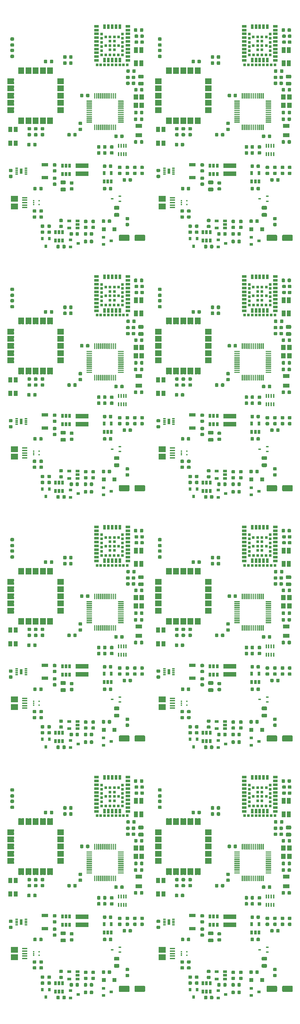
<source format=gtp>
%MOIN*%
%OFA0B0*%
%FSLAX46Y46*%
%IPPOS*%
%LPD*%
%ADD10C,0.0059*%
%ADD11R,0.027559055118110236X0.017716535433070866*%
%ADD12R,0.015748031496062995X0.041732283464566935*%
%ADD13R,0.047244094488188976X0.055118110236220472*%
%ADD14R,0.059055118110236227X0.070866141732283464*%
%ADD15R,0.070866141732283464X0.059055118110236227*%
%ADD16R,0.0078740157480314977X0.03937007874015748*%
%ADD17R,0.031496062992125991X0.011811023622047244*%
%ADD18R,0.0452755905511811X0.027559055118110236*%
%ADD19R,0.027559055118110236X0.0452755905511811*%
%ADD20R,0.027559055118110236X0.027559055118110236*%
%ADD21R,0.13385826771653545X0.051181102362204731*%
%ADD22R,0.035433070866141732X0.031496062992125991*%
%ADD23R,0.025590551181102365X0.041732283464566935*%
%ADD24R,0.041732283464566935X0.025590551181102365*%
%ADD25R,0.074803149606299218X0.059055118110236227*%
%ADD26R,0.053149606299212608X0.015748031496062995*%
%ADD27R,0.03937007874015748X0.059055118110236227*%
%ADD28R,0.031496062992125991X0.035433070866141732*%
%ADD29R,0.017716535433070866X0.011811023622047244*%
%ADD30R,0.043307086614173235X0.043307086614173235*%
%ADD31R,0.070866141732283464X0.03937007874015748*%
%ADD32R,0.066929133858267723X0.035433070866141732*%
%ADD33R,0.041338582677165357X0.055118110236220472*%
%ADD44C,0.0059*%
%ADD45R,0.027559055118110236X0.017716535433070866*%
%ADD46R,0.015748031496062995X0.041732283464566935*%
%ADD47R,0.047244094488188976X0.055118110236220472*%
%ADD48R,0.059055118110236227X0.070866141732283464*%
%ADD49R,0.070866141732283464X0.059055118110236227*%
%ADD50R,0.0078740157480314977X0.03937007874015748*%
%ADD51R,0.031496062992125991X0.011811023622047244*%
%ADD52R,0.0452755905511811X0.027559055118110236*%
%ADD53R,0.027559055118110236X0.0452755905511811*%
%ADD54R,0.027559055118110236X0.027559055118110236*%
%ADD55R,0.13385826771653545X0.051181102362204731*%
%ADD56R,0.035433070866141732X0.031496062992125991*%
%ADD57R,0.025590551181102365X0.041732283464566935*%
%ADD58R,0.041732283464566935X0.025590551181102365*%
%ADD59R,0.074803149606299218X0.059055118110236227*%
%ADD60R,0.053149606299212608X0.015748031496062995*%
%ADD61R,0.03937007874015748X0.059055118110236227*%
%ADD62R,0.031496062992125991X0.035433070866141732*%
%ADD63R,0.017716535433070866X0.011811023622047244*%
%ADD64R,0.043307086614173235X0.043307086614173235*%
%ADD65R,0.070866141732283464X0.03937007874015748*%
%ADD66R,0.066929133858267723X0.035433070866141732*%
%ADD67R,0.041338582677165357X0.055118110236220472*%
%ADD68C,0.0059*%
%ADD69R,0.027559055118110236X0.017716535433070866*%
%ADD70R,0.015748031496062995X0.041732283464566935*%
%ADD71R,0.047244094488188976X0.055118110236220472*%
%ADD72R,0.059055118110236227X0.070866141732283464*%
%ADD73R,0.070866141732283464X0.059055118110236227*%
%ADD74R,0.0078740157480314977X0.03937007874015748*%
%ADD75R,0.031496062992125991X0.011811023622047244*%
%ADD76R,0.0452755905511811X0.027559055118110236*%
%ADD77R,0.027559055118110236X0.0452755905511811*%
%ADD78R,0.027559055118110236X0.027559055118110236*%
%ADD79R,0.13385826771653545X0.051181102362204731*%
%ADD80R,0.035433070866141732X0.031496062992125991*%
%ADD81R,0.025590551181102365X0.041732283464566935*%
%ADD82R,0.041732283464566935X0.025590551181102365*%
%ADD83R,0.074803149606299218X0.059055118110236227*%
%ADD84R,0.053149606299212608X0.015748031496062995*%
%ADD85R,0.03937007874015748X0.059055118110236227*%
%ADD86R,0.031496062992125991X0.035433070866141732*%
%ADD87R,0.017716535433070866X0.011811023622047244*%
%ADD88R,0.043307086614173235X0.043307086614173235*%
%ADD89R,0.070866141732283464X0.03937007874015748*%
%ADD90R,0.066929133858267723X0.035433070866141732*%
%ADD91R,0.041338582677165357X0.055118110236220472*%
%ADD92C,0.0059*%
%ADD93R,0.027559055118110236X0.017716535433070866*%
%ADD94R,0.015748031496062995X0.041732283464566935*%
%ADD95R,0.047244094488188976X0.055118110236220472*%
%ADD96R,0.059055118110236227X0.070866141732283464*%
%ADD97R,0.070866141732283464X0.059055118110236227*%
%ADD98R,0.0078740157480314977X0.03937007874015748*%
%ADD99R,0.031496062992125991X0.011811023622047244*%
%ADD100R,0.0452755905511811X0.027559055118110236*%
%ADD101R,0.027559055118110236X0.0452755905511811*%
%ADD102R,0.027559055118110236X0.027559055118110236*%
%ADD103R,0.13385826771653545X0.051181102362204731*%
%ADD104R,0.035433070866141732X0.031496062992125991*%
%ADD105R,0.025590551181102365X0.041732283464566935*%
%ADD106R,0.041732283464566935X0.025590551181102365*%
%ADD107R,0.074803149606299218X0.059055118110236227*%
%ADD108R,0.053149606299212608X0.015748031496062995*%
%ADD109R,0.03937007874015748X0.059055118110236227*%
%ADD110R,0.031496062992125991X0.035433070866141732*%
%ADD111R,0.017716535433070866X0.011811023622047244*%
%ADD112R,0.043307086614173235X0.043307086614173235*%
%ADD113R,0.070866141732283464X0.03937007874015748*%
%ADD114R,0.066929133858267723X0.035433070866141732*%
%ADD115R,0.041338582677165357X0.055118110236220472*%
%ADD126C,0.0059*%
%ADD127R,0.027559055118110236X0.017716535433070866*%
%ADD128R,0.015748031496062995X0.041732283464566935*%
%ADD129R,0.047244094488188976X0.055118110236220472*%
%ADD130R,0.059055118110236227X0.070866141732283464*%
%ADD131R,0.070866141732283464X0.059055118110236227*%
%ADD132R,0.0078740157480314977X0.03937007874015748*%
%ADD133R,0.031496062992125991X0.011811023622047244*%
%ADD134R,0.0452755905511811X0.027559055118110236*%
%ADD135R,0.027559055118110236X0.0452755905511811*%
%ADD136R,0.027559055118110236X0.027559055118110236*%
%ADD137R,0.13385826771653545X0.051181102362204731*%
%ADD138R,0.035433070866141732X0.031496062992125991*%
%ADD139R,0.025590551181102365X0.041732283464566935*%
%ADD140R,0.041732283464566935X0.025590551181102365*%
%ADD141R,0.074803149606299218X0.059055118110236227*%
%ADD142R,0.053149606299212608X0.015748031496062995*%
%ADD143R,0.03937007874015748X0.059055118110236227*%
%ADD144R,0.031496062992125991X0.035433070866141732*%
%ADD145R,0.017716535433070866X0.011811023622047244*%
%ADD146R,0.043307086614173235X0.043307086614173235*%
%ADD147R,0.070866141732283464X0.03937007874015748*%
%ADD148R,0.066929133858267723X0.035433070866141732*%
%ADD149R,0.041338582677165357X0.055118110236220472*%
%ADD160C,0.0059*%
%ADD161R,0.027559055118110236X0.017716535433070866*%
%ADD162R,0.015748031496062995X0.041732283464566935*%
%ADD163R,0.047244094488188976X0.055118110236220472*%
%ADD164R,0.059055118110236227X0.070866141732283464*%
%ADD165R,0.070866141732283464X0.059055118110236227*%
%ADD166R,0.0078740157480314977X0.03937007874015748*%
%ADD167R,0.031496062992125991X0.011811023622047244*%
%ADD168R,0.0452755905511811X0.027559055118110236*%
%ADD169R,0.027559055118110236X0.0452755905511811*%
%ADD170R,0.027559055118110236X0.027559055118110236*%
%ADD171R,0.13385826771653545X0.051181102362204731*%
%ADD172R,0.035433070866141732X0.031496062992125991*%
%ADD173R,0.025590551181102365X0.041732283464566935*%
%ADD174R,0.041732283464566935X0.025590551181102365*%
%ADD175R,0.074803149606299218X0.059055118110236227*%
%ADD176R,0.053149606299212608X0.015748031496062995*%
%ADD177R,0.03937007874015748X0.059055118110236227*%
%ADD178R,0.031496062992125991X0.035433070866141732*%
%ADD179R,0.017716535433070866X0.011811023622047244*%
%ADD180R,0.043307086614173235X0.043307086614173235*%
%ADD181R,0.070866141732283464X0.03937007874015748*%
%ADD182R,0.066929133858267723X0.035433070866141732*%
%ADD183R,0.041338582677165357X0.055118110236220472*%
%ADD184C,0.0059*%
%ADD185R,0.027559055118110236X0.017716535433070866*%
%ADD186R,0.015748031496062995X0.041732283464566935*%
%ADD187R,0.047244094488188976X0.055118110236220472*%
%ADD188R,0.059055118110236227X0.070866141732283464*%
%ADD189R,0.070866141732283464X0.059055118110236227*%
%ADD190R,0.0078740157480314977X0.03937007874015748*%
%ADD191R,0.031496062992125991X0.011811023622047244*%
%ADD192R,0.0452755905511811X0.027559055118110236*%
%ADD193R,0.027559055118110236X0.0452755905511811*%
%ADD194R,0.027559055118110236X0.027559055118110236*%
%ADD195R,0.13385826771653545X0.051181102362204731*%
%ADD196R,0.035433070866141732X0.031496062992125991*%
%ADD197R,0.025590551181102365X0.041732283464566935*%
%ADD198R,0.041732283464566935X0.025590551181102365*%
%ADD199R,0.074803149606299218X0.059055118110236227*%
%ADD200R,0.053149606299212608X0.015748031496062995*%
%ADD201R,0.03937007874015748X0.059055118110236227*%
%ADD202R,0.031496062992125991X0.035433070866141732*%
%ADD203R,0.017716535433070866X0.011811023622047244*%
%ADD204R,0.043307086614173235X0.043307086614173235*%
%ADD205R,0.070866141732283464X0.03937007874015748*%
%ADD206R,0.066929133858267723X0.035433070866141732*%
%ADD207R,0.041338582677165357X0.055118110236220472*%
%ADD208C,0.0059*%
%ADD209R,0.027559055118110236X0.017716535433070866*%
%ADD210R,0.015748031496062995X0.041732283464566935*%
%ADD211R,0.047244094488188976X0.055118110236220472*%
%ADD212R,0.059055118110236227X0.070866141732283464*%
%ADD213R,0.070866141732283464X0.059055118110236227*%
%ADD214R,0.0078740157480314977X0.03937007874015748*%
%ADD215R,0.031496062992125991X0.011811023622047244*%
%ADD216R,0.0452755905511811X0.027559055118110236*%
%ADD217R,0.027559055118110236X0.0452755905511811*%
%ADD218R,0.027559055118110236X0.027559055118110236*%
%ADD219R,0.13385826771653545X0.051181102362204731*%
%ADD220R,0.035433070866141732X0.031496062992125991*%
%ADD221R,0.025590551181102365X0.041732283464566935*%
%ADD222R,0.041732283464566935X0.025590551181102365*%
%ADD223R,0.074803149606299218X0.059055118110236227*%
%ADD224R,0.053149606299212608X0.015748031496062995*%
%ADD225R,0.03937007874015748X0.059055118110236227*%
%ADD226R,0.031496062992125991X0.035433070866141732*%
%ADD227R,0.017716535433070866X0.011811023622047244*%
%ADD228R,0.043307086614173235X0.043307086614173235*%
%ADD229R,0.070866141732283464X0.03937007874015748*%
%ADD230R,0.066929133858267723X0.035433070866141732*%
%ADD231R,0.041338582677165357X0.055118110236220472*%
%LPD*%
D10*
G36*
X0000561417Y0001780629D02*
G01*
X0000561417Y0001757794D01*
X0000533070Y0001757794D01*
X0000533070Y0001780629D01*
X0000561417Y0001780629D01*
G37*
G36*
X0000600787Y0001780629D02*
G01*
X0000600787Y0001757794D01*
X0000572440Y0001757794D01*
X0000572440Y0001780629D01*
X0000600787Y0001780629D01*
G37*
G36*
X0000561417Y0001746771D02*
G01*
X0000561417Y0001723936D01*
X0000533070Y0001723936D01*
X0000533070Y0001746771D01*
X0000561417Y0001746771D01*
G37*
G36*
X0000600787Y0001746771D02*
G01*
X0000600787Y0001723936D01*
X0000572440Y0001723936D01*
X0000572440Y0001746771D01*
X0000600787Y0001746771D01*
G37*
G36*
X0000561417Y0001705826D02*
G01*
X0000561417Y0001682991D01*
X0000533070Y0001682991D01*
X0000533070Y0001705826D01*
X0000561417Y0001705826D01*
G37*
G36*
X0000600787Y0001705826D02*
G01*
X0000600787Y0001682991D01*
X0000572440Y0001682991D01*
X0000572440Y0001705826D01*
X0000600787Y0001705826D01*
G37*
G36*
X0000561417Y0001671967D02*
G01*
X0000561417Y0001649133D01*
X0000533070Y0001649133D01*
X0000533070Y0001671967D01*
X0000561417Y0001671967D01*
G37*
G36*
X0000600787Y0001671967D02*
G01*
X0000600787Y0001649133D01*
X0000572440Y0001649133D01*
X0000572440Y0001671967D01*
X0000600787Y0001671967D01*
G37*
G36*
X0000561417Y0001631023D02*
G01*
X0000561417Y0001608187D01*
X0000533070Y0001608187D01*
X0000533070Y0001631023D01*
X0000561417Y0001631023D01*
G37*
G36*
X0000600787Y0001631023D02*
G01*
X0000600787Y0001608187D01*
X0000572440Y0001608187D01*
X0000572440Y0001631023D01*
X0000600787Y0001631023D01*
G37*
G36*
X0000561417Y0001597164D02*
G01*
X0000561417Y0001574330D01*
X0000533070Y0001574330D01*
X0000533070Y0001597164D01*
X0000561417Y0001597164D01*
G37*
G36*
X0000600787Y0001597164D02*
G01*
X0000600787Y0001574330D01*
X0000572440Y0001574330D01*
X0000572440Y0001597164D01*
X0000600787Y0001597164D01*
G37*
G36*
X0000561417Y0001556218D02*
G01*
X0000561417Y0001533385D01*
X0000533070Y0001533385D01*
X0000533070Y0001556218D01*
X0000561417Y0001556218D01*
G37*
G36*
X0000600787Y0001556218D02*
G01*
X0000600787Y0001533385D01*
X0000572440Y0001533385D01*
X0000572440Y0001556218D01*
X0000600787Y0001556218D01*
G37*
G36*
X0000561417Y0001522361D02*
G01*
X0000561417Y0001499527D01*
X0000533070Y0001499527D01*
X0000533070Y0001522361D01*
X0000561417Y0001522361D01*
G37*
G36*
X0000600787Y0001522361D02*
G01*
X0000600787Y0001499527D01*
X0000572440Y0001499527D01*
X0000572440Y0001522361D01*
X0000600787Y0001522361D01*
G37*
G36*
X0000561417Y0001481416D02*
G01*
X0000561417Y0001458582D01*
X0000533070Y0001458582D01*
X0000533070Y0001481416D01*
X0000561417Y0001481416D01*
G37*
G36*
X0000600787Y0001481416D02*
G01*
X0000600787Y0001458582D01*
X0000572440Y0001458582D01*
X0000572440Y0001481416D01*
X0000600787Y0001481416D01*
G37*
G36*
X0000561417Y0001447558D02*
G01*
X0000561417Y0001424723D01*
X0000533070Y0001424723D01*
X0000533070Y0001447558D01*
X0000561417Y0001447558D01*
G37*
G36*
X0000600787Y0001447558D02*
G01*
X0000600787Y0001424723D01*
X0000572440Y0001424723D01*
X0000572440Y0001447558D01*
X0000600787Y0001447558D01*
G37*
G36*
X0000041732Y0001780629D02*
G01*
X0000041732Y0001757794D01*
X0000013385Y0001757794D01*
X0000013385Y0001780629D01*
X0000041732Y0001780629D01*
G37*
G36*
X0000081102Y0001780629D02*
G01*
X0000081102Y0001757794D01*
X0000052755Y0001757794D01*
X0000052755Y0001780629D01*
X0000081102Y0001780629D01*
G37*
G36*
X0000041732Y0001746771D02*
G01*
X0000041732Y0001723936D01*
X0000013385Y0001723936D01*
X0000013385Y0001746771D01*
X0000041732Y0001746771D01*
G37*
G36*
X0000081102Y0001746771D02*
G01*
X0000081102Y0001723936D01*
X0000052755Y0001723936D01*
X0000052755Y0001746771D01*
X0000081102Y0001746771D01*
G37*
G36*
X0000041732Y0001705826D02*
G01*
X0000041732Y0001682991D01*
X0000013385Y0001682991D01*
X0000013385Y0001705826D01*
X0000041732Y0001705826D01*
G37*
G36*
X0000081102Y0001705826D02*
G01*
X0000081102Y0001682991D01*
X0000052755Y0001682991D01*
X0000052755Y0001705826D01*
X0000081102Y0001705826D01*
G37*
G36*
X0000041732Y0001671967D02*
G01*
X0000041732Y0001649133D01*
X0000013385Y0001649133D01*
X0000013385Y0001671967D01*
X0000041732Y0001671967D01*
G37*
G36*
X0000081102Y0001671967D02*
G01*
X0000081102Y0001649133D01*
X0000052755Y0001649133D01*
X0000052755Y0001671967D01*
X0000081102Y0001671967D01*
G37*
G36*
X0000041732Y0001631023D02*
G01*
X0000041732Y0001608187D01*
X0000013385Y0001608187D01*
X0000013385Y0001631023D01*
X0000041732Y0001631023D01*
G37*
G36*
X0000081102Y0001631023D02*
G01*
X0000081102Y0001608187D01*
X0000052755Y0001608187D01*
X0000052755Y0001631023D01*
X0000081102Y0001631023D01*
G37*
G36*
X0000041732Y0001597164D02*
G01*
X0000041732Y0001574330D01*
X0000013385Y0001574330D01*
X0000013385Y0001597164D01*
X0000041732Y0001597164D01*
G37*
G36*
X0000081102Y0001597164D02*
G01*
X0000081102Y0001574330D01*
X0000052755Y0001574330D01*
X0000052755Y0001597164D01*
X0000081102Y0001597164D01*
G37*
G36*
X0000041732Y0001556218D02*
G01*
X0000041732Y0001533385D01*
X0000013385Y0001533385D01*
X0000013385Y0001556218D01*
X0000041732Y0001556218D01*
G37*
G36*
X0000081102Y0001556218D02*
G01*
X0000081102Y0001533385D01*
X0000052755Y0001533385D01*
X0000052755Y0001556218D01*
X0000081102Y0001556218D01*
G37*
G36*
X0000041732Y0001522361D02*
G01*
X0000041732Y0001499527D01*
X0000013385Y0001499527D01*
X0000013385Y0001522361D01*
X0000041732Y0001522361D01*
G37*
G36*
X0000081102Y0001522361D02*
G01*
X0000081102Y0001499527D01*
X0000052755Y0001499527D01*
X0000052755Y0001522361D01*
X0000081102Y0001522361D01*
G37*
G36*
X0000041732Y0001481416D02*
G01*
X0000041732Y0001458582D01*
X0000013385Y0001458582D01*
X0000013385Y0001481416D01*
X0000041732Y0001481416D01*
G37*
G36*
X0000081102Y0001481416D02*
G01*
X0000081102Y0001458582D01*
X0000052755Y0001458582D01*
X0000052755Y0001481416D01*
X0000081102Y0001481416D01*
G37*
G36*
X0000041732Y0001447558D02*
G01*
X0000041732Y0001424723D01*
X0000013385Y0001424723D01*
X0000013385Y0001447558D01*
X0000041732Y0001447558D01*
G37*
G36*
X0000081102Y0001447558D02*
G01*
X0000081102Y0001424723D01*
X0000052755Y0001424723D01*
X0000052755Y0001447558D01*
X0000081102Y0001447558D01*
G37*
G36*
X0000129133Y0001857007D02*
G01*
X0000151968Y0001857007D01*
X0000151968Y0001828660D01*
X0000129133Y0001828660D01*
X0000129133Y0001857007D01*
G37*
G36*
X0000129133Y0001896376D02*
G01*
X0000151968Y0001896376D01*
X0000151968Y0001868030D01*
X0000129133Y0001868030D01*
X0000129133Y0001896376D01*
G37*
G36*
X0000162992Y0001857007D02*
G01*
X0000185826Y0001857007D01*
X0000185826Y0001828660D01*
X0000162992Y0001828660D01*
X0000162992Y0001857007D01*
G37*
G36*
X0000162992Y0001896376D02*
G01*
X0000185826Y0001896376D01*
X0000185826Y0001868030D01*
X0000162992Y0001868030D01*
X0000162992Y0001896376D01*
G37*
G36*
X0000203937Y0001857007D02*
G01*
X0000226771Y0001857007D01*
X0000226771Y0001828660D01*
X0000203937Y0001828660D01*
X0000203937Y0001857007D01*
G37*
G36*
X0000203937Y0001896376D02*
G01*
X0000226771Y0001896376D01*
X0000226771Y0001868030D01*
X0000203937Y0001868030D01*
X0000203937Y0001896376D01*
G37*
G36*
X0000237795Y0001857007D02*
G01*
X0000260629Y0001857007D01*
X0000260629Y0001828660D01*
X0000237795Y0001828660D01*
X0000237795Y0001857007D01*
G37*
G36*
X0000237795Y0001896376D02*
G01*
X0000260629Y0001896376D01*
X0000260629Y0001868030D01*
X0000237795Y0001868030D01*
X0000237795Y0001896376D01*
G37*
G36*
X0000428346Y0001857007D02*
G01*
X0000451181Y0001857007D01*
X0000451181Y0001828660D01*
X0000428346Y0001828660D01*
X0000428346Y0001857007D01*
G37*
G36*
X0000428346Y0001896376D02*
G01*
X0000451181Y0001896376D01*
X0000451181Y0001868030D01*
X0000428346Y0001868030D01*
X0000428346Y0001896376D01*
G37*
G36*
X0000462204Y0001857007D02*
G01*
X0000485039Y0001857007D01*
X0000485039Y0001828660D01*
X0000462204Y0001828660D01*
X0000462204Y0001857007D01*
G37*
G36*
X0000462204Y0001896376D02*
G01*
X0000485039Y0001896376D01*
X0000485039Y0001868030D01*
X0000462204Y0001868030D01*
X0000462204Y0001896376D01*
G37*
G36*
X0000353543Y0001857007D02*
G01*
X0000376377Y0001857007D01*
X0000376377Y0001828660D01*
X0000353543Y0001828660D01*
X0000353543Y0001857007D01*
G37*
G36*
X0000353543Y0001896376D02*
G01*
X0000376377Y0001896376D01*
X0000376377Y0001868030D01*
X0000353543Y0001868030D01*
X0000353543Y0001896376D01*
G37*
G36*
X0000387401Y0001857007D02*
G01*
X0000410235Y0001857007D01*
X0000410235Y0001828660D01*
X0000387401Y0001828660D01*
X0000387401Y0001857007D01*
G37*
G36*
X0000387401Y0001896376D02*
G01*
X0000410235Y0001896376D01*
X0000410235Y0001868030D01*
X0000387401Y0001868030D01*
X0000387401Y0001896376D01*
G37*
G36*
X0000278740Y0001857007D02*
G01*
X0000301574Y0001857007D01*
X0000301574Y0001828660D01*
X0000278740Y0001828660D01*
X0000278740Y0001857007D01*
G37*
G36*
X0000278740Y0001896376D02*
G01*
X0000301574Y0001896376D01*
X0000301574Y0001868030D01*
X0000278740Y0001868030D01*
X0000278740Y0001896376D01*
G37*
G36*
X0000312598Y0001857007D02*
G01*
X0000335433Y0001857007D01*
X0000335433Y0001828660D01*
X0000312598Y0001828660D01*
X0000312598Y0001857007D01*
G37*
G36*
X0000312598Y0001896376D02*
G01*
X0000335433Y0001896376D01*
X0000335433Y0001868030D01*
X0000312598Y0001868030D01*
X0000312598Y0001896376D01*
G37*
G36*
X0000428346Y0001337322D02*
G01*
X0000451181Y0001337322D01*
X0000451181Y0001308975D01*
X0000428346Y0001308975D01*
X0000428346Y0001337322D01*
G37*
G36*
X0000428346Y0001376691D02*
G01*
X0000451181Y0001376691D01*
X0000451181Y0001348345D01*
X0000428346Y0001348345D01*
X0000428346Y0001376691D01*
G37*
G36*
X0000462204Y0001337322D02*
G01*
X0000485039Y0001337322D01*
X0000485039Y0001308975D01*
X0000462204Y0001308975D01*
X0000462204Y0001337322D01*
G37*
G36*
X0000462204Y0001376691D02*
G01*
X0000485039Y0001376691D01*
X0000485039Y0001348345D01*
X0000462204Y0001348345D01*
X0000462204Y0001376691D01*
G37*
G36*
X0000353543Y0001337322D02*
G01*
X0000376377Y0001337322D01*
X0000376377Y0001308975D01*
X0000353543Y0001308975D01*
X0000353543Y0001337322D01*
G37*
G36*
X0000353543Y0001376691D02*
G01*
X0000376377Y0001376691D01*
X0000376377Y0001348345D01*
X0000353543Y0001348345D01*
X0000353543Y0001376691D01*
G37*
G36*
X0000387401Y0001337322D02*
G01*
X0000410235Y0001337322D01*
X0000410235Y0001308975D01*
X0000387401Y0001308975D01*
X0000387401Y0001337322D01*
G37*
G36*
X0000387401Y0001376691D02*
G01*
X0000410235Y0001376691D01*
X0000410235Y0001348345D01*
X0000387401Y0001348345D01*
X0000387401Y0001376691D01*
G37*
G36*
X0000278740Y0001337322D02*
G01*
X0000301574Y0001337322D01*
X0000301574Y0001308975D01*
X0000278740Y0001308975D01*
X0000278740Y0001337322D01*
G37*
G36*
X0000278740Y0001376691D02*
G01*
X0000301574Y0001376691D01*
X0000301574Y0001348345D01*
X0000278740Y0001348345D01*
X0000278740Y0001376691D01*
G37*
G36*
X0000312598Y0001337322D02*
G01*
X0000335433Y0001337322D01*
X0000335433Y0001308975D01*
X0000312598Y0001308975D01*
X0000312598Y0001337322D01*
G37*
G36*
X0000312598Y0001376691D02*
G01*
X0000335433Y0001376691D01*
X0000335433Y0001348345D01*
X0000312598Y0001348345D01*
X0000312598Y0001376691D01*
G37*
G36*
X0000203937Y0001337322D02*
G01*
X0000226771Y0001337322D01*
X0000226771Y0001308975D01*
X0000203937Y0001308975D01*
X0000203937Y0001337322D01*
G37*
G36*
X0000203937Y0001376691D02*
G01*
X0000226771Y0001376691D01*
X0000226771Y0001348345D01*
X0000203937Y0001348345D01*
X0000203937Y0001376691D01*
G37*
G36*
X0000237795Y0001337322D02*
G01*
X0000260629Y0001337322D01*
X0000260629Y0001308975D01*
X0000237795Y0001308975D01*
X0000237795Y0001337322D01*
G37*
G36*
X0000237795Y0001376691D02*
G01*
X0000260629Y0001376691D01*
X0000260629Y0001348345D01*
X0000237795Y0001348345D01*
X0000237795Y0001376691D01*
G37*
G36*
X0000129133Y0001337322D02*
G01*
X0000151968Y0001337322D01*
X0000151968Y0001308975D01*
X0000129133Y0001308975D01*
X0000129133Y0001337322D01*
G37*
G36*
X0000129133Y0001376691D02*
G01*
X0000151968Y0001376691D01*
X0000151968Y0001348345D01*
X0000129133Y0001348345D01*
X0000129133Y0001376691D01*
G37*
G36*
X0000162992Y0001337322D02*
G01*
X0000185826Y0001337322D01*
X0000185826Y0001308975D01*
X0000162992Y0001308975D01*
X0000162992Y0001337322D01*
G37*
G36*
X0000162992Y0001376691D02*
G01*
X0000185826Y0001376691D01*
X0000185826Y0001348345D01*
X0000162992Y0001348345D01*
X0000162992Y0001376691D01*
G37*
G36*
X0000144280Y0000846179D02*
G01*
X0000170669Y0000846179D01*
X0000170669Y0000792220D01*
X0000144280Y0000792220D01*
X0000144280Y0000846179D01*
G37*
G36*
X0000246168Y0001113461D02*
G01*
X0000247004Y0001113337D01*
X0000247824Y0001113132D01*
X0000248620Y0001112847D01*
X0000249383Y0001112486D01*
X0000250109Y0001112052D01*
X0000250788Y0001111548D01*
X0000251414Y0001110980D01*
X0000251981Y0001110354D01*
X0000252485Y0001109675D01*
X0000252919Y0001108950D01*
X0000253280Y0001108186D01*
X0000253566Y0001107391D01*
X0000253771Y0001106571D01*
X0000253894Y0001105735D01*
X0000253937Y0001104891D01*
X0000253937Y0001084714D01*
X0000253894Y0001083869D01*
X0000253771Y0001083033D01*
X0000253566Y0001082214D01*
X0000253280Y0001081418D01*
X0000252919Y0001080654D01*
X0000252485Y0001079929D01*
X0000251981Y0001079250D01*
X0000251414Y0001078624D01*
X0000250788Y0001078056D01*
X0000250109Y0001077553D01*
X0000249383Y0001077118D01*
X0000248620Y0001076757D01*
X0000247824Y0001076472D01*
X0000247004Y0001076267D01*
X0000246168Y0001076143D01*
X0000245323Y0001076101D01*
X0000228100Y0001076101D01*
X0000227256Y0001076143D01*
X0000226420Y0001076267D01*
X0000225600Y0001076472D01*
X0000224804Y0001076757D01*
X0000224040Y0001077118D01*
X0000223315Y0001077553D01*
X0000222636Y0001078056D01*
X0000222010Y0001078624D01*
X0000221443Y0001079250D01*
X0000220939Y0001079929D01*
X0000220505Y0001080654D01*
X0000220142Y0001081418D01*
X0000219859Y0001082214D01*
X0000219653Y0001083033D01*
X0000219529Y0001083869D01*
X0000219488Y0001084714D01*
X0000219488Y0001104891D01*
X0000219529Y0001105735D01*
X0000219653Y0001106571D01*
X0000219859Y0001107391D01*
X0000220142Y0001108186D01*
X0000220505Y0001108950D01*
X0000220939Y0001109675D01*
X0000221443Y0001110354D01*
X0000222010Y0001110980D01*
X0000222636Y0001111548D01*
X0000223315Y0001112052D01*
X0000224040Y0001112486D01*
X0000224804Y0001112847D01*
X0000225600Y0001113132D01*
X0000226420Y0001113337D01*
X0000227256Y0001113461D01*
X0000228100Y0001113503D01*
X0000245323Y0001113503D01*
X0000246168Y0001113461D01*
G37*
G36*
X0000308176Y0001113461D02*
G01*
X0000309012Y0001113337D01*
X0000309832Y0001113132D01*
X0000310628Y0001112847D01*
X0000311392Y0001112486D01*
X0000312117Y0001112052D01*
X0000312796Y0001111548D01*
X0000313422Y0001110980D01*
X0000313990Y0001110354D01*
X0000314493Y0001109675D01*
X0000314927Y0001108950D01*
X0000315289Y0001108186D01*
X0000315574Y0001107391D01*
X0000315779Y0001106571D01*
X0000315903Y0001105735D01*
X0000315944Y0001104891D01*
X0000315944Y0001084714D01*
X0000315903Y0001083869D01*
X0000315779Y0001083033D01*
X0000315574Y0001082214D01*
X0000315289Y0001081418D01*
X0000314927Y0001080654D01*
X0000314493Y0001079929D01*
X0000313990Y0001079250D01*
X0000313422Y0001078624D01*
X0000312796Y0001078056D01*
X0000312117Y0001077553D01*
X0000311392Y0001077118D01*
X0000310628Y0001076757D01*
X0000309832Y0001076472D01*
X0000309012Y0001076267D01*
X0000308176Y0001076143D01*
X0000307332Y0001076101D01*
X0000290108Y0001076101D01*
X0000289264Y0001076143D01*
X0000288428Y0001076267D01*
X0000287608Y0001076472D01*
X0000286812Y0001076757D01*
X0000286048Y0001077118D01*
X0000285323Y0001077553D01*
X0000284644Y0001078056D01*
X0000284018Y0001078624D01*
X0000283450Y0001079250D01*
X0000282947Y0001079929D01*
X0000282512Y0001080654D01*
X0000282151Y0001081418D01*
X0000281866Y0001082214D01*
X0000281661Y0001083033D01*
X0000281537Y0001083869D01*
X0000281496Y0001084714D01*
X0000281496Y0001104891D01*
X0000281537Y0001105735D01*
X0000281661Y0001106571D01*
X0000281866Y0001107391D01*
X0000282151Y0001108186D01*
X0000282512Y0001108950D01*
X0000282947Y0001109675D01*
X0000283450Y0001110354D01*
X0000284018Y0001110980D01*
X0000284644Y0001111548D01*
X0000285323Y0001112052D01*
X0000286048Y0001112486D01*
X0000286812Y0001112847D01*
X0000287608Y0001113132D01*
X0000288428Y0001113337D01*
X0000289264Y0001113461D01*
X0000290108Y0001113503D01*
X0000307332Y0001113503D01*
X0000308176Y0001113461D01*
G37*
G36*
X0001140707Y0001302465D02*
G01*
X0001140994Y0001302423D01*
X0001141275Y0001302352D01*
X0001141548Y0001302255D01*
X0001141810Y0001302131D01*
X0001142058Y0001301982D01*
X0001142291Y0001301809D01*
X0001142506Y0001301614D01*
X0001142700Y0001301400D01*
X0001142873Y0001301167D01*
X0001143022Y0001300918D01*
X0001143146Y0001300657D01*
X0001143243Y0001300384D01*
X0001143314Y0001300103D01*
X0001143356Y0001299816D01*
X0001143371Y0001299527D01*
X0001143371Y0001247361D01*
X0001143356Y0001247072D01*
X0001143314Y0001246785D01*
X0001143243Y0001246504D01*
X0001143146Y0001246231D01*
X0001143022Y0001245969D01*
X0001142873Y0001245721D01*
X0001142700Y0001245488D01*
X0001142506Y0001245273D01*
X0001142291Y0001245079D01*
X0001142058Y0001244906D01*
X0001141810Y0001244757D01*
X0001141548Y0001244633D01*
X0001141275Y0001244536D01*
X0001140994Y0001244465D01*
X0001140707Y0001244423D01*
X0001140418Y0001244408D01*
X0001134512Y0001244408D01*
X0001134223Y0001244423D01*
X0001133936Y0001244465D01*
X0001133655Y0001244536D01*
X0001133382Y0001244633D01*
X0001133120Y0001244757D01*
X0001132872Y0001244906D01*
X0001132639Y0001245079D01*
X0001132424Y0001245273D01*
X0001132230Y0001245488D01*
X0001132057Y0001245721D01*
X0001131908Y0001245969D01*
X0001131784Y0001246231D01*
X0001131687Y0001246504D01*
X0001131616Y0001246785D01*
X0001131574Y0001247072D01*
X0001131560Y0001247361D01*
X0001131560Y0001299527D01*
X0001131574Y0001299816D01*
X0001131616Y0001300103D01*
X0001131687Y0001300384D01*
X0001131784Y0001300657D01*
X0001131908Y0001300918D01*
X0001132057Y0001301167D01*
X0001132230Y0001301400D01*
X0001132424Y0001301614D01*
X0001132639Y0001301809D01*
X0001132872Y0001301982D01*
X0001133120Y0001302131D01*
X0001133382Y0001302255D01*
X0001133655Y0001302352D01*
X0001133936Y0001302423D01*
X0001134223Y0001302465D01*
X0001134512Y0001302479D01*
X0001140418Y0001302479D01*
X0001140707Y0001302465D01*
G37*
G36*
X0001121022Y0001302465D02*
G01*
X0001121309Y0001302423D01*
X0001121590Y0001302352D01*
X0001121863Y0001302255D01*
X0001122125Y0001302131D01*
X0001122373Y0001301982D01*
X0001122606Y0001301809D01*
X0001122821Y0001301614D01*
X0001123015Y0001301400D01*
X0001123188Y0001301167D01*
X0001123337Y0001300918D01*
X0001123461Y0001300657D01*
X0001123558Y0001300384D01*
X0001123629Y0001300103D01*
X0001123671Y0001299816D01*
X0001123685Y0001299527D01*
X0001123685Y0001247361D01*
X0001123671Y0001247072D01*
X0001123629Y0001246785D01*
X0001123558Y0001246504D01*
X0001123461Y0001246231D01*
X0001123337Y0001245969D01*
X0001123188Y0001245721D01*
X0001123015Y0001245488D01*
X0001122821Y0001245273D01*
X0001122606Y0001245079D01*
X0001122373Y0001244906D01*
X0001122125Y0001244757D01*
X0001121863Y0001244633D01*
X0001121590Y0001244536D01*
X0001121309Y0001244465D01*
X0001121022Y0001244423D01*
X0001120733Y0001244408D01*
X0001114827Y0001244408D01*
X0001114538Y0001244423D01*
X0001114251Y0001244465D01*
X0001113970Y0001244536D01*
X0001113697Y0001244633D01*
X0001113435Y0001244757D01*
X0001113187Y0001244906D01*
X0001112954Y0001245079D01*
X0001112739Y0001245273D01*
X0001112545Y0001245488D01*
X0001112372Y0001245721D01*
X0001112223Y0001245969D01*
X0001112099Y0001246231D01*
X0001112002Y0001246504D01*
X0001111931Y0001246785D01*
X0001111889Y0001247072D01*
X0001111874Y0001247361D01*
X0001111874Y0001299527D01*
X0001111889Y0001299816D01*
X0001111931Y0001300103D01*
X0001112002Y0001300384D01*
X0001112099Y0001300657D01*
X0001112223Y0001300918D01*
X0001112372Y0001301167D01*
X0001112545Y0001301400D01*
X0001112739Y0001301614D01*
X0001112954Y0001301809D01*
X0001113187Y0001301982D01*
X0001113435Y0001302131D01*
X0001113697Y0001302255D01*
X0001113970Y0001302352D01*
X0001114251Y0001302423D01*
X0001114538Y0001302465D01*
X0001114827Y0001302479D01*
X0001120733Y0001302479D01*
X0001121022Y0001302465D01*
G37*
G36*
X0001101337Y0001302465D02*
G01*
X0001101624Y0001302423D01*
X0001101905Y0001302352D01*
X0001102178Y0001302255D01*
X0001102440Y0001302131D01*
X0001102688Y0001301982D01*
X0001102921Y0001301809D01*
X0001103136Y0001301614D01*
X0001103330Y0001301400D01*
X0001103503Y0001301167D01*
X0001103652Y0001300918D01*
X0001103776Y0001300657D01*
X0001103873Y0001300384D01*
X0001103944Y0001300103D01*
X0001103986Y0001299816D01*
X0001104000Y0001299527D01*
X0001104000Y0001247361D01*
X0001103986Y0001247072D01*
X0001103944Y0001246785D01*
X0001103873Y0001246504D01*
X0001103776Y0001246231D01*
X0001103652Y0001245969D01*
X0001103503Y0001245721D01*
X0001103330Y0001245488D01*
X0001103136Y0001245273D01*
X0001102921Y0001245079D01*
X0001102688Y0001244906D01*
X0001102440Y0001244757D01*
X0001102178Y0001244633D01*
X0001101905Y0001244536D01*
X0001101624Y0001244465D01*
X0001101337Y0001244423D01*
X0001101048Y0001244408D01*
X0001095142Y0001244408D01*
X0001094853Y0001244423D01*
X0001094566Y0001244465D01*
X0001094285Y0001244536D01*
X0001094012Y0001244633D01*
X0001093750Y0001244757D01*
X0001093502Y0001244906D01*
X0001093269Y0001245079D01*
X0001093054Y0001245273D01*
X0001092860Y0001245488D01*
X0001092687Y0001245721D01*
X0001092538Y0001245969D01*
X0001092414Y0001246231D01*
X0001092317Y0001246504D01*
X0001092246Y0001246785D01*
X0001092204Y0001247072D01*
X0001092189Y0001247361D01*
X0001092189Y0001299527D01*
X0001092204Y0001299816D01*
X0001092246Y0001300103D01*
X0001092317Y0001300384D01*
X0001092414Y0001300657D01*
X0001092538Y0001300918D01*
X0001092687Y0001301167D01*
X0001092860Y0001301400D01*
X0001093054Y0001301614D01*
X0001093269Y0001301809D01*
X0001093502Y0001301982D01*
X0001093750Y0001302131D01*
X0001094012Y0001302255D01*
X0001094285Y0001302352D01*
X0001094566Y0001302423D01*
X0001094853Y0001302465D01*
X0001095142Y0001302479D01*
X0001101048Y0001302479D01*
X0001101337Y0001302465D01*
G37*
G36*
X0001081652Y0001302465D02*
G01*
X0001081939Y0001302423D01*
X0001082220Y0001302352D01*
X0001082493Y0001302255D01*
X0001082755Y0001302131D01*
X0001083003Y0001301982D01*
X0001083236Y0001301809D01*
X0001083451Y0001301614D01*
X0001083645Y0001301400D01*
X0001083818Y0001301167D01*
X0001083967Y0001300918D01*
X0001084091Y0001300657D01*
X0001084188Y0001300384D01*
X0001084259Y0001300103D01*
X0001084301Y0001299816D01*
X0001084315Y0001299527D01*
X0001084315Y0001247361D01*
X0001084301Y0001247072D01*
X0001084259Y0001246785D01*
X0001084188Y0001246504D01*
X0001084091Y0001246231D01*
X0001083967Y0001245969D01*
X0001083818Y0001245721D01*
X0001083645Y0001245488D01*
X0001083451Y0001245273D01*
X0001083236Y0001245079D01*
X0001083003Y0001244906D01*
X0001082755Y0001244757D01*
X0001082493Y0001244633D01*
X0001082220Y0001244536D01*
X0001081939Y0001244465D01*
X0001081652Y0001244423D01*
X0001081363Y0001244408D01*
X0001075457Y0001244408D01*
X0001075168Y0001244423D01*
X0001074881Y0001244465D01*
X0001074600Y0001244536D01*
X0001074327Y0001244633D01*
X0001074065Y0001244757D01*
X0001073817Y0001244906D01*
X0001073584Y0001245079D01*
X0001073369Y0001245273D01*
X0001073175Y0001245488D01*
X0001073002Y0001245721D01*
X0001072853Y0001245969D01*
X0001072729Y0001246231D01*
X0001072632Y0001246504D01*
X0001072561Y0001246785D01*
X0001072519Y0001247072D01*
X0001072504Y0001247361D01*
X0001072504Y0001299527D01*
X0001072519Y0001299816D01*
X0001072561Y0001300103D01*
X0001072632Y0001300384D01*
X0001072729Y0001300657D01*
X0001072853Y0001300918D01*
X0001073002Y0001301167D01*
X0001073175Y0001301400D01*
X0001073369Y0001301614D01*
X0001073584Y0001301809D01*
X0001073817Y0001301982D01*
X0001074065Y0001302131D01*
X0001074327Y0001302255D01*
X0001074600Y0001302352D01*
X0001074881Y0001302423D01*
X0001075168Y0001302465D01*
X0001075457Y0001302479D01*
X0001081363Y0001302479D01*
X0001081652Y0001302465D01*
G37*
G36*
X0001061967Y0001302465D02*
G01*
X0001062254Y0001302423D01*
X0001062535Y0001302352D01*
X0001062808Y0001302255D01*
X0001063070Y0001302131D01*
X0001063318Y0001301982D01*
X0001063551Y0001301809D01*
X0001063766Y0001301614D01*
X0001063960Y0001301400D01*
X0001064133Y0001301167D01*
X0001064282Y0001300918D01*
X0001064406Y0001300657D01*
X0001064503Y0001300384D01*
X0001064574Y0001300103D01*
X0001064616Y0001299816D01*
X0001064630Y0001299527D01*
X0001064630Y0001247361D01*
X0001064616Y0001247072D01*
X0001064574Y0001246785D01*
X0001064503Y0001246504D01*
X0001064406Y0001246231D01*
X0001064282Y0001245969D01*
X0001064133Y0001245721D01*
X0001063960Y0001245488D01*
X0001063766Y0001245273D01*
X0001063551Y0001245079D01*
X0001063318Y0001244906D01*
X0001063070Y0001244757D01*
X0001062808Y0001244633D01*
X0001062535Y0001244536D01*
X0001062254Y0001244465D01*
X0001061967Y0001244423D01*
X0001061678Y0001244408D01*
X0001055772Y0001244408D01*
X0001055483Y0001244423D01*
X0001055196Y0001244465D01*
X0001054915Y0001244536D01*
X0001054642Y0001244633D01*
X0001054380Y0001244757D01*
X0001054132Y0001244906D01*
X0001053899Y0001245079D01*
X0001053684Y0001245273D01*
X0001053490Y0001245488D01*
X0001053317Y0001245721D01*
X0001053168Y0001245969D01*
X0001053044Y0001246231D01*
X0001052946Y0001246504D01*
X0001052876Y0001246785D01*
X0001052834Y0001247072D01*
X0001052819Y0001247361D01*
X0001052819Y0001299527D01*
X0001052834Y0001299816D01*
X0001052876Y0001300103D01*
X0001052946Y0001300384D01*
X0001053044Y0001300657D01*
X0001053168Y0001300918D01*
X0001053317Y0001301167D01*
X0001053490Y0001301400D01*
X0001053684Y0001301614D01*
X0001053899Y0001301809D01*
X0001054132Y0001301982D01*
X0001054380Y0001302131D01*
X0001054642Y0001302255D01*
X0001054915Y0001302352D01*
X0001055196Y0001302423D01*
X0001055483Y0001302465D01*
X0001055772Y0001302479D01*
X0001061678Y0001302479D01*
X0001061967Y0001302465D01*
G37*
G36*
X0001042281Y0001302465D02*
G01*
X0001042569Y0001302423D01*
X0001042850Y0001302352D01*
X0001043123Y0001302255D01*
X0001043385Y0001302131D01*
X0001043633Y0001301982D01*
X0001043866Y0001301809D01*
X0001044079Y0001301614D01*
X0001044275Y0001301400D01*
X0001044448Y0001301167D01*
X0001044597Y0001300918D01*
X0001044721Y0001300657D01*
X0001044818Y0001300384D01*
X0001044889Y0001300103D01*
X0001044931Y0001299816D01*
X0001044945Y0001299527D01*
X0001044945Y0001247361D01*
X0001044931Y0001247072D01*
X0001044889Y0001246785D01*
X0001044818Y0001246504D01*
X0001044721Y0001246231D01*
X0001044597Y0001245969D01*
X0001044448Y0001245721D01*
X0001044275Y0001245488D01*
X0001044079Y0001245273D01*
X0001043866Y0001245079D01*
X0001043633Y0001244906D01*
X0001043385Y0001244757D01*
X0001043123Y0001244633D01*
X0001042850Y0001244536D01*
X0001042569Y0001244465D01*
X0001042281Y0001244423D01*
X0001041993Y0001244408D01*
X0001036087Y0001244408D01*
X0001035798Y0001244423D01*
X0001035511Y0001244465D01*
X0001035230Y0001244536D01*
X0001034956Y0001244633D01*
X0001034694Y0001244757D01*
X0001034446Y0001244906D01*
X0001034214Y0001245079D01*
X0001033998Y0001245273D01*
X0001033805Y0001245488D01*
X0001033632Y0001245721D01*
X0001033482Y0001245969D01*
X0001033358Y0001246231D01*
X0001033261Y0001246504D01*
X0001033191Y0001246785D01*
X0001033149Y0001247072D01*
X0001033134Y0001247361D01*
X0001033134Y0001299527D01*
X0001033149Y0001299816D01*
X0001033191Y0001300103D01*
X0001033261Y0001300384D01*
X0001033358Y0001300657D01*
X0001033482Y0001300918D01*
X0001033632Y0001301167D01*
X0001033805Y0001301400D01*
X0001033998Y0001301614D01*
X0001034214Y0001301809D01*
X0001034446Y0001301982D01*
X0001034694Y0001302131D01*
X0001034956Y0001302255D01*
X0001035230Y0001302352D01*
X0001035511Y0001302423D01*
X0001035798Y0001302465D01*
X0001036087Y0001302479D01*
X0001041993Y0001302479D01*
X0001042281Y0001302465D01*
G37*
G36*
X0001022597Y0001302465D02*
G01*
X0001022883Y0001302423D01*
X0001023165Y0001302352D01*
X0001023436Y0001302255D01*
X0001023698Y0001302131D01*
X0001023948Y0001301982D01*
X0001024181Y0001301809D01*
X0001024395Y0001301614D01*
X0001024589Y0001301400D01*
X0001024763Y0001301167D01*
X0001024912Y0001300918D01*
X0001025036Y0001300657D01*
X0001025133Y0001300384D01*
X0001025204Y0001300103D01*
X0001025246Y0001299816D01*
X0001025260Y0001299527D01*
X0001025260Y0001247361D01*
X0001025246Y0001247072D01*
X0001025204Y0001246785D01*
X0001025133Y0001246504D01*
X0001025036Y0001246231D01*
X0001024912Y0001245969D01*
X0001024763Y0001245721D01*
X0001024589Y0001245488D01*
X0001024395Y0001245273D01*
X0001024181Y0001245079D01*
X0001023948Y0001244906D01*
X0001023698Y0001244757D01*
X0001023436Y0001244633D01*
X0001023165Y0001244536D01*
X0001022883Y0001244465D01*
X0001022597Y0001244423D01*
X0001022308Y0001244408D01*
X0001016402Y0001244408D01*
X0001016113Y0001244423D01*
X0001015825Y0001244465D01*
X0001015544Y0001244536D01*
X0001015272Y0001244633D01*
X0001015010Y0001244757D01*
X0001014762Y0001244906D01*
X0001014529Y0001245079D01*
X0001014313Y0001245273D01*
X0001014119Y0001245488D01*
X0001013946Y0001245721D01*
X0001013798Y0001245969D01*
X0001013674Y0001246231D01*
X0001013576Y0001246504D01*
X0001013506Y0001246785D01*
X0001013463Y0001247072D01*
X0001013449Y0001247361D01*
X0001013449Y0001299527D01*
X0001013463Y0001299816D01*
X0001013506Y0001300103D01*
X0001013576Y0001300384D01*
X0001013674Y0001300657D01*
X0001013798Y0001300918D01*
X0001013946Y0001301167D01*
X0001014119Y0001301400D01*
X0001014313Y0001301614D01*
X0001014529Y0001301809D01*
X0001014762Y0001301982D01*
X0001015010Y0001302131D01*
X0001015272Y0001302255D01*
X0001015544Y0001302352D01*
X0001015825Y0001302423D01*
X0001016113Y0001302465D01*
X0001016402Y0001302479D01*
X0001022308Y0001302479D01*
X0001022597Y0001302465D01*
G37*
G36*
X0001002912Y0001302465D02*
G01*
X0001003199Y0001302423D01*
X0001003479Y0001302352D01*
X0001003752Y0001302255D01*
X0001004014Y0001302131D01*
X0001004262Y0001301982D01*
X0001004496Y0001301809D01*
X0001004710Y0001301614D01*
X0001004904Y0001301400D01*
X0001005077Y0001301167D01*
X0001005227Y0001300918D01*
X0001005350Y0001300657D01*
X0001005447Y0001300384D01*
X0001005519Y0001300103D01*
X0001005560Y0001299816D01*
X0001005575Y0001299527D01*
X0001005575Y0001247361D01*
X0001005560Y0001247072D01*
X0001005519Y0001246785D01*
X0001005447Y0001246504D01*
X0001005350Y0001246231D01*
X0001005227Y0001245969D01*
X0001005077Y0001245721D01*
X0001004904Y0001245488D01*
X0001004710Y0001245273D01*
X0001004496Y0001245079D01*
X0001004262Y0001244906D01*
X0001004014Y0001244757D01*
X0001003752Y0001244633D01*
X0001003479Y0001244536D01*
X0001003199Y0001244465D01*
X0001002912Y0001244423D01*
X0001002621Y0001244408D01*
X0000996717Y0001244408D01*
X0000996428Y0001244423D01*
X0000996141Y0001244465D01*
X0000995860Y0001244536D01*
X0000995587Y0001244633D01*
X0000995325Y0001244757D01*
X0000995077Y0001244906D01*
X0000994844Y0001245079D01*
X0000994629Y0001245273D01*
X0000994434Y0001245488D01*
X0000994262Y0001245721D01*
X0000994113Y0001245969D01*
X0000993989Y0001246231D01*
X0000993891Y0001246504D01*
X0000993821Y0001246785D01*
X0000993778Y0001247072D01*
X0000993764Y0001247361D01*
X0000993764Y0001299527D01*
X0000993778Y0001299816D01*
X0000993821Y0001300103D01*
X0000993891Y0001300384D01*
X0000993989Y0001300657D01*
X0000994113Y0001300918D01*
X0000994262Y0001301167D01*
X0000994434Y0001301400D01*
X0000994629Y0001301614D01*
X0000994844Y0001301809D01*
X0000995077Y0001301982D01*
X0000995325Y0001302131D01*
X0000995587Y0001302255D01*
X0000995860Y0001302352D01*
X0000996141Y0001302423D01*
X0000996428Y0001302465D01*
X0000996717Y0001302479D01*
X0001002621Y0001302479D01*
X0001002912Y0001302465D01*
G37*
G36*
X0000983227Y0001302465D02*
G01*
X0000983514Y0001302423D01*
X0000983795Y0001302352D01*
X0000984067Y0001302255D01*
X0000984329Y0001302131D01*
X0000984578Y0001301982D01*
X0000984811Y0001301809D01*
X0000985025Y0001301614D01*
X0000985220Y0001301400D01*
X0000985393Y0001301167D01*
X0000985542Y0001300918D01*
X0000985665Y0001300657D01*
X0000985763Y0001300384D01*
X0000985833Y0001300103D01*
X0000985876Y0001299816D01*
X0000985889Y0001299527D01*
X0000985889Y0001247361D01*
X0000985876Y0001247072D01*
X0000985833Y0001246785D01*
X0000985763Y0001246504D01*
X0000985665Y0001246231D01*
X0000985542Y0001245969D01*
X0000985393Y0001245721D01*
X0000985220Y0001245488D01*
X0000985025Y0001245273D01*
X0000984811Y0001245079D01*
X0000984578Y0001244906D01*
X0000984329Y0001244757D01*
X0000984067Y0001244633D01*
X0000983795Y0001244536D01*
X0000983514Y0001244465D01*
X0000983227Y0001244423D01*
X0000982937Y0001244408D01*
X0000977032Y0001244408D01*
X0000976743Y0001244423D01*
X0000976456Y0001244465D01*
X0000976175Y0001244536D01*
X0000975902Y0001244633D01*
X0000975640Y0001244757D01*
X0000975391Y0001244906D01*
X0000975159Y0001245079D01*
X0000974943Y0001245273D01*
X0000974749Y0001245488D01*
X0000974577Y0001245721D01*
X0000974428Y0001245969D01*
X0000974303Y0001246231D01*
X0000974206Y0001246504D01*
X0000974136Y0001246785D01*
X0000974093Y0001247072D01*
X0000974079Y0001247361D01*
X0000974079Y0001299527D01*
X0000974093Y0001299816D01*
X0000974136Y0001300103D01*
X0000974206Y0001300384D01*
X0000974303Y0001300657D01*
X0000974428Y0001300918D01*
X0000974577Y0001301167D01*
X0000974749Y0001301400D01*
X0000974943Y0001301614D01*
X0000975159Y0001301809D01*
X0000975391Y0001301982D01*
X0000975640Y0001302131D01*
X0000975902Y0001302255D01*
X0000976175Y0001302352D01*
X0000976456Y0001302423D01*
X0000976743Y0001302465D01*
X0000977032Y0001302479D01*
X0000982937Y0001302479D01*
X0000983227Y0001302465D01*
G37*
G36*
X0000963542Y0001302465D02*
G01*
X0000963828Y0001302423D01*
X0000964110Y0001302352D01*
X0000964382Y0001302255D01*
X0000964644Y0001302131D01*
X0000964893Y0001301982D01*
X0000965126Y0001301809D01*
X0000965340Y0001301614D01*
X0000965535Y0001301400D01*
X0000965708Y0001301167D01*
X0000965857Y0001300918D01*
X0000965980Y0001300657D01*
X0000966078Y0001300384D01*
X0000966148Y0001300103D01*
X0000966191Y0001299816D01*
X0000966205Y0001299527D01*
X0000966205Y0001247361D01*
X0000966191Y0001247072D01*
X0000966148Y0001246785D01*
X0000966078Y0001246504D01*
X0000965980Y0001246231D01*
X0000965857Y0001245969D01*
X0000965708Y0001245721D01*
X0000965535Y0001245488D01*
X0000965340Y0001245273D01*
X0000965126Y0001245079D01*
X0000964893Y0001244906D01*
X0000964644Y0001244757D01*
X0000964382Y0001244633D01*
X0000964110Y0001244536D01*
X0000963828Y0001244465D01*
X0000963542Y0001244423D01*
X0000963252Y0001244408D01*
X0000957347Y0001244408D01*
X0000957057Y0001244423D01*
X0000956771Y0001244465D01*
X0000956490Y0001244536D01*
X0000956217Y0001244633D01*
X0000955955Y0001244757D01*
X0000955706Y0001244906D01*
X0000955474Y0001245079D01*
X0000955259Y0001245273D01*
X0000955064Y0001245488D01*
X0000954892Y0001245721D01*
X0000954742Y0001245969D01*
X0000954618Y0001246231D01*
X0000954521Y0001246504D01*
X0000954451Y0001246785D01*
X0000954408Y0001247072D01*
X0000954394Y0001247361D01*
X0000954394Y0001299527D01*
X0000954408Y0001299816D01*
X0000954451Y0001300103D01*
X0000954521Y0001300384D01*
X0000954618Y0001300657D01*
X0000954742Y0001300918D01*
X0000954892Y0001301167D01*
X0000955064Y0001301400D01*
X0000955259Y0001301614D01*
X0000955474Y0001301809D01*
X0000955706Y0001301982D01*
X0000955955Y0001302131D01*
X0000956217Y0001302255D01*
X0000956490Y0001302352D01*
X0000956771Y0001302423D01*
X0000957057Y0001302465D01*
X0000957347Y0001302479D01*
X0000963252Y0001302479D01*
X0000963542Y0001302465D01*
G37*
G36*
X0000943857Y0001302465D02*
G01*
X0000944143Y0001302423D01*
X0000944425Y0001302352D01*
X0000944697Y0001302255D01*
X0000944959Y0001302131D01*
X0000945208Y0001301982D01*
X0000945441Y0001301809D01*
X0000945655Y0001301614D01*
X0000945849Y0001301400D01*
X0000946022Y0001301167D01*
X0000946171Y0001300918D01*
X0000946295Y0001300657D01*
X0000946393Y0001300384D01*
X0000946463Y0001300103D01*
X0000946506Y0001299816D01*
X0000946520Y0001299527D01*
X0000946520Y0001247361D01*
X0000946506Y0001247072D01*
X0000946463Y0001246785D01*
X0000946393Y0001246504D01*
X0000946295Y0001246231D01*
X0000946171Y0001245969D01*
X0000946022Y0001245721D01*
X0000945849Y0001245488D01*
X0000945655Y0001245273D01*
X0000945441Y0001245079D01*
X0000945208Y0001244906D01*
X0000944959Y0001244757D01*
X0000944697Y0001244633D01*
X0000944425Y0001244536D01*
X0000944143Y0001244465D01*
X0000943857Y0001244423D01*
X0000943567Y0001244408D01*
X0000937662Y0001244408D01*
X0000937372Y0001244423D01*
X0000937086Y0001244465D01*
X0000936804Y0001244536D01*
X0000936532Y0001244633D01*
X0000936270Y0001244757D01*
X0000936021Y0001244906D01*
X0000935788Y0001245079D01*
X0000935574Y0001245273D01*
X0000935378Y0001245488D01*
X0000935207Y0001245721D01*
X0000935058Y0001245969D01*
X0000934934Y0001246231D01*
X0000934836Y0001246504D01*
X0000934765Y0001246785D01*
X0000934723Y0001247072D01*
X0000934709Y0001247361D01*
X0000934709Y0001299527D01*
X0000934723Y0001299816D01*
X0000934765Y0001300103D01*
X0000934836Y0001300384D01*
X0000934934Y0001300657D01*
X0000935058Y0001300918D01*
X0000935207Y0001301167D01*
X0000935378Y0001301400D01*
X0000935574Y0001301614D01*
X0000935788Y0001301809D01*
X0000936021Y0001301982D01*
X0000936270Y0001302131D01*
X0000936532Y0001302255D01*
X0000936804Y0001302352D01*
X0000937086Y0001302423D01*
X0000937372Y0001302465D01*
X0000937662Y0001302479D01*
X0000943567Y0001302479D01*
X0000943857Y0001302465D01*
G37*
G36*
X0000924172Y0001302465D02*
G01*
X0000924458Y0001302423D01*
X0000924739Y0001302352D01*
X0000925012Y0001302255D01*
X0000925274Y0001302131D01*
X0000925523Y0001301982D01*
X0000925756Y0001301809D01*
X0000925970Y0001301614D01*
X0000926164Y0001301400D01*
X0000926337Y0001301167D01*
X0000926486Y0001300918D01*
X0000926610Y0001300657D01*
X0000926708Y0001300384D01*
X0000926778Y0001300103D01*
X0000926821Y0001299816D01*
X0000926835Y0001299527D01*
X0000926835Y0001247361D01*
X0000926821Y0001247072D01*
X0000926778Y0001246785D01*
X0000926708Y0001246504D01*
X0000926610Y0001246231D01*
X0000926486Y0001245969D01*
X0000926337Y0001245721D01*
X0000926164Y0001245488D01*
X0000925970Y0001245273D01*
X0000925756Y0001245079D01*
X0000925523Y0001244906D01*
X0000925274Y0001244757D01*
X0000925012Y0001244633D01*
X0000924739Y0001244536D01*
X0000924458Y0001244465D01*
X0000924172Y0001244423D01*
X0000923882Y0001244408D01*
X0000917977Y0001244408D01*
X0000917687Y0001244423D01*
X0000917401Y0001244465D01*
X0000917119Y0001244536D01*
X0000916847Y0001244633D01*
X0000916585Y0001244757D01*
X0000916336Y0001244906D01*
X0000916103Y0001245079D01*
X0000915889Y0001245273D01*
X0000915694Y0001245488D01*
X0000915522Y0001245721D01*
X0000915373Y0001245969D01*
X0000915249Y0001246231D01*
X0000915151Y0001246504D01*
X0000915080Y0001246785D01*
X0000915038Y0001247072D01*
X0000915024Y0001247361D01*
X0000915024Y0001299527D01*
X0000915038Y0001299816D01*
X0000915080Y0001300103D01*
X0000915151Y0001300384D01*
X0000915249Y0001300657D01*
X0000915373Y0001300918D01*
X0000915522Y0001301167D01*
X0000915694Y0001301400D01*
X0000915889Y0001301614D01*
X0000916103Y0001301809D01*
X0000916336Y0001301982D01*
X0000916585Y0001302131D01*
X0000916847Y0001302255D01*
X0000917119Y0001302352D01*
X0000917401Y0001302423D01*
X0000917687Y0001302465D01*
X0000917977Y0001302479D01*
X0000923882Y0001302479D01*
X0000924172Y0001302465D01*
G37*
G36*
X0000891691Y0001334945D02*
G01*
X0000891978Y0001334903D01*
X0000892258Y0001334832D01*
X0000892532Y0001334735D01*
X0000892794Y0001334611D01*
X0000893042Y0001334462D01*
X0000893275Y0001334289D01*
X0000893490Y0001334095D01*
X0000893685Y0001333880D01*
X0000893856Y0001333647D01*
X0000894006Y0001333399D01*
X0000894130Y0001333137D01*
X0000894228Y0001332864D01*
X0000894298Y0001332583D01*
X0000894341Y0001332296D01*
X0000894355Y0001332007D01*
X0000894355Y0001326101D01*
X0000894341Y0001325812D01*
X0000894298Y0001325525D01*
X0000894228Y0001325244D01*
X0000894130Y0001324971D01*
X0000894006Y0001324709D01*
X0000893856Y0001324461D01*
X0000893685Y0001324227D01*
X0000893490Y0001324013D01*
X0000893275Y0001323819D01*
X0000893042Y0001323646D01*
X0000892794Y0001323497D01*
X0000892532Y0001323373D01*
X0000892258Y0001323276D01*
X0000891978Y0001323205D01*
X0000891691Y0001323163D01*
X0000891402Y0001323149D01*
X0000839237Y0001323149D01*
X0000838947Y0001323163D01*
X0000838661Y0001323205D01*
X0000838380Y0001323276D01*
X0000838107Y0001323373D01*
X0000837845Y0001323497D01*
X0000837596Y0001323646D01*
X0000837362Y0001323819D01*
X0000837148Y0001324013D01*
X0000836954Y0001324227D01*
X0000836782Y0001324461D01*
X0000836632Y0001324709D01*
X0000836508Y0001324971D01*
X0000836411Y0001325244D01*
X0000836341Y0001325525D01*
X0000836298Y0001325812D01*
X0000836284Y0001326101D01*
X0000836284Y0001332007D01*
X0000836298Y0001332296D01*
X0000836341Y0001332583D01*
X0000836411Y0001332864D01*
X0000836508Y0001333137D01*
X0000836632Y0001333399D01*
X0000836782Y0001333647D01*
X0000836954Y0001333880D01*
X0000837148Y0001334095D01*
X0000837362Y0001334289D01*
X0000837596Y0001334462D01*
X0000837845Y0001334611D01*
X0000838107Y0001334735D01*
X0000838380Y0001334832D01*
X0000838661Y0001334903D01*
X0000838947Y0001334945D01*
X0000839237Y0001334960D01*
X0000891402Y0001334960D01*
X0000891691Y0001334945D01*
G37*
G36*
X0000891691Y0001354630D02*
G01*
X0000891978Y0001354588D01*
X0000892258Y0001354518D01*
X0000892532Y0001354420D01*
X0000892794Y0001354296D01*
X0000893042Y0001354147D01*
X0000893275Y0001353974D01*
X0000893490Y0001353780D01*
X0000893685Y0001353565D01*
X0000893856Y0001353332D01*
X0000894006Y0001353084D01*
X0000894130Y0001352822D01*
X0000894228Y0001352549D01*
X0000894298Y0001352268D01*
X0000894341Y0001351981D01*
X0000894355Y0001351692D01*
X0000894355Y0001345786D01*
X0000894341Y0001345497D01*
X0000894298Y0001345210D01*
X0000894228Y0001344929D01*
X0000894130Y0001344656D01*
X0000894006Y0001344394D01*
X0000893856Y0001344146D01*
X0000893685Y0001343913D01*
X0000893490Y0001343698D01*
X0000893275Y0001343504D01*
X0000893042Y0001343331D01*
X0000892794Y0001343182D01*
X0000892532Y0001343058D01*
X0000892258Y0001342961D01*
X0000891978Y0001342889D01*
X0000891691Y0001342847D01*
X0000891402Y0001342833D01*
X0000839237Y0001342833D01*
X0000838947Y0001342847D01*
X0000838661Y0001342889D01*
X0000838380Y0001342961D01*
X0000838107Y0001343058D01*
X0000837845Y0001343182D01*
X0000837596Y0001343331D01*
X0000837362Y0001343504D01*
X0000837148Y0001343698D01*
X0000836954Y0001343913D01*
X0000836782Y0001344146D01*
X0000836632Y0001344394D01*
X0000836508Y0001344656D01*
X0000836411Y0001344929D01*
X0000836341Y0001345210D01*
X0000836298Y0001345497D01*
X0000836284Y0001345786D01*
X0000836284Y0001351692D01*
X0000836298Y0001351981D01*
X0000836341Y0001352268D01*
X0000836411Y0001352549D01*
X0000836508Y0001352822D01*
X0000836632Y0001353084D01*
X0000836782Y0001353332D01*
X0000836954Y0001353565D01*
X0000837148Y0001353780D01*
X0000837362Y0001353974D01*
X0000837596Y0001354147D01*
X0000837845Y0001354296D01*
X0000838107Y0001354420D01*
X0000838380Y0001354518D01*
X0000838661Y0001354588D01*
X0000838947Y0001354630D01*
X0000839237Y0001354645D01*
X0000891402Y0001354645D01*
X0000891691Y0001354630D01*
G37*
G36*
X0000891691Y0001374315D02*
G01*
X0000891978Y0001374273D01*
X0000892258Y0001374203D01*
X0000892532Y0001374105D01*
X0000892794Y0001373981D01*
X0000893042Y0001373832D01*
X0000893275Y0001373659D01*
X0000893490Y0001373465D01*
X0000893685Y0001373250D01*
X0000893856Y0001373017D01*
X0000894006Y0001372769D01*
X0000894130Y0001372507D01*
X0000894228Y0001372234D01*
X0000894298Y0001371952D01*
X0000894341Y0001371666D01*
X0000894355Y0001371377D01*
X0000894355Y0001365471D01*
X0000894341Y0001365181D01*
X0000894298Y0001364895D01*
X0000894228Y0001364614D01*
X0000894130Y0001364340D01*
X0000894006Y0001364080D01*
X0000893856Y0001363830D01*
X0000893685Y0001363598D01*
X0000893490Y0001363382D01*
X0000893275Y0001363189D01*
X0000893042Y0001363016D01*
X0000892794Y0001362867D01*
X0000892532Y0001362743D01*
X0000892258Y0001362645D01*
X0000891978Y0001362575D01*
X0000891691Y0001362533D01*
X0000891402Y0001362519D01*
X0000839237Y0001362519D01*
X0000838947Y0001362533D01*
X0000838661Y0001362575D01*
X0000838380Y0001362645D01*
X0000838107Y0001362743D01*
X0000837845Y0001362867D01*
X0000837596Y0001363016D01*
X0000837362Y0001363189D01*
X0000837148Y0001363382D01*
X0000836954Y0001363598D01*
X0000836782Y0001363830D01*
X0000836632Y0001364080D01*
X0000836508Y0001364340D01*
X0000836411Y0001364614D01*
X0000836341Y0001364895D01*
X0000836298Y0001365181D01*
X0000836284Y0001365471D01*
X0000836284Y0001371377D01*
X0000836298Y0001371666D01*
X0000836341Y0001371952D01*
X0000836411Y0001372234D01*
X0000836508Y0001372507D01*
X0000836632Y0001372769D01*
X0000836782Y0001373017D01*
X0000836954Y0001373250D01*
X0000837148Y0001373465D01*
X0000837362Y0001373659D01*
X0000837596Y0001373832D01*
X0000837845Y0001373981D01*
X0000838107Y0001374105D01*
X0000838380Y0001374203D01*
X0000838661Y0001374273D01*
X0000838947Y0001374315D01*
X0000839237Y0001374330D01*
X0000891402Y0001374330D01*
X0000891691Y0001374315D01*
G37*
G36*
X0000891691Y0001394001D02*
G01*
X0000891978Y0001393958D01*
X0000892258Y0001393888D01*
X0000892532Y0001393790D01*
X0000892794Y0001393665D01*
X0000893042Y0001393517D01*
X0000893275Y0001393345D01*
X0000893490Y0001393150D01*
X0000893685Y0001392935D01*
X0000893856Y0001392702D01*
X0000894006Y0001392454D01*
X0000894130Y0001392192D01*
X0000894228Y0001391919D01*
X0000894298Y0001391638D01*
X0000894341Y0001391351D01*
X0000894355Y0001391061D01*
X0000894355Y0001385156D01*
X0000894341Y0001384867D01*
X0000894298Y0001384580D01*
X0000894228Y0001384299D01*
X0000894130Y0001384027D01*
X0000894006Y0001383765D01*
X0000893856Y0001383516D01*
X0000893685Y0001383283D01*
X0000893490Y0001383069D01*
X0000893275Y0001382874D01*
X0000893042Y0001382701D01*
X0000892794Y0001382552D01*
X0000892532Y0001382428D01*
X0000892258Y0001382331D01*
X0000891978Y0001382260D01*
X0000891691Y0001382218D01*
X0000891402Y0001382204D01*
X0000839237Y0001382204D01*
X0000838947Y0001382218D01*
X0000838661Y0001382260D01*
X0000838380Y0001382331D01*
X0000838107Y0001382428D01*
X0000837845Y0001382552D01*
X0000837596Y0001382701D01*
X0000837362Y0001382874D01*
X0000837148Y0001383069D01*
X0000836954Y0001383283D01*
X0000836782Y0001383516D01*
X0000836632Y0001383765D01*
X0000836508Y0001384027D01*
X0000836411Y0001384299D01*
X0000836341Y0001384580D01*
X0000836298Y0001384867D01*
X0000836284Y0001385156D01*
X0000836284Y0001391061D01*
X0000836298Y0001391351D01*
X0000836341Y0001391638D01*
X0000836411Y0001391919D01*
X0000836508Y0001392192D01*
X0000836632Y0001392454D01*
X0000836782Y0001392702D01*
X0000836954Y0001392935D01*
X0000837148Y0001393150D01*
X0000837362Y0001393345D01*
X0000837596Y0001393517D01*
X0000837845Y0001393665D01*
X0000838107Y0001393790D01*
X0000838380Y0001393888D01*
X0000838661Y0001393958D01*
X0000838947Y0001394001D01*
X0000839237Y0001394015D01*
X0000891402Y0001394015D01*
X0000891691Y0001394001D01*
G37*
G36*
X0000891691Y0001413686D02*
G01*
X0000891978Y0001413643D01*
X0000892258Y0001413573D01*
X0000892532Y0001413475D01*
X0000892794Y0001413351D01*
X0000893042Y0001413201D01*
X0000893275Y0001413029D01*
X0000893490Y0001412835D01*
X0000893685Y0001412620D01*
X0000893856Y0001412387D01*
X0000894006Y0001412139D01*
X0000894130Y0001411877D01*
X0000894228Y0001411603D01*
X0000894298Y0001411323D01*
X0000894341Y0001411036D01*
X0000894355Y0001410747D01*
X0000894355Y0001404842D01*
X0000894341Y0001404552D01*
X0000894298Y0001404265D01*
X0000894228Y0001403984D01*
X0000894130Y0001403712D01*
X0000894006Y0001403450D01*
X0000893856Y0001403199D01*
X0000893685Y0001402968D01*
X0000893490Y0001402754D01*
X0000893275Y0001402559D01*
X0000893042Y0001402386D01*
X0000892794Y0001402237D01*
X0000892532Y0001402114D01*
X0000892258Y0001402014D01*
X0000891978Y0001401945D01*
X0000891691Y0001401903D01*
X0000891402Y0001401889D01*
X0000839237Y0001401889D01*
X0000838947Y0001401903D01*
X0000838661Y0001401945D01*
X0000838380Y0001402014D01*
X0000838107Y0001402114D01*
X0000837845Y0001402237D01*
X0000837596Y0001402386D01*
X0000837362Y0001402559D01*
X0000837148Y0001402754D01*
X0000836954Y0001402968D01*
X0000836782Y0001403199D01*
X0000836632Y0001403450D01*
X0000836508Y0001403712D01*
X0000836411Y0001403984D01*
X0000836341Y0001404265D01*
X0000836298Y0001404552D01*
X0000836284Y0001404842D01*
X0000836284Y0001410747D01*
X0000836298Y0001411036D01*
X0000836341Y0001411323D01*
X0000836411Y0001411603D01*
X0000836508Y0001411877D01*
X0000836632Y0001412139D01*
X0000836782Y0001412387D01*
X0000836954Y0001412620D01*
X0000837148Y0001412835D01*
X0000837362Y0001413029D01*
X0000837596Y0001413201D01*
X0000837845Y0001413351D01*
X0000838107Y0001413475D01*
X0000838380Y0001413573D01*
X0000838661Y0001413643D01*
X0000838947Y0001413686D01*
X0000839237Y0001413700D01*
X0000891402Y0001413700D01*
X0000891691Y0001413686D01*
G37*
G36*
X0000891691Y0001433371D02*
G01*
X0000891978Y0001433328D01*
X0000892258Y0001433258D01*
X0000892532Y0001433160D01*
X0000892794Y0001433036D01*
X0000893042Y0001432887D01*
X0000893275Y0001432715D01*
X0000893490Y0001432520D01*
X0000893685Y0001432305D01*
X0000893856Y0001432073D01*
X0000894006Y0001431824D01*
X0000894130Y0001431562D01*
X0000894228Y0001431289D01*
X0000894298Y0001431008D01*
X0000894341Y0001430720D01*
X0000894355Y0001430430D01*
X0000894355Y0001424526D01*
X0000894341Y0001424237D01*
X0000894298Y0001423950D01*
X0000894228Y0001423669D01*
X0000894130Y0001423397D01*
X0000894006Y0001423135D01*
X0000893856Y0001422886D01*
X0000893685Y0001422653D01*
X0000893490Y0001422439D01*
X0000893275Y0001422244D01*
X0000893042Y0001422071D01*
X0000892794Y0001421922D01*
X0000892532Y0001421799D01*
X0000892258Y0001421701D01*
X0000891978Y0001421631D01*
X0000891691Y0001421588D01*
X0000891402Y0001421574D01*
X0000839237Y0001421574D01*
X0000838947Y0001421588D01*
X0000838661Y0001421631D01*
X0000838380Y0001421701D01*
X0000838107Y0001421799D01*
X0000837845Y0001421922D01*
X0000837596Y0001422071D01*
X0000837362Y0001422244D01*
X0000837148Y0001422439D01*
X0000836954Y0001422653D01*
X0000836782Y0001422886D01*
X0000836632Y0001423135D01*
X0000836508Y0001423397D01*
X0000836411Y0001423669D01*
X0000836341Y0001423950D01*
X0000836298Y0001424237D01*
X0000836284Y0001424526D01*
X0000836284Y0001430430D01*
X0000836298Y0001430720D01*
X0000836341Y0001431008D01*
X0000836411Y0001431289D01*
X0000836508Y0001431562D01*
X0000836632Y0001431824D01*
X0000836782Y0001432073D01*
X0000836954Y0001432305D01*
X0000837148Y0001432520D01*
X0000837362Y0001432715D01*
X0000837596Y0001432887D01*
X0000837845Y0001433036D01*
X0000838107Y0001433160D01*
X0000838380Y0001433258D01*
X0000838661Y0001433328D01*
X0000838947Y0001433371D01*
X0000839237Y0001433385D01*
X0000891402Y0001433385D01*
X0000891691Y0001433371D01*
G37*
G36*
X0000891691Y0001453056D02*
G01*
X0000891978Y0001453013D01*
X0000892258Y0001452942D01*
X0000892532Y0001452845D01*
X0000892794Y0001452721D01*
X0000893042Y0001452570D01*
X0000893275Y0001452399D01*
X0000893490Y0001452205D01*
X0000893685Y0001451990D01*
X0000893856Y0001451757D01*
X0000894006Y0001451509D01*
X0000894130Y0001451247D01*
X0000894228Y0001450974D01*
X0000894298Y0001450693D01*
X0000894341Y0001450407D01*
X0000894355Y0001450117D01*
X0000894355Y0001444212D01*
X0000894341Y0001443922D01*
X0000894298Y0001443636D01*
X0000894228Y0001443353D01*
X0000894130Y0001443082D01*
X0000894006Y0001442820D01*
X0000893856Y0001442571D01*
X0000893685Y0001442338D01*
X0000893490Y0001442124D01*
X0000893275Y0001441929D01*
X0000893042Y0001441755D01*
X0000892794Y0001441607D01*
X0000892532Y0001441484D01*
X0000892258Y0001441386D01*
X0000891978Y0001441316D01*
X0000891691Y0001441273D01*
X0000891402Y0001441259D01*
X0000839237Y0001441259D01*
X0000838947Y0001441273D01*
X0000838661Y0001441316D01*
X0000838380Y0001441386D01*
X0000838107Y0001441484D01*
X0000837845Y0001441607D01*
X0000837596Y0001441755D01*
X0000837362Y0001441929D01*
X0000837148Y0001442124D01*
X0000836954Y0001442338D01*
X0000836782Y0001442571D01*
X0000836632Y0001442820D01*
X0000836508Y0001443082D01*
X0000836411Y0001443353D01*
X0000836341Y0001443636D01*
X0000836298Y0001443922D01*
X0000836284Y0001444212D01*
X0000836284Y0001450117D01*
X0000836298Y0001450407D01*
X0000836341Y0001450693D01*
X0000836411Y0001450974D01*
X0000836508Y0001451247D01*
X0000836632Y0001451509D01*
X0000836782Y0001451757D01*
X0000836954Y0001451990D01*
X0000837148Y0001452205D01*
X0000837362Y0001452399D01*
X0000837596Y0001452570D01*
X0000837845Y0001452721D01*
X0000838107Y0001452845D01*
X0000838380Y0001452942D01*
X0000838661Y0001453013D01*
X0000838947Y0001453056D01*
X0000839237Y0001453070D01*
X0000891402Y0001453070D01*
X0000891691Y0001453056D01*
G37*
G36*
X0000891691Y0001472740D02*
G01*
X0000891978Y0001472698D01*
X0000892258Y0001472628D01*
X0000892532Y0001472530D01*
X0000892794Y0001472406D01*
X0000893042Y0001472257D01*
X0000893275Y0001472085D01*
X0000893490Y0001471890D01*
X0000893685Y0001471675D01*
X0000893856Y0001471443D01*
X0000894006Y0001471194D01*
X0000894130Y0001470932D01*
X0000894228Y0001470659D01*
X0000894298Y0001470378D01*
X0000894341Y0001470092D01*
X0000894355Y0001469802D01*
X0000894355Y0001463897D01*
X0000894341Y0001463607D01*
X0000894298Y0001463321D01*
X0000894228Y0001463040D01*
X0000894130Y0001462766D01*
X0000894006Y0001462505D01*
X0000893856Y0001462256D01*
X0000893685Y0001462023D01*
X0000893490Y0001461809D01*
X0000893275Y0001461614D01*
X0000893042Y0001461442D01*
X0000892794Y0001461292D01*
X0000892532Y0001461168D01*
X0000892258Y0001461071D01*
X0000891978Y0001461001D01*
X0000891691Y0001460958D01*
X0000891402Y0001460944D01*
X0000839237Y0001460944D01*
X0000838947Y0001460958D01*
X0000838661Y0001461001D01*
X0000838380Y0001461071D01*
X0000838107Y0001461168D01*
X0000837845Y0001461292D01*
X0000837596Y0001461442D01*
X0000837362Y0001461614D01*
X0000837148Y0001461809D01*
X0000836954Y0001462023D01*
X0000836782Y0001462256D01*
X0000836632Y0001462505D01*
X0000836508Y0001462766D01*
X0000836411Y0001463040D01*
X0000836341Y0001463321D01*
X0000836298Y0001463607D01*
X0000836284Y0001463897D01*
X0000836284Y0001469802D01*
X0000836298Y0001470092D01*
X0000836341Y0001470378D01*
X0000836411Y0001470659D01*
X0000836508Y0001470932D01*
X0000836632Y0001471194D01*
X0000836782Y0001471443D01*
X0000836954Y0001471675D01*
X0000837148Y0001471890D01*
X0000837362Y0001472085D01*
X0000837596Y0001472257D01*
X0000837845Y0001472406D01*
X0000838107Y0001472530D01*
X0000838380Y0001472628D01*
X0000838661Y0001472698D01*
X0000838947Y0001472740D01*
X0000839237Y0001472754D01*
X0000891402Y0001472754D01*
X0000891691Y0001472740D01*
G37*
G36*
X0000891691Y0001492426D02*
G01*
X0000891978Y0001492383D01*
X0000892258Y0001492313D01*
X0000892532Y0001492215D01*
X0000892794Y0001492091D01*
X0000893042Y0001491942D01*
X0000893275Y0001491770D01*
X0000893490Y0001491574D01*
X0000893685Y0001491360D01*
X0000893856Y0001491128D01*
X0000894006Y0001490878D01*
X0000894130Y0001490617D01*
X0000894228Y0001490344D01*
X0000894298Y0001490063D01*
X0000894341Y0001489777D01*
X0000894355Y0001489487D01*
X0000894355Y0001483582D01*
X0000894341Y0001483292D01*
X0000894298Y0001483006D01*
X0000894228Y0001482725D01*
X0000894130Y0001482452D01*
X0000894006Y0001482190D01*
X0000893856Y0001481941D01*
X0000893685Y0001481708D01*
X0000893490Y0001481494D01*
X0000893275Y0001481299D01*
X0000893042Y0001481127D01*
X0000892794Y0001480978D01*
X0000892532Y0001480854D01*
X0000892258Y0001480756D01*
X0000891978Y0001480686D01*
X0000891691Y0001480643D01*
X0000891402Y0001480629D01*
X0000839237Y0001480629D01*
X0000838947Y0001480643D01*
X0000838661Y0001480686D01*
X0000838380Y0001480756D01*
X0000838107Y0001480854D01*
X0000837845Y0001480978D01*
X0000837596Y0001481127D01*
X0000837362Y0001481299D01*
X0000837148Y0001481494D01*
X0000836954Y0001481708D01*
X0000836782Y0001481941D01*
X0000836632Y0001482190D01*
X0000836508Y0001482452D01*
X0000836411Y0001482725D01*
X0000836341Y0001483006D01*
X0000836298Y0001483292D01*
X0000836284Y0001483582D01*
X0000836284Y0001489487D01*
X0000836298Y0001489777D01*
X0000836341Y0001490063D01*
X0000836411Y0001490344D01*
X0000836508Y0001490617D01*
X0000836632Y0001490878D01*
X0000836782Y0001491128D01*
X0000836954Y0001491360D01*
X0000837148Y0001491574D01*
X0000837362Y0001491770D01*
X0000837596Y0001491942D01*
X0000837845Y0001492091D01*
X0000838107Y0001492215D01*
X0000838380Y0001492313D01*
X0000838661Y0001492383D01*
X0000838947Y0001492426D01*
X0000839237Y0001492440D01*
X0000891402Y0001492440D01*
X0000891691Y0001492426D01*
G37*
G36*
X0000891691Y0001512109D02*
G01*
X0000891978Y0001512068D01*
X0000892258Y0001511998D01*
X0000892532Y0001511900D01*
X0000892794Y0001511776D01*
X0000893042Y0001511627D01*
X0000893275Y0001511455D01*
X0000893490Y0001511260D01*
X0000893685Y0001511045D01*
X0000893856Y0001510813D01*
X0000894006Y0001510564D01*
X0000894130Y0001510302D01*
X0000894228Y0001510029D01*
X0000894298Y0001509748D01*
X0000894341Y0001509462D01*
X0000894355Y0001509172D01*
X0000894355Y0001503267D01*
X0000894341Y0001502977D01*
X0000894298Y0001502691D01*
X0000894228Y0001502410D01*
X0000894130Y0001502137D01*
X0000894006Y0001501875D01*
X0000893856Y0001501626D01*
X0000893685Y0001501394D01*
X0000893490Y0001501179D01*
X0000893275Y0001500984D01*
X0000893042Y0001500812D01*
X0000892794Y0001500663D01*
X0000892532Y0001500539D01*
X0000892258Y0001500441D01*
X0000891978Y0001500371D01*
X0000891691Y0001500328D01*
X0000891402Y0001500314D01*
X0000839237Y0001500314D01*
X0000838947Y0001500328D01*
X0000838661Y0001500371D01*
X0000838380Y0001500441D01*
X0000838107Y0001500539D01*
X0000837845Y0001500663D01*
X0000837596Y0001500812D01*
X0000837362Y0001500984D01*
X0000837148Y0001501179D01*
X0000836954Y0001501394D01*
X0000836782Y0001501626D01*
X0000836632Y0001501875D01*
X0000836508Y0001502137D01*
X0000836411Y0001502410D01*
X0000836341Y0001502691D01*
X0000836298Y0001502977D01*
X0000836284Y0001503267D01*
X0000836284Y0001509172D01*
X0000836298Y0001509462D01*
X0000836341Y0001509748D01*
X0000836411Y0001510029D01*
X0000836508Y0001510302D01*
X0000836632Y0001510564D01*
X0000836782Y0001510813D01*
X0000836954Y0001511045D01*
X0000837148Y0001511260D01*
X0000837362Y0001511455D01*
X0000837596Y0001511627D01*
X0000837845Y0001511776D01*
X0000838107Y0001511900D01*
X0000838380Y0001511998D01*
X0000838661Y0001512068D01*
X0000838947Y0001512109D01*
X0000839237Y0001512123D01*
X0000891402Y0001512123D01*
X0000891691Y0001512109D01*
G37*
G36*
X0000891691Y0001531796D02*
G01*
X0000891978Y0001531753D01*
X0000892258Y0001531683D01*
X0000892532Y0001531584D01*
X0000892794Y0001531460D01*
X0000893042Y0001531312D01*
X0000893275Y0001531140D01*
X0000893490Y0001530945D01*
X0000893685Y0001530730D01*
X0000893856Y0001530498D01*
X0000894006Y0001530248D01*
X0000894130Y0001529986D01*
X0000894228Y0001529714D01*
X0000894298Y0001529433D01*
X0000894341Y0001529147D01*
X0000894355Y0001528857D01*
X0000894355Y0001522952D01*
X0000894341Y0001522662D01*
X0000894298Y0001522376D01*
X0000894228Y0001522095D01*
X0000894130Y0001521822D01*
X0000894006Y0001521560D01*
X0000893856Y0001521311D01*
X0000893685Y0001521079D01*
X0000893490Y0001520864D01*
X0000893275Y0001520669D01*
X0000893042Y0001520497D01*
X0000892794Y0001520348D01*
X0000892532Y0001520224D01*
X0000892258Y0001520126D01*
X0000891978Y0001520056D01*
X0000891691Y0001520013D01*
X0000891402Y0001519999D01*
X0000839237Y0001519999D01*
X0000838947Y0001520013D01*
X0000838661Y0001520056D01*
X0000838380Y0001520126D01*
X0000838107Y0001520224D01*
X0000837845Y0001520348D01*
X0000837596Y0001520497D01*
X0000837362Y0001520669D01*
X0000837148Y0001520864D01*
X0000836954Y0001521079D01*
X0000836782Y0001521311D01*
X0000836632Y0001521560D01*
X0000836508Y0001521822D01*
X0000836411Y0001522095D01*
X0000836341Y0001522376D01*
X0000836298Y0001522662D01*
X0000836284Y0001522952D01*
X0000836284Y0001528857D01*
X0000836298Y0001529147D01*
X0000836341Y0001529433D01*
X0000836411Y0001529714D01*
X0000836508Y0001529986D01*
X0000836632Y0001530248D01*
X0000836782Y0001530498D01*
X0000836954Y0001530730D01*
X0000837148Y0001530945D01*
X0000837362Y0001531140D01*
X0000837596Y0001531312D01*
X0000837845Y0001531460D01*
X0000838107Y0001531584D01*
X0000838380Y0001531683D01*
X0000838661Y0001531753D01*
X0000838947Y0001531796D01*
X0000839237Y0001531810D01*
X0000891402Y0001531810D01*
X0000891691Y0001531796D01*
G37*
G36*
X0000891691Y0001551481D02*
G01*
X0000891978Y0001551437D01*
X0000892258Y0001551368D01*
X0000892532Y0001551270D01*
X0000892794Y0001551146D01*
X0000893042Y0001550997D01*
X0000893275Y0001550825D01*
X0000893490Y0001550630D01*
X0000893685Y0001550415D01*
X0000893856Y0001550183D01*
X0000894006Y0001549934D01*
X0000894130Y0001549672D01*
X0000894228Y0001549399D01*
X0000894298Y0001549118D01*
X0000894341Y0001548832D01*
X0000894355Y0001548542D01*
X0000894355Y0001542637D01*
X0000894341Y0001542347D01*
X0000894298Y0001542061D01*
X0000894228Y0001541780D01*
X0000894130Y0001541507D01*
X0000894006Y0001541245D01*
X0000893856Y0001540996D01*
X0000893685Y0001540764D01*
X0000893490Y0001540549D01*
X0000893275Y0001540354D01*
X0000893042Y0001540182D01*
X0000892794Y0001540033D01*
X0000892532Y0001539909D01*
X0000892258Y0001539811D01*
X0000891978Y0001539740D01*
X0000891691Y0001539698D01*
X0000891402Y0001539684D01*
X0000839237Y0001539684D01*
X0000838947Y0001539698D01*
X0000838661Y0001539740D01*
X0000838380Y0001539811D01*
X0000838107Y0001539909D01*
X0000837845Y0001540033D01*
X0000837596Y0001540182D01*
X0000837362Y0001540354D01*
X0000837148Y0001540549D01*
X0000836954Y0001540764D01*
X0000836782Y0001540996D01*
X0000836632Y0001541245D01*
X0000836508Y0001541507D01*
X0000836411Y0001541780D01*
X0000836341Y0001542061D01*
X0000836298Y0001542347D01*
X0000836284Y0001542637D01*
X0000836284Y0001548542D01*
X0000836298Y0001548832D01*
X0000836341Y0001549118D01*
X0000836411Y0001549399D01*
X0000836508Y0001549672D01*
X0000836632Y0001549934D01*
X0000836782Y0001550183D01*
X0000836954Y0001550415D01*
X0000837148Y0001550630D01*
X0000837362Y0001550825D01*
X0000837596Y0001550997D01*
X0000837845Y0001551146D01*
X0000838107Y0001551270D01*
X0000838380Y0001551368D01*
X0000838661Y0001551437D01*
X0000838947Y0001551481D01*
X0000839237Y0001551495D01*
X0000891402Y0001551495D01*
X0000891691Y0001551481D01*
G37*
G36*
X0000924172Y0001630221D02*
G01*
X0000924458Y0001630178D01*
X0000924739Y0001630107D01*
X0000925012Y0001630010D01*
X0000925274Y0001629887D01*
X0000925523Y0001629738D01*
X0000925756Y0001629565D01*
X0000925970Y0001629370D01*
X0000926164Y0001629156D01*
X0000926337Y0001628922D01*
X0000926486Y0001628674D01*
X0000926610Y0001628412D01*
X0000926708Y0001628140D01*
X0000926778Y0001627859D01*
X0000926821Y0001627571D01*
X0000926835Y0001627282D01*
X0000926835Y0001575117D01*
X0000926821Y0001574828D01*
X0000926778Y0001574541D01*
X0000926708Y0001574260D01*
X0000926610Y0001573987D01*
X0000926486Y0001573725D01*
X0000926337Y0001573477D01*
X0000926164Y0001573244D01*
X0000925970Y0001573029D01*
X0000925756Y0001572833D01*
X0000925523Y0001572662D01*
X0000925274Y0001572513D01*
X0000925012Y0001572389D01*
X0000924739Y0001572291D01*
X0000924458Y0001572220D01*
X0000924172Y0001572179D01*
X0000923882Y0001572164D01*
X0000917977Y0001572164D01*
X0000917687Y0001572179D01*
X0000917401Y0001572220D01*
X0000917119Y0001572291D01*
X0000916847Y0001572389D01*
X0000916585Y0001572513D01*
X0000916336Y0001572662D01*
X0000916103Y0001572833D01*
X0000915889Y0001573029D01*
X0000915694Y0001573244D01*
X0000915522Y0001573477D01*
X0000915373Y0001573725D01*
X0000915249Y0001573987D01*
X0000915151Y0001574260D01*
X0000915080Y0001574541D01*
X0000915038Y0001574828D01*
X0000915024Y0001575117D01*
X0000915024Y0001627282D01*
X0000915038Y0001627571D01*
X0000915080Y0001627859D01*
X0000915151Y0001628140D01*
X0000915249Y0001628412D01*
X0000915373Y0001628674D01*
X0000915522Y0001628922D01*
X0000915694Y0001629156D01*
X0000915889Y0001629370D01*
X0000916103Y0001629565D01*
X0000916336Y0001629738D01*
X0000916585Y0001629887D01*
X0000916847Y0001630010D01*
X0000917119Y0001630107D01*
X0000917401Y0001630178D01*
X0000917687Y0001630221D01*
X0000917977Y0001630235D01*
X0000923882Y0001630235D01*
X0000924172Y0001630221D01*
G37*
G36*
X0000943857Y0001630221D02*
G01*
X0000944143Y0001630178D01*
X0000944425Y0001630107D01*
X0000944697Y0001630010D01*
X0000944959Y0001629887D01*
X0000945208Y0001629738D01*
X0000945441Y0001629565D01*
X0000945655Y0001629370D01*
X0000945849Y0001629156D01*
X0000946022Y0001628922D01*
X0000946171Y0001628674D01*
X0000946295Y0001628412D01*
X0000946393Y0001628140D01*
X0000946463Y0001627859D01*
X0000946506Y0001627571D01*
X0000946520Y0001627282D01*
X0000946520Y0001575117D01*
X0000946506Y0001574828D01*
X0000946463Y0001574541D01*
X0000946393Y0001574260D01*
X0000946295Y0001573987D01*
X0000946171Y0001573725D01*
X0000946022Y0001573477D01*
X0000945849Y0001573244D01*
X0000945655Y0001573029D01*
X0000945441Y0001572833D01*
X0000945208Y0001572662D01*
X0000944959Y0001572513D01*
X0000944697Y0001572389D01*
X0000944425Y0001572291D01*
X0000944143Y0001572220D01*
X0000943857Y0001572179D01*
X0000943567Y0001572164D01*
X0000937662Y0001572164D01*
X0000937372Y0001572179D01*
X0000937086Y0001572220D01*
X0000936804Y0001572291D01*
X0000936532Y0001572389D01*
X0000936270Y0001572513D01*
X0000936021Y0001572662D01*
X0000935788Y0001572833D01*
X0000935574Y0001573029D01*
X0000935378Y0001573244D01*
X0000935207Y0001573477D01*
X0000935058Y0001573725D01*
X0000934934Y0001573987D01*
X0000934836Y0001574260D01*
X0000934765Y0001574541D01*
X0000934723Y0001574828D01*
X0000934709Y0001575117D01*
X0000934709Y0001627282D01*
X0000934723Y0001627571D01*
X0000934765Y0001627859D01*
X0000934836Y0001628140D01*
X0000934934Y0001628412D01*
X0000935058Y0001628674D01*
X0000935207Y0001628922D01*
X0000935378Y0001629156D01*
X0000935574Y0001629370D01*
X0000935788Y0001629565D01*
X0000936021Y0001629738D01*
X0000936270Y0001629887D01*
X0000936532Y0001630010D01*
X0000936804Y0001630107D01*
X0000937086Y0001630178D01*
X0000937372Y0001630221D01*
X0000937662Y0001630235D01*
X0000943567Y0001630235D01*
X0000943857Y0001630221D01*
G37*
G36*
X0000963542Y0001630221D02*
G01*
X0000963828Y0001630178D01*
X0000964110Y0001630107D01*
X0000964382Y0001630010D01*
X0000964644Y0001629887D01*
X0000964893Y0001629738D01*
X0000965126Y0001629565D01*
X0000965340Y0001629370D01*
X0000965535Y0001629156D01*
X0000965708Y0001628922D01*
X0000965857Y0001628674D01*
X0000965980Y0001628412D01*
X0000966078Y0001628140D01*
X0000966148Y0001627859D01*
X0000966191Y0001627571D01*
X0000966205Y0001627282D01*
X0000966205Y0001575117D01*
X0000966191Y0001574828D01*
X0000966148Y0001574541D01*
X0000966078Y0001574260D01*
X0000965980Y0001573987D01*
X0000965857Y0001573725D01*
X0000965708Y0001573477D01*
X0000965535Y0001573244D01*
X0000965340Y0001573029D01*
X0000965126Y0001572833D01*
X0000964893Y0001572662D01*
X0000964644Y0001572513D01*
X0000964382Y0001572389D01*
X0000964110Y0001572291D01*
X0000963828Y0001572220D01*
X0000963542Y0001572179D01*
X0000963252Y0001572164D01*
X0000957347Y0001572164D01*
X0000957057Y0001572179D01*
X0000956771Y0001572220D01*
X0000956490Y0001572291D01*
X0000956217Y0001572389D01*
X0000955955Y0001572513D01*
X0000955706Y0001572662D01*
X0000955474Y0001572833D01*
X0000955259Y0001573029D01*
X0000955064Y0001573244D01*
X0000954892Y0001573477D01*
X0000954742Y0001573725D01*
X0000954618Y0001573987D01*
X0000954521Y0001574260D01*
X0000954451Y0001574541D01*
X0000954408Y0001574828D01*
X0000954394Y0001575117D01*
X0000954394Y0001627282D01*
X0000954408Y0001627571D01*
X0000954451Y0001627859D01*
X0000954521Y0001628140D01*
X0000954618Y0001628412D01*
X0000954742Y0001628674D01*
X0000954892Y0001628922D01*
X0000955064Y0001629156D01*
X0000955259Y0001629370D01*
X0000955474Y0001629565D01*
X0000955706Y0001629738D01*
X0000955955Y0001629887D01*
X0000956217Y0001630010D01*
X0000956490Y0001630107D01*
X0000956771Y0001630178D01*
X0000957057Y0001630221D01*
X0000957347Y0001630235D01*
X0000963252Y0001630235D01*
X0000963542Y0001630221D01*
G37*
G36*
X0000983227Y0001630221D02*
G01*
X0000983514Y0001630178D01*
X0000983795Y0001630107D01*
X0000984067Y0001630010D01*
X0000984329Y0001629887D01*
X0000984578Y0001629738D01*
X0000984811Y0001629565D01*
X0000985025Y0001629370D01*
X0000985220Y0001629156D01*
X0000985393Y0001628922D01*
X0000985542Y0001628674D01*
X0000985665Y0001628412D01*
X0000985763Y0001628140D01*
X0000985833Y0001627859D01*
X0000985876Y0001627571D01*
X0000985889Y0001627282D01*
X0000985889Y0001575117D01*
X0000985876Y0001574828D01*
X0000985833Y0001574541D01*
X0000985763Y0001574260D01*
X0000985665Y0001573987D01*
X0000985542Y0001573725D01*
X0000985393Y0001573477D01*
X0000985220Y0001573244D01*
X0000985025Y0001573029D01*
X0000984811Y0001572833D01*
X0000984578Y0001572662D01*
X0000984329Y0001572513D01*
X0000984067Y0001572389D01*
X0000983795Y0001572291D01*
X0000983514Y0001572220D01*
X0000983227Y0001572179D01*
X0000982937Y0001572164D01*
X0000977032Y0001572164D01*
X0000976743Y0001572179D01*
X0000976456Y0001572220D01*
X0000976175Y0001572291D01*
X0000975902Y0001572389D01*
X0000975640Y0001572513D01*
X0000975391Y0001572662D01*
X0000975159Y0001572833D01*
X0000974943Y0001573029D01*
X0000974749Y0001573244D01*
X0000974577Y0001573477D01*
X0000974428Y0001573725D01*
X0000974303Y0001573987D01*
X0000974206Y0001574260D01*
X0000974136Y0001574541D01*
X0000974093Y0001574828D01*
X0000974079Y0001575117D01*
X0000974079Y0001627282D01*
X0000974093Y0001627571D01*
X0000974136Y0001627859D01*
X0000974206Y0001628140D01*
X0000974303Y0001628412D01*
X0000974428Y0001628674D01*
X0000974577Y0001628922D01*
X0000974749Y0001629156D01*
X0000974943Y0001629370D01*
X0000975159Y0001629565D01*
X0000975391Y0001629738D01*
X0000975640Y0001629887D01*
X0000975902Y0001630010D01*
X0000976175Y0001630107D01*
X0000976456Y0001630178D01*
X0000976743Y0001630221D01*
X0000977032Y0001630235D01*
X0000982937Y0001630235D01*
X0000983227Y0001630221D01*
G37*
G36*
X0001002912Y0001630221D02*
G01*
X0001003199Y0001630178D01*
X0001003479Y0001630107D01*
X0001003752Y0001630010D01*
X0001004014Y0001629887D01*
X0001004262Y0001629738D01*
X0001004496Y0001629565D01*
X0001004710Y0001629370D01*
X0001004904Y0001629156D01*
X0001005077Y0001628922D01*
X0001005227Y0001628674D01*
X0001005350Y0001628412D01*
X0001005447Y0001628140D01*
X0001005519Y0001627859D01*
X0001005560Y0001627571D01*
X0001005575Y0001627282D01*
X0001005575Y0001575117D01*
X0001005560Y0001574828D01*
X0001005519Y0001574541D01*
X0001005447Y0001574260D01*
X0001005350Y0001573987D01*
X0001005227Y0001573725D01*
X0001005077Y0001573477D01*
X0001004904Y0001573244D01*
X0001004710Y0001573029D01*
X0001004496Y0001572833D01*
X0001004262Y0001572662D01*
X0001004014Y0001572513D01*
X0001003752Y0001572389D01*
X0001003479Y0001572291D01*
X0001003199Y0001572220D01*
X0001002912Y0001572179D01*
X0001002621Y0001572164D01*
X0000996717Y0001572164D01*
X0000996428Y0001572179D01*
X0000996141Y0001572220D01*
X0000995860Y0001572291D01*
X0000995587Y0001572389D01*
X0000995325Y0001572513D01*
X0000995077Y0001572662D01*
X0000994844Y0001572833D01*
X0000994629Y0001573029D01*
X0000994434Y0001573244D01*
X0000994262Y0001573477D01*
X0000994113Y0001573725D01*
X0000993989Y0001573987D01*
X0000993891Y0001574260D01*
X0000993821Y0001574541D01*
X0000993778Y0001574828D01*
X0000993764Y0001575117D01*
X0000993764Y0001627282D01*
X0000993778Y0001627571D01*
X0000993821Y0001627859D01*
X0000993891Y0001628140D01*
X0000993989Y0001628412D01*
X0000994113Y0001628674D01*
X0000994262Y0001628922D01*
X0000994434Y0001629156D01*
X0000994629Y0001629370D01*
X0000994844Y0001629565D01*
X0000995077Y0001629738D01*
X0000995325Y0001629887D01*
X0000995587Y0001630010D01*
X0000995860Y0001630107D01*
X0000996141Y0001630178D01*
X0000996428Y0001630221D01*
X0000996717Y0001630235D01*
X0001002621Y0001630235D01*
X0001002912Y0001630221D01*
G37*
G36*
X0001022597Y0001630221D02*
G01*
X0001022883Y0001630178D01*
X0001023165Y0001630107D01*
X0001023436Y0001630010D01*
X0001023698Y0001629887D01*
X0001023948Y0001629738D01*
X0001024181Y0001629565D01*
X0001024395Y0001629370D01*
X0001024589Y0001629156D01*
X0001024763Y0001628922D01*
X0001024912Y0001628674D01*
X0001025036Y0001628412D01*
X0001025133Y0001628140D01*
X0001025204Y0001627859D01*
X0001025246Y0001627571D01*
X0001025260Y0001627282D01*
X0001025260Y0001575117D01*
X0001025246Y0001574828D01*
X0001025204Y0001574541D01*
X0001025133Y0001574260D01*
X0001025036Y0001573987D01*
X0001024912Y0001573725D01*
X0001024763Y0001573477D01*
X0001024589Y0001573244D01*
X0001024395Y0001573029D01*
X0001024181Y0001572833D01*
X0001023948Y0001572662D01*
X0001023698Y0001572513D01*
X0001023436Y0001572389D01*
X0001023165Y0001572291D01*
X0001022883Y0001572220D01*
X0001022597Y0001572179D01*
X0001022308Y0001572164D01*
X0001016402Y0001572164D01*
X0001016113Y0001572179D01*
X0001015825Y0001572220D01*
X0001015544Y0001572291D01*
X0001015272Y0001572389D01*
X0001015010Y0001572513D01*
X0001014762Y0001572662D01*
X0001014529Y0001572833D01*
X0001014313Y0001573029D01*
X0001014119Y0001573244D01*
X0001013946Y0001573477D01*
X0001013798Y0001573725D01*
X0001013674Y0001573987D01*
X0001013576Y0001574260D01*
X0001013506Y0001574541D01*
X0001013463Y0001574828D01*
X0001013449Y0001575117D01*
X0001013449Y0001627282D01*
X0001013463Y0001627571D01*
X0001013506Y0001627859D01*
X0001013576Y0001628140D01*
X0001013674Y0001628412D01*
X0001013798Y0001628674D01*
X0001013946Y0001628922D01*
X0001014119Y0001629156D01*
X0001014313Y0001629370D01*
X0001014529Y0001629565D01*
X0001014762Y0001629738D01*
X0001015010Y0001629887D01*
X0001015272Y0001630010D01*
X0001015544Y0001630107D01*
X0001015825Y0001630178D01*
X0001016113Y0001630221D01*
X0001016402Y0001630235D01*
X0001022308Y0001630235D01*
X0001022597Y0001630221D01*
G37*
G36*
X0001042281Y0001630221D02*
G01*
X0001042569Y0001630178D01*
X0001042850Y0001630107D01*
X0001043123Y0001630010D01*
X0001043385Y0001629887D01*
X0001043633Y0001629738D01*
X0001043866Y0001629565D01*
X0001044079Y0001629370D01*
X0001044275Y0001629156D01*
X0001044448Y0001628922D01*
X0001044597Y0001628674D01*
X0001044721Y0001628412D01*
X0001044818Y0001628140D01*
X0001044889Y0001627859D01*
X0001044931Y0001627571D01*
X0001044945Y0001627282D01*
X0001044945Y0001575117D01*
X0001044931Y0001574828D01*
X0001044889Y0001574541D01*
X0001044818Y0001574260D01*
X0001044721Y0001573987D01*
X0001044597Y0001573725D01*
X0001044448Y0001573477D01*
X0001044275Y0001573244D01*
X0001044079Y0001573029D01*
X0001043866Y0001572833D01*
X0001043633Y0001572662D01*
X0001043385Y0001572513D01*
X0001043123Y0001572389D01*
X0001042850Y0001572291D01*
X0001042569Y0001572220D01*
X0001042281Y0001572179D01*
X0001041993Y0001572164D01*
X0001036087Y0001572164D01*
X0001035798Y0001572179D01*
X0001035511Y0001572220D01*
X0001035230Y0001572291D01*
X0001034956Y0001572389D01*
X0001034694Y0001572513D01*
X0001034446Y0001572662D01*
X0001034214Y0001572833D01*
X0001033998Y0001573029D01*
X0001033805Y0001573244D01*
X0001033632Y0001573477D01*
X0001033482Y0001573725D01*
X0001033358Y0001573987D01*
X0001033261Y0001574260D01*
X0001033191Y0001574541D01*
X0001033149Y0001574828D01*
X0001033134Y0001575117D01*
X0001033134Y0001627282D01*
X0001033149Y0001627571D01*
X0001033191Y0001627859D01*
X0001033261Y0001628140D01*
X0001033358Y0001628412D01*
X0001033482Y0001628674D01*
X0001033632Y0001628922D01*
X0001033805Y0001629156D01*
X0001033998Y0001629370D01*
X0001034214Y0001629565D01*
X0001034446Y0001629738D01*
X0001034694Y0001629887D01*
X0001034956Y0001630010D01*
X0001035230Y0001630107D01*
X0001035511Y0001630178D01*
X0001035798Y0001630221D01*
X0001036087Y0001630235D01*
X0001041993Y0001630235D01*
X0001042281Y0001630221D01*
G37*
G36*
X0001061967Y0001630221D02*
G01*
X0001062254Y0001630178D01*
X0001062535Y0001630107D01*
X0001062808Y0001630010D01*
X0001063070Y0001629887D01*
X0001063318Y0001629738D01*
X0001063551Y0001629565D01*
X0001063766Y0001629370D01*
X0001063960Y0001629156D01*
X0001064133Y0001628922D01*
X0001064282Y0001628674D01*
X0001064406Y0001628412D01*
X0001064503Y0001628140D01*
X0001064574Y0001627859D01*
X0001064616Y0001627571D01*
X0001064630Y0001627282D01*
X0001064630Y0001575117D01*
X0001064616Y0001574828D01*
X0001064574Y0001574541D01*
X0001064503Y0001574260D01*
X0001064406Y0001573987D01*
X0001064282Y0001573725D01*
X0001064133Y0001573477D01*
X0001063960Y0001573244D01*
X0001063766Y0001573029D01*
X0001063551Y0001572833D01*
X0001063318Y0001572662D01*
X0001063070Y0001572513D01*
X0001062808Y0001572389D01*
X0001062535Y0001572291D01*
X0001062254Y0001572220D01*
X0001061967Y0001572179D01*
X0001061678Y0001572164D01*
X0001055772Y0001572164D01*
X0001055483Y0001572179D01*
X0001055196Y0001572220D01*
X0001054915Y0001572291D01*
X0001054642Y0001572389D01*
X0001054380Y0001572513D01*
X0001054132Y0001572662D01*
X0001053899Y0001572833D01*
X0001053684Y0001573029D01*
X0001053490Y0001573244D01*
X0001053317Y0001573477D01*
X0001053168Y0001573725D01*
X0001053044Y0001573987D01*
X0001052946Y0001574260D01*
X0001052876Y0001574541D01*
X0001052834Y0001574828D01*
X0001052819Y0001575117D01*
X0001052819Y0001627282D01*
X0001052834Y0001627571D01*
X0001052876Y0001627859D01*
X0001052946Y0001628140D01*
X0001053044Y0001628412D01*
X0001053168Y0001628674D01*
X0001053317Y0001628922D01*
X0001053490Y0001629156D01*
X0001053684Y0001629370D01*
X0001053899Y0001629565D01*
X0001054132Y0001629738D01*
X0001054380Y0001629887D01*
X0001054642Y0001630010D01*
X0001054915Y0001630107D01*
X0001055196Y0001630178D01*
X0001055483Y0001630221D01*
X0001055772Y0001630235D01*
X0001061678Y0001630235D01*
X0001061967Y0001630221D01*
G37*
G36*
X0001081652Y0001630221D02*
G01*
X0001081939Y0001630178D01*
X0001082220Y0001630107D01*
X0001082493Y0001630010D01*
X0001082755Y0001629887D01*
X0001083003Y0001629738D01*
X0001083236Y0001629565D01*
X0001083451Y0001629370D01*
X0001083645Y0001629156D01*
X0001083818Y0001628922D01*
X0001083967Y0001628674D01*
X0001084091Y0001628412D01*
X0001084188Y0001628140D01*
X0001084259Y0001627859D01*
X0001084301Y0001627571D01*
X0001084315Y0001627282D01*
X0001084315Y0001575117D01*
X0001084301Y0001574828D01*
X0001084259Y0001574541D01*
X0001084188Y0001574260D01*
X0001084091Y0001573987D01*
X0001083967Y0001573725D01*
X0001083818Y0001573477D01*
X0001083645Y0001573244D01*
X0001083451Y0001573029D01*
X0001083236Y0001572833D01*
X0001083003Y0001572662D01*
X0001082755Y0001572513D01*
X0001082493Y0001572389D01*
X0001082220Y0001572291D01*
X0001081939Y0001572220D01*
X0001081652Y0001572179D01*
X0001081363Y0001572164D01*
X0001075457Y0001572164D01*
X0001075168Y0001572179D01*
X0001074881Y0001572220D01*
X0001074600Y0001572291D01*
X0001074327Y0001572389D01*
X0001074065Y0001572513D01*
X0001073817Y0001572662D01*
X0001073584Y0001572833D01*
X0001073369Y0001573029D01*
X0001073175Y0001573244D01*
X0001073002Y0001573477D01*
X0001072853Y0001573725D01*
X0001072729Y0001573987D01*
X0001072632Y0001574260D01*
X0001072561Y0001574541D01*
X0001072519Y0001574828D01*
X0001072504Y0001575117D01*
X0001072504Y0001627282D01*
X0001072519Y0001627571D01*
X0001072561Y0001627859D01*
X0001072632Y0001628140D01*
X0001072729Y0001628412D01*
X0001072853Y0001628674D01*
X0001073002Y0001628922D01*
X0001073175Y0001629156D01*
X0001073369Y0001629370D01*
X0001073584Y0001629565D01*
X0001073817Y0001629738D01*
X0001074065Y0001629887D01*
X0001074327Y0001630010D01*
X0001074600Y0001630107D01*
X0001074881Y0001630178D01*
X0001075168Y0001630221D01*
X0001075457Y0001630235D01*
X0001081363Y0001630235D01*
X0001081652Y0001630221D01*
G37*
G36*
X0001101337Y0001630221D02*
G01*
X0001101624Y0001630178D01*
X0001101905Y0001630107D01*
X0001102178Y0001630010D01*
X0001102440Y0001629887D01*
X0001102688Y0001629738D01*
X0001102921Y0001629565D01*
X0001103136Y0001629370D01*
X0001103330Y0001629156D01*
X0001103503Y0001628922D01*
X0001103652Y0001628674D01*
X0001103776Y0001628412D01*
X0001103873Y0001628140D01*
X0001103944Y0001627859D01*
X0001103986Y0001627571D01*
X0001104000Y0001627282D01*
X0001104000Y0001575117D01*
X0001103986Y0001574828D01*
X0001103944Y0001574541D01*
X0001103873Y0001574260D01*
X0001103776Y0001573987D01*
X0001103652Y0001573725D01*
X0001103503Y0001573477D01*
X0001103330Y0001573244D01*
X0001103136Y0001573029D01*
X0001102921Y0001572833D01*
X0001102688Y0001572662D01*
X0001102440Y0001572513D01*
X0001102178Y0001572389D01*
X0001101905Y0001572291D01*
X0001101624Y0001572220D01*
X0001101337Y0001572179D01*
X0001101048Y0001572164D01*
X0001095142Y0001572164D01*
X0001094853Y0001572179D01*
X0001094566Y0001572220D01*
X0001094285Y0001572291D01*
X0001094012Y0001572389D01*
X0001093750Y0001572513D01*
X0001093502Y0001572662D01*
X0001093269Y0001572833D01*
X0001093054Y0001573029D01*
X0001092860Y0001573244D01*
X0001092687Y0001573477D01*
X0001092538Y0001573725D01*
X0001092414Y0001573987D01*
X0001092317Y0001574260D01*
X0001092246Y0001574541D01*
X0001092204Y0001574828D01*
X0001092189Y0001575117D01*
X0001092189Y0001627282D01*
X0001092204Y0001627571D01*
X0001092246Y0001627859D01*
X0001092317Y0001628140D01*
X0001092414Y0001628412D01*
X0001092538Y0001628674D01*
X0001092687Y0001628922D01*
X0001092860Y0001629156D01*
X0001093054Y0001629370D01*
X0001093269Y0001629565D01*
X0001093502Y0001629738D01*
X0001093750Y0001629887D01*
X0001094012Y0001630010D01*
X0001094285Y0001630107D01*
X0001094566Y0001630178D01*
X0001094853Y0001630221D01*
X0001095142Y0001630235D01*
X0001101048Y0001630235D01*
X0001101337Y0001630221D01*
G37*
G36*
X0001121022Y0001630221D02*
G01*
X0001121309Y0001630178D01*
X0001121590Y0001630107D01*
X0001121863Y0001630010D01*
X0001122125Y0001629887D01*
X0001122373Y0001629738D01*
X0001122606Y0001629565D01*
X0001122821Y0001629370D01*
X0001123015Y0001629156D01*
X0001123188Y0001628922D01*
X0001123337Y0001628674D01*
X0001123461Y0001628412D01*
X0001123558Y0001628140D01*
X0001123629Y0001627859D01*
X0001123671Y0001627571D01*
X0001123685Y0001627282D01*
X0001123685Y0001575117D01*
X0001123671Y0001574828D01*
X0001123629Y0001574541D01*
X0001123558Y0001574260D01*
X0001123461Y0001573987D01*
X0001123337Y0001573725D01*
X0001123188Y0001573477D01*
X0001123015Y0001573244D01*
X0001122821Y0001573029D01*
X0001122606Y0001572833D01*
X0001122373Y0001572662D01*
X0001122125Y0001572513D01*
X0001121863Y0001572389D01*
X0001121590Y0001572291D01*
X0001121309Y0001572220D01*
X0001121022Y0001572179D01*
X0001120733Y0001572164D01*
X0001114827Y0001572164D01*
X0001114538Y0001572179D01*
X0001114251Y0001572220D01*
X0001113970Y0001572291D01*
X0001113697Y0001572389D01*
X0001113435Y0001572513D01*
X0001113187Y0001572662D01*
X0001112954Y0001572833D01*
X0001112739Y0001573029D01*
X0001112545Y0001573244D01*
X0001112372Y0001573477D01*
X0001112223Y0001573725D01*
X0001112099Y0001573987D01*
X0001112002Y0001574260D01*
X0001111931Y0001574541D01*
X0001111889Y0001574828D01*
X0001111874Y0001575117D01*
X0001111874Y0001627282D01*
X0001111889Y0001627571D01*
X0001111931Y0001627859D01*
X0001112002Y0001628140D01*
X0001112099Y0001628412D01*
X0001112223Y0001628674D01*
X0001112372Y0001628922D01*
X0001112545Y0001629156D01*
X0001112739Y0001629370D01*
X0001112954Y0001629565D01*
X0001113187Y0001629738D01*
X0001113435Y0001629887D01*
X0001113697Y0001630010D01*
X0001113970Y0001630107D01*
X0001114251Y0001630178D01*
X0001114538Y0001630221D01*
X0001114827Y0001630235D01*
X0001120733Y0001630235D01*
X0001121022Y0001630221D01*
G37*
G36*
X0001140707Y0001630221D02*
G01*
X0001140994Y0001630178D01*
X0001141275Y0001630107D01*
X0001141548Y0001630010D01*
X0001141810Y0001629887D01*
X0001142058Y0001629738D01*
X0001142291Y0001629565D01*
X0001142506Y0001629370D01*
X0001142700Y0001629156D01*
X0001142873Y0001628922D01*
X0001143022Y0001628674D01*
X0001143146Y0001628412D01*
X0001143243Y0001628140D01*
X0001143314Y0001627859D01*
X0001143356Y0001627571D01*
X0001143371Y0001627282D01*
X0001143371Y0001575117D01*
X0001143356Y0001574828D01*
X0001143314Y0001574541D01*
X0001143243Y0001574260D01*
X0001143146Y0001573987D01*
X0001143022Y0001573725D01*
X0001142873Y0001573477D01*
X0001142700Y0001573244D01*
X0001142506Y0001573029D01*
X0001142291Y0001572833D01*
X0001142058Y0001572662D01*
X0001141810Y0001572513D01*
X0001141548Y0001572389D01*
X0001141275Y0001572291D01*
X0001140994Y0001572220D01*
X0001140707Y0001572179D01*
X0001140418Y0001572164D01*
X0001134512Y0001572164D01*
X0001134223Y0001572179D01*
X0001133936Y0001572220D01*
X0001133655Y0001572291D01*
X0001133382Y0001572389D01*
X0001133120Y0001572513D01*
X0001132872Y0001572662D01*
X0001132639Y0001572833D01*
X0001132424Y0001573029D01*
X0001132230Y0001573244D01*
X0001132057Y0001573477D01*
X0001131908Y0001573725D01*
X0001131784Y0001573987D01*
X0001131687Y0001574260D01*
X0001131616Y0001574541D01*
X0001131574Y0001574828D01*
X0001131560Y0001575117D01*
X0001131560Y0001627282D01*
X0001131574Y0001627571D01*
X0001131616Y0001627859D01*
X0001131687Y0001628140D01*
X0001131784Y0001628412D01*
X0001131908Y0001628674D01*
X0001132057Y0001628922D01*
X0001132230Y0001629156D01*
X0001132424Y0001629370D01*
X0001132639Y0001629565D01*
X0001132872Y0001629738D01*
X0001133120Y0001629887D01*
X0001133382Y0001630010D01*
X0001133655Y0001630107D01*
X0001133936Y0001630178D01*
X0001134223Y0001630221D01*
X0001134512Y0001630235D01*
X0001140418Y0001630235D01*
X0001140707Y0001630221D01*
G37*
G36*
X0001219447Y0001551481D02*
G01*
X0001219734Y0001551437D01*
X0001220015Y0001551368D01*
X0001220288Y0001551270D01*
X0001220550Y0001551146D01*
X0001220798Y0001550997D01*
X0001221031Y0001550825D01*
X0001221246Y0001550630D01*
X0001221440Y0001550415D01*
X0001221613Y0001550183D01*
X0001221762Y0001549934D01*
X0001221886Y0001549672D01*
X0001221984Y0001549399D01*
X0001222054Y0001549118D01*
X0001222096Y0001548832D01*
X0001222111Y0001548542D01*
X0001222111Y0001542637D01*
X0001222096Y0001542347D01*
X0001222054Y0001542061D01*
X0001221984Y0001541780D01*
X0001221886Y0001541507D01*
X0001221762Y0001541245D01*
X0001221613Y0001540996D01*
X0001221440Y0001540764D01*
X0001221246Y0001540549D01*
X0001221031Y0001540354D01*
X0001220798Y0001540182D01*
X0001220550Y0001540033D01*
X0001220288Y0001539909D01*
X0001220015Y0001539811D01*
X0001219734Y0001539740D01*
X0001219447Y0001539698D01*
X0001219158Y0001539684D01*
X0001166993Y0001539684D01*
X0001166703Y0001539698D01*
X0001166417Y0001539740D01*
X0001166135Y0001539811D01*
X0001165863Y0001539909D01*
X0001165601Y0001540033D01*
X0001165352Y0001540182D01*
X0001165119Y0001540354D01*
X0001164905Y0001540549D01*
X0001164710Y0001540764D01*
X0001164537Y0001540996D01*
X0001164388Y0001541245D01*
X0001164265Y0001541507D01*
X0001164167Y0001541780D01*
X0001164097Y0001542061D01*
X0001164054Y0001542347D01*
X0001164040Y0001542637D01*
X0001164040Y0001548542D01*
X0001164054Y0001548832D01*
X0001164097Y0001549118D01*
X0001164167Y0001549399D01*
X0001164265Y0001549672D01*
X0001164388Y0001549934D01*
X0001164537Y0001550183D01*
X0001164710Y0001550415D01*
X0001164905Y0001550630D01*
X0001165119Y0001550825D01*
X0001165352Y0001550997D01*
X0001165601Y0001551146D01*
X0001165863Y0001551270D01*
X0001166135Y0001551368D01*
X0001166417Y0001551437D01*
X0001166703Y0001551481D01*
X0001166993Y0001551495D01*
X0001219158Y0001551495D01*
X0001219447Y0001551481D01*
G37*
G36*
X0001219447Y0001531796D02*
G01*
X0001219734Y0001531753D01*
X0001220015Y0001531683D01*
X0001220288Y0001531584D01*
X0001220550Y0001531460D01*
X0001220798Y0001531312D01*
X0001221031Y0001531140D01*
X0001221246Y0001530945D01*
X0001221440Y0001530730D01*
X0001221613Y0001530498D01*
X0001221762Y0001530248D01*
X0001221886Y0001529986D01*
X0001221984Y0001529714D01*
X0001222054Y0001529433D01*
X0001222096Y0001529147D01*
X0001222111Y0001528857D01*
X0001222111Y0001522952D01*
X0001222096Y0001522662D01*
X0001222054Y0001522376D01*
X0001221984Y0001522095D01*
X0001221886Y0001521822D01*
X0001221762Y0001521560D01*
X0001221613Y0001521311D01*
X0001221440Y0001521079D01*
X0001221246Y0001520864D01*
X0001221031Y0001520669D01*
X0001220798Y0001520497D01*
X0001220550Y0001520348D01*
X0001220288Y0001520224D01*
X0001220015Y0001520126D01*
X0001219734Y0001520056D01*
X0001219447Y0001520013D01*
X0001219158Y0001519999D01*
X0001166993Y0001519999D01*
X0001166703Y0001520013D01*
X0001166417Y0001520056D01*
X0001166135Y0001520126D01*
X0001165863Y0001520224D01*
X0001165601Y0001520348D01*
X0001165352Y0001520497D01*
X0001165119Y0001520669D01*
X0001164905Y0001520864D01*
X0001164710Y0001521079D01*
X0001164537Y0001521311D01*
X0001164388Y0001521560D01*
X0001164265Y0001521822D01*
X0001164167Y0001522095D01*
X0001164097Y0001522376D01*
X0001164054Y0001522662D01*
X0001164040Y0001522952D01*
X0001164040Y0001528857D01*
X0001164054Y0001529147D01*
X0001164097Y0001529433D01*
X0001164167Y0001529714D01*
X0001164265Y0001529986D01*
X0001164388Y0001530248D01*
X0001164537Y0001530498D01*
X0001164710Y0001530730D01*
X0001164905Y0001530945D01*
X0001165119Y0001531140D01*
X0001165352Y0001531312D01*
X0001165601Y0001531460D01*
X0001165863Y0001531584D01*
X0001166135Y0001531683D01*
X0001166417Y0001531753D01*
X0001166703Y0001531796D01*
X0001166993Y0001531810D01*
X0001219158Y0001531810D01*
X0001219447Y0001531796D01*
G37*
G36*
X0001219447Y0001512109D02*
G01*
X0001219734Y0001512068D01*
X0001220015Y0001511998D01*
X0001220288Y0001511900D01*
X0001220550Y0001511776D01*
X0001220798Y0001511627D01*
X0001221031Y0001511455D01*
X0001221246Y0001511260D01*
X0001221440Y0001511045D01*
X0001221613Y0001510813D01*
X0001221762Y0001510564D01*
X0001221886Y0001510302D01*
X0001221984Y0001510029D01*
X0001222054Y0001509748D01*
X0001222096Y0001509462D01*
X0001222111Y0001509172D01*
X0001222111Y0001503267D01*
X0001222096Y0001502977D01*
X0001222054Y0001502691D01*
X0001221984Y0001502410D01*
X0001221886Y0001502137D01*
X0001221762Y0001501875D01*
X0001221613Y0001501626D01*
X0001221440Y0001501394D01*
X0001221246Y0001501179D01*
X0001221031Y0001500984D01*
X0001220798Y0001500812D01*
X0001220550Y0001500663D01*
X0001220288Y0001500539D01*
X0001220015Y0001500441D01*
X0001219734Y0001500371D01*
X0001219447Y0001500328D01*
X0001219158Y0001500314D01*
X0001166993Y0001500314D01*
X0001166703Y0001500328D01*
X0001166417Y0001500371D01*
X0001166135Y0001500441D01*
X0001165863Y0001500539D01*
X0001165601Y0001500663D01*
X0001165352Y0001500812D01*
X0001165119Y0001500984D01*
X0001164905Y0001501179D01*
X0001164710Y0001501394D01*
X0001164537Y0001501626D01*
X0001164388Y0001501875D01*
X0001164265Y0001502137D01*
X0001164167Y0001502410D01*
X0001164097Y0001502691D01*
X0001164054Y0001502977D01*
X0001164040Y0001503267D01*
X0001164040Y0001509172D01*
X0001164054Y0001509462D01*
X0001164097Y0001509748D01*
X0001164167Y0001510029D01*
X0001164265Y0001510302D01*
X0001164388Y0001510564D01*
X0001164537Y0001510813D01*
X0001164710Y0001511045D01*
X0001164905Y0001511260D01*
X0001165119Y0001511455D01*
X0001165352Y0001511627D01*
X0001165601Y0001511776D01*
X0001165863Y0001511900D01*
X0001166135Y0001511998D01*
X0001166417Y0001512068D01*
X0001166703Y0001512109D01*
X0001166993Y0001512123D01*
X0001219158Y0001512123D01*
X0001219447Y0001512109D01*
G37*
G36*
X0001219447Y0001492426D02*
G01*
X0001219734Y0001492383D01*
X0001220015Y0001492313D01*
X0001220288Y0001492215D01*
X0001220550Y0001492091D01*
X0001220798Y0001491942D01*
X0001221031Y0001491770D01*
X0001221246Y0001491574D01*
X0001221440Y0001491360D01*
X0001221613Y0001491128D01*
X0001221762Y0001490878D01*
X0001221886Y0001490617D01*
X0001221984Y0001490344D01*
X0001222054Y0001490063D01*
X0001222096Y0001489777D01*
X0001222111Y0001489487D01*
X0001222111Y0001483582D01*
X0001222096Y0001483292D01*
X0001222054Y0001483006D01*
X0001221984Y0001482725D01*
X0001221886Y0001482452D01*
X0001221762Y0001482190D01*
X0001221613Y0001481941D01*
X0001221440Y0001481708D01*
X0001221246Y0001481494D01*
X0001221031Y0001481299D01*
X0001220798Y0001481127D01*
X0001220550Y0001480978D01*
X0001220288Y0001480854D01*
X0001220015Y0001480756D01*
X0001219734Y0001480686D01*
X0001219447Y0001480643D01*
X0001219158Y0001480629D01*
X0001166993Y0001480629D01*
X0001166703Y0001480643D01*
X0001166417Y0001480686D01*
X0001166135Y0001480756D01*
X0001165863Y0001480854D01*
X0001165601Y0001480978D01*
X0001165352Y0001481127D01*
X0001165119Y0001481299D01*
X0001164905Y0001481494D01*
X0001164710Y0001481708D01*
X0001164537Y0001481941D01*
X0001164388Y0001482190D01*
X0001164265Y0001482452D01*
X0001164167Y0001482725D01*
X0001164097Y0001483006D01*
X0001164054Y0001483292D01*
X0001164040Y0001483582D01*
X0001164040Y0001489487D01*
X0001164054Y0001489777D01*
X0001164097Y0001490063D01*
X0001164167Y0001490344D01*
X0001164265Y0001490617D01*
X0001164388Y0001490878D01*
X0001164537Y0001491128D01*
X0001164710Y0001491360D01*
X0001164905Y0001491574D01*
X0001165119Y0001491770D01*
X0001165352Y0001491942D01*
X0001165601Y0001492091D01*
X0001165863Y0001492215D01*
X0001166135Y0001492313D01*
X0001166417Y0001492383D01*
X0001166703Y0001492426D01*
X0001166993Y0001492440D01*
X0001219158Y0001492440D01*
X0001219447Y0001492426D01*
G37*
G36*
X0001219447Y0001472740D02*
G01*
X0001219734Y0001472698D01*
X0001220015Y0001472628D01*
X0001220288Y0001472530D01*
X0001220550Y0001472406D01*
X0001220798Y0001472257D01*
X0001221031Y0001472085D01*
X0001221246Y0001471890D01*
X0001221440Y0001471675D01*
X0001221613Y0001471443D01*
X0001221762Y0001471194D01*
X0001221886Y0001470932D01*
X0001221984Y0001470659D01*
X0001222054Y0001470378D01*
X0001222096Y0001470092D01*
X0001222111Y0001469802D01*
X0001222111Y0001463897D01*
X0001222096Y0001463607D01*
X0001222054Y0001463321D01*
X0001221984Y0001463040D01*
X0001221886Y0001462766D01*
X0001221762Y0001462505D01*
X0001221613Y0001462256D01*
X0001221440Y0001462023D01*
X0001221246Y0001461809D01*
X0001221031Y0001461614D01*
X0001220798Y0001461442D01*
X0001220550Y0001461292D01*
X0001220288Y0001461168D01*
X0001220015Y0001461071D01*
X0001219734Y0001461001D01*
X0001219447Y0001460958D01*
X0001219158Y0001460944D01*
X0001166993Y0001460944D01*
X0001166703Y0001460958D01*
X0001166417Y0001461001D01*
X0001166135Y0001461071D01*
X0001165863Y0001461168D01*
X0001165601Y0001461292D01*
X0001165352Y0001461442D01*
X0001165119Y0001461614D01*
X0001164905Y0001461809D01*
X0001164710Y0001462023D01*
X0001164537Y0001462256D01*
X0001164388Y0001462505D01*
X0001164265Y0001462766D01*
X0001164167Y0001463040D01*
X0001164097Y0001463321D01*
X0001164054Y0001463607D01*
X0001164040Y0001463897D01*
X0001164040Y0001469802D01*
X0001164054Y0001470092D01*
X0001164097Y0001470378D01*
X0001164167Y0001470659D01*
X0001164265Y0001470932D01*
X0001164388Y0001471194D01*
X0001164537Y0001471443D01*
X0001164710Y0001471675D01*
X0001164905Y0001471890D01*
X0001165119Y0001472085D01*
X0001165352Y0001472257D01*
X0001165601Y0001472406D01*
X0001165863Y0001472530D01*
X0001166135Y0001472628D01*
X0001166417Y0001472698D01*
X0001166703Y0001472740D01*
X0001166993Y0001472754D01*
X0001219158Y0001472754D01*
X0001219447Y0001472740D01*
G37*
G36*
X0001219447Y0001453056D02*
G01*
X0001219734Y0001453013D01*
X0001220015Y0001452942D01*
X0001220288Y0001452845D01*
X0001220550Y0001452721D01*
X0001220798Y0001452570D01*
X0001221031Y0001452399D01*
X0001221246Y0001452205D01*
X0001221440Y0001451990D01*
X0001221613Y0001451757D01*
X0001221762Y0001451509D01*
X0001221886Y0001451247D01*
X0001221984Y0001450974D01*
X0001222054Y0001450693D01*
X0001222096Y0001450407D01*
X0001222111Y0001450117D01*
X0001222111Y0001444212D01*
X0001222096Y0001443922D01*
X0001222054Y0001443636D01*
X0001221984Y0001443353D01*
X0001221886Y0001443082D01*
X0001221762Y0001442820D01*
X0001221613Y0001442571D01*
X0001221440Y0001442338D01*
X0001221246Y0001442124D01*
X0001221031Y0001441929D01*
X0001220798Y0001441755D01*
X0001220550Y0001441607D01*
X0001220288Y0001441484D01*
X0001220015Y0001441386D01*
X0001219734Y0001441316D01*
X0001219447Y0001441273D01*
X0001219158Y0001441259D01*
X0001166993Y0001441259D01*
X0001166703Y0001441273D01*
X0001166417Y0001441316D01*
X0001166135Y0001441386D01*
X0001165863Y0001441484D01*
X0001165601Y0001441607D01*
X0001165352Y0001441755D01*
X0001165119Y0001441929D01*
X0001164905Y0001442124D01*
X0001164710Y0001442338D01*
X0001164537Y0001442571D01*
X0001164388Y0001442820D01*
X0001164265Y0001443082D01*
X0001164167Y0001443353D01*
X0001164097Y0001443636D01*
X0001164054Y0001443922D01*
X0001164040Y0001444212D01*
X0001164040Y0001450117D01*
X0001164054Y0001450407D01*
X0001164097Y0001450693D01*
X0001164167Y0001450974D01*
X0001164265Y0001451247D01*
X0001164388Y0001451509D01*
X0001164537Y0001451757D01*
X0001164710Y0001451990D01*
X0001164905Y0001452205D01*
X0001165119Y0001452399D01*
X0001165352Y0001452570D01*
X0001165601Y0001452721D01*
X0001165863Y0001452845D01*
X0001166135Y0001452942D01*
X0001166417Y0001453013D01*
X0001166703Y0001453056D01*
X0001166993Y0001453070D01*
X0001219158Y0001453070D01*
X0001219447Y0001453056D01*
G37*
G36*
X0001219447Y0001433371D02*
G01*
X0001219734Y0001433328D01*
X0001220015Y0001433258D01*
X0001220288Y0001433160D01*
X0001220550Y0001433036D01*
X0001220798Y0001432887D01*
X0001221031Y0001432715D01*
X0001221246Y0001432520D01*
X0001221440Y0001432305D01*
X0001221613Y0001432073D01*
X0001221762Y0001431824D01*
X0001221886Y0001431562D01*
X0001221984Y0001431289D01*
X0001222054Y0001431008D01*
X0001222096Y0001430720D01*
X0001222111Y0001430430D01*
X0001222111Y0001424526D01*
X0001222096Y0001424237D01*
X0001222054Y0001423950D01*
X0001221984Y0001423669D01*
X0001221886Y0001423397D01*
X0001221762Y0001423135D01*
X0001221613Y0001422886D01*
X0001221440Y0001422653D01*
X0001221246Y0001422439D01*
X0001221031Y0001422244D01*
X0001220798Y0001422071D01*
X0001220550Y0001421922D01*
X0001220288Y0001421799D01*
X0001220015Y0001421701D01*
X0001219734Y0001421631D01*
X0001219447Y0001421588D01*
X0001219158Y0001421574D01*
X0001166993Y0001421574D01*
X0001166703Y0001421588D01*
X0001166417Y0001421631D01*
X0001166135Y0001421701D01*
X0001165863Y0001421799D01*
X0001165601Y0001421922D01*
X0001165352Y0001422071D01*
X0001165119Y0001422244D01*
X0001164905Y0001422439D01*
X0001164710Y0001422653D01*
X0001164537Y0001422886D01*
X0001164388Y0001423135D01*
X0001164265Y0001423397D01*
X0001164167Y0001423669D01*
X0001164097Y0001423950D01*
X0001164054Y0001424237D01*
X0001164040Y0001424526D01*
X0001164040Y0001430430D01*
X0001164054Y0001430720D01*
X0001164097Y0001431008D01*
X0001164167Y0001431289D01*
X0001164265Y0001431562D01*
X0001164388Y0001431824D01*
X0001164537Y0001432073D01*
X0001164710Y0001432305D01*
X0001164905Y0001432520D01*
X0001165119Y0001432715D01*
X0001165352Y0001432887D01*
X0001165601Y0001433036D01*
X0001165863Y0001433160D01*
X0001166135Y0001433258D01*
X0001166417Y0001433328D01*
X0001166703Y0001433371D01*
X0001166993Y0001433385D01*
X0001219158Y0001433385D01*
X0001219447Y0001433371D01*
G37*
G36*
X0001219447Y0001413686D02*
G01*
X0001219734Y0001413643D01*
X0001220015Y0001413573D01*
X0001220288Y0001413475D01*
X0001220550Y0001413351D01*
X0001220798Y0001413201D01*
X0001221031Y0001413029D01*
X0001221246Y0001412835D01*
X0001221440Y0001412620D01*
X0001221613Y0001412387D01*
X0001221762Y0001412139D01*
X0001221886Y0001411877D01*
X0001221984Y0001411603D01*
X0001222054Y0001411323D01*
X0001222096Y0001411036D01*
X0001222111Y0001410747D01*
X0001222111Y0001404842D01*
X0001222096Y0001404552D01*
X0001222054Y0001404265D01*
X0001221984Y0001403984D01*
X0001221886Y0001403712D01*
X0001221762Y0001403450D01*
X0001221613Y0001403199D01*
X0001221440Y0001402968D01*
X0001221246Y0001402754D01*
X0001221031Y0001402559D01*
X0001220798Y0001402386D01*
X0001220550Y0001402237D01*
X0001220288Y0001402114D01*
X0001220015Y0001402014D01*
X0001219734Y0001401945D01*
X0001219447Y0001401903D01*
X0001219158Y0001401889D01*
X0001166993Y0001401889D01*
X0001166703Y0001401903D01*
X0001166417Y0001401945D01*
X0001166135Y0001402014D01*
X0001165863Y0001402114D01*
X0001165601Y0001402237D01*
X0001165352Y0001402386D01*
X0001165119Y0001402559D01*
X0001164905Y0001402754D01*
X0001164710Y0001402968D01*
X0001164537Y0001403199D01*
X0001164388Y0001403450D01*
X0001164265Y0001403712D01*
X0001164167Y0001403984D01*
X0001164097Y0001404265D01*
X0001164054Y0001404552D01*
X0001164040Y0001404842D01*
X0001164040Y0001410747D01*
X0001164054Y0001411036D01*
X0001164097Y0001411323D01*
X0001164167Y0001411603D01*
X0001164265Y0001411877D01*
X0001164388Y0001412139D01*
X0001164537Y0001412387D01*
X0001164710Y0001412620D01*
X0001164905Y0001412835D01*
X0001165119Y0001413029D01*
X0001165352Y0001413201D01*
X0001165601Y0001413351D01*
X0001165863Y0001413475D01*
X0001166135Y0001413573D01*
X0001166417Y0001413643D01*
X0001166703Y0001413686D01*
X0001166993Y0001413700D01*
X0001219158Y0001413700D01*
X0001219447Y0001413686D01*
G37*
G36*
X0001219447Y0001394001D02*
G01*
X0001219734Y0001393958D01*
X0001220015Y0001393888D01*
X0001220288Y0001393790D01*
X0001220550Y0001393665D01*
X0001220798Y0001393517D01*
X0001221031Y0001393345D01*
X0001221246Y0001393150D01*
X0001221440Y0001392935D01*
X0001221613Y0001392702D01*
X0001221762Y0001392454D01*
X0001221886Y0001392192D01*
X0001221984Y0001391919D01*
X0001222054Y0001391638D01*
X0001222096Y0001391351D01*
X0001222111Y0001391061D01*
X0001222111Y0001385156D01*
X0001222096Y0001384867D01*
X0001222054Y0001384580D01*
X0001221984Y0001384299D01*
X0001221886Y0001384027D01*
X0001221762Y0001383765D01*
X0001221613Y0001383516D01*
X0001221440Y0001383283D01*
X0001221246Y0001383069D01*
X0001221031Y0001382874D01*
X0001220798Y0001382701D01*
X0001220550Y0001382552D01*
X0001220288Y0001382428D01*
X0001220015Y0001382331D01*
X0001219734Y0001382260D01*
X0001219447Y0001382218D01*
X0001219158Y0001382204D01*
X0001166993Y0001382204D01*
X0001166703Y0001382218D01*
X0001166417Y0001382260D01*
X0001166135Y0001382331D01*
X0001165863Y0001382428D01*
X0001165601Y0001382552D01*
X0001165352Y0001382701D01*
X0001165119Y0001382874D01*
X0001164905Y0001383069D01*
X0001164710Y0001383283D01*
X0001164537Y0001383516D01*
X0001164388Y0001383765D01*
X0001164265Y0001384027D01*
X0001164167Y0001384299D01*
X0001164097Y0001384580D01*
X0001164054Y0001384867D01*
X0001164040Y0001385156D01*
X0001164040Y0001391061D01*
X0001164054Y0001391351D01*
X0001164097Y0001391638D01*
X0001164167Y0001391919D01*
X0001164265Y0001392192D01*
X0001164388Y0001392454D01*
X0001164537Y0001392702D01*
X0001164710Y0001392935D01*
X0001164905Y0001393150D01*
X0001165119Y0001393345D01*
X0001165352Y0001393517D01*
X0001165601Y0001393665D01*
X0001165863Y0001393790D01*
X0001166135Y0001393888D01*
X0001166417Y0001393958D01*
X0001166703Y0001394001D01*
X0001166993Y0001394015D01*
X0001219158Y0001394015D01*
X0001219447Y0001394001D01*
G37*
G36*
X0001219447Y0001374315D02*
G01*
X0001219734Y0001374273D01*
X0001220015Y0001374203D01*
X0001220288Y0001374105D01*
X0001220550Y0001373981D01*
X0001220798Y0001373832D01*
X0001221031Y0001373659D01*
X0001221246Y0001373465D01*
X0001221440Y0001373250D01*
X0001221613Y0001373017D01*
X0001221762Y0001372769D01*
X0001221886Y0001372507D01*
X0001221984Y0001372234D01*
X0001222054Y0001371952D01*
X0001222096Y0001371666D01*
X0001222111Y0001371377D01*
X0001222111Y0001365471D01*
X0001222096Y0001365181D01*
X0001222054Y0001364895D01*
X0001221984Y0001364614D01*
X0001221886Y0001364340D01*
X0001221762Y0001364080D01*
X0001221613Y0001363830D01*
X0001221440Y0001363598D01*
X0001221246Y0001363382D01*
X0001221031Y0001363189D01*
X0001220798Y0001363016D01*
X0001220550Y0001362867D01*
X0001220288Y0001362743D01*
X0001220015Y0001362645D01*
X0001219734Y0001362575D01*
X0001219447Y0001362533D01*
X0001219158Y0001362519D01*
X0001166993Y0001362519D01*
X0001166703Y0001362533D01*
X0001166417Y0001362575D01*
X0001166135Y0001362645D01*
X0001165863Y0001362743D01*
X0001165601Y0001362867D01*
X0001165352Y0001363016D01*
X0001165119Y0001363189D01*
X0001164905Y0001363382D01*
X0001164710Y0001363598D01*
X0001164537Y0001363830D01*
X0001164388Y0001364080D01*
X0001164265Y0001364340D01*
X0001164167Y0001364614D01*
X0001164097Y0001364895D01*
X0001164054Y0001365181D01*
X0001164040Y0001365471D01*
X0001164040Y0001371377D01*
X0001164054Y0001371666D01*
X0001164097Y0001371952D01*
X0001164167Y0001372234D01*
X0001164265Y0001372507D01*
X0001164388Y0001372769D01*
X0001164537Y0001373017D01*
X0001164710Y0001373250D01*
X0001164905Y0001373465D01*
X0001165119Y0001373659D01*
X0001165352Y0001373832D01*
X0001165601Y0001373981D01*
X0001165863Y0001374105D01*
X0001166135Y0001374203D01*
X0001166417Y0001374273D01*
X0001166703Y0001374315D01*
X0001166993Y0001374330D01*
X0001219158Y0001374330D01*
X0001219447Y0001374315D01*
G37*
G36*
X0001219447Y0001354630D02*
G01*
X0001219734Y0001354588D01*
X0001220015Y0001354518D01*
X0001220288Y0001354420D01*
X0001220550Y0001354296D01*
X0001220798Y0001354147D01*
X0001221031Y0001353974D01*
X0001221246Y0001353780D01*
X0001221440Y0001353565D01*
X0001221613Y0001353332D01*
X0001221762Y0001353084D01*
X0001221886Y0001352822D01*
X0001221984Y0001352549D01*
X0001222054Y0001352268D01*
X0001222096Y0001351981D01*
X0001222111Y0001351692D01*
X0001222111Y0001345786D01*
X0001222096Y0001345497D01*
X0001222054Y0001345210D01*
X0001221984Y0001344929D01*
X0001221886Y0001344656D01*
X0001221762Y0001344394D01*
X0001221613Y0001344146D01*
X0001221440Y0001343913D01*
X0001221246Y0001343698D01*
X0001221031Y0001343504D01*
X0001220798Y0001343331D01*
X0001220550Y0001343182D01*
X0001220288Y0001343058D01*
X0001220015Y0001342961D01*
X0001219734Y0001342889D01*
X0001219447Y0001342847D01*
X0001219158Y0001342833D01*
X0001166993Y0001342833D01*
X0001166703Y0001342847D01*
X0001166417Y0001342889D01*
X0001166135Y0001342961D01*
X0001165863Y0001343058D01*
X0001165601Y0001343182D01*
X0001165352Y0001343331D01*
X0001165119Y0001343504D01*
X0001164905Y0001343698D01*
X0001164710Y0001343913D01*
X0001164537Y0001344146D01*
X0001164388Y0001344394D01*
X0001164265Y0001344656D01*
X0001164167Y0001344929D01*
X0001164097Y0001345210D01*
X0001164054Y0001345497D01*
X0001164040Y0001345786D01*
X0001164040Y0001351692D01*
X0001164054Y0001351981D01*
X0001164097Y0001352268D01*
X0001164167Y0001352549D01*
X0001164265Y0001352822D01*
X0001164388Y0001353084D01*
X0001164537Y0001353332D01*
X0001164710Y0001353565D01*
X0001164905Y0001353780D01*
X0001165119Y0001353974D01*
X0001165352Y0001354147D01*
X0001165601Y0001354296D01*
X0001165863Y0001354420D01*
X0001166135Y0001354518D01*
X0001166417Y0001354588D01*
X0001166703Y0001354630D01*
X0001166993Y0001354645D01*
X0001219158Y0001354645D01*
X0001219447Y0001354630D01*
G37*
G36*
X0001219447Y0001334945D02*
G01*
X0001219734Y0001334903D01*
X0001220015Y0001334832D01*
X0001220288Y0001334735D01*
X0001220550Y0001334611D01*
X0001220798Y0001334462D01*
X0001221031Y0001334289D01*
X0001221246Y0001334095D01*
X0001221440Y0001333880D01*
X0001221613Y0001333647D01*
X0001221762Y0001333399D01*
X0001221886Y0001333137D01*
X0001221984Y0001332864D01*
X0001222054Y0001332583D01*
X0001222096Y0001332296D01*
X0001222111Y0001332007D01*
X0001222111Y0001326101D01*
X0001222096Y0001325812D01*
X0001222054Y0001325525D01*
X0001221984Y0001325244D01*
X0001221886Y0001324971D01*
X0001221762Y0001324709D01*
X0001221613Y0001324461D01*
X0001221440Y0001324227D01*
X0001221246Y0001324013D01*
X0001221031Y0001323819D01*
X0001220798Y0001323646D01*
X0001220550Y0001323497D01*
X0001220288Y0001323373D01*
X0001220015Y0001323276D01*
X0001219734Y0001323205D01*
X0001219447Y0001323163D01*
X0001219158Y0001323149D01*
X0001166993Y0001323149D01*
X0001166703Y0001323163D01*
X0001166417Y0001323205D01*
X0001166135Y0001323276D01*
X0001165863Y0001323373D01*
X0001165601Y0001323497D01*
X0001165352Y0001323646D01*
X0001165119Y0001323819D01*
X0001164905Y0001324013D01*
X0001164710Y0001324227D01*
X0001164537Y0001324461D01*
X0001164388Y0001324709D01*
X0001164265Y0001324971D01*
X0001164167Y0001325244D01*
X0001164097Y0001325525D01*
X0001164054Y0001325812D01*
X0001164040Y0001326101D01*
X0001164040Y0001332007D01*
X0001164054Y0001332296D01*
X0001164097Y0001332583D01*
X0001164167Y0001332864D01*
X0001164265Y0001333137D01*
X0001164388Y0001333399D01*
X0001164537Y0001333647D01*
X0001164710Y0001333880D01*
X0001164905Y0001334095D01*
X0001165119Y0001334289D01*
X0001165352Y0001334462D01*
X0001165601Y0001334611D01*
X0001165863Y0001334735D01*
X0001166135Y0001334832D01*
X0001166417Y0001334903D01*
X0001166703Y0001334945D01*
X0001166993Y0001334960D01*
X0001219158Y0001334960D01*
X0001219447Y0001334945D01*
G37*
G36*
X0000375104Y0000360509D02*
G01*
X0000375941Y0000360385D01*
X0000376761Y0000360179D01*
X0000377557Y0000359895D01*
X0000378321Y0000359533D01*
X0000379046Y0000359099D01*
X0000379725Y0000358595D01*
X0000380350Y0000358027D01*
X0000380919Y0000357402D01*
X0000381422Y0000356723D01*
X0000381857Y0000355998D01*
X0000382218Y0000355234D01*
X0000382503Y0000354438D01*
X0000382708Y0000353618D01*
X0000382832Y0000352782D01*
X0000382873Y0000351938D01*
X0000382873Y0000334714D01*
X0000382832Y0000333869D01*
X0000382708Y0000333033D01*
X0000382503Y0000332214D01*
X0000382218Y0000331418D01*
X0000381857Y0000330653D01*
X0000381422Y0000329929D01*
X0000380919Y0000329250D01*
X0000380350Y0000328624D01*
X0000379725Y0000328056D01*
X0000379046Y0000327553D01*
X0000378321Y0000327118D01*
X0000377557Y0000326757D01*
X0000376761Y0000326472D01*
X0000375941Y0000326267D01*
X0000375104Y0000326143D01*
X0000374261Y0000326101D01*
X0000354084Y0000326101D01*
X0000353240Y0000326143D01*
X0000352404Y0000326267D01*
X0000351584Y0000326472D01*
X0000350787Y0000326757D01*
X0000350024Y0000327118D01*
X0000349299Y0000327553D01*
X0000348621Y0000328056D01*
X0000347994Y0000328624D01*
X0000347427Y0000329250D01*
X0000346923Y0000329929D01*
X0000346489Y0000330653D01*
X0000346127Y0000331418D01*
X0000345843Y0000332214D01*
X0000345637Y0000333033D01*
X0000345513Y0000333869D01*
X0000345472Y0000334714D01*
X0000345472Y0000351938D01*
X0000345513Y0000352782D01*
X0000345637Y0000353618D01*
X0000345843Y0000354438D01*
X0000346127Y0000355234D01*
X0000346489Y0000355998D01*
X0000346923Y0000356723D01*
X0000347427Y0000357402D01*
X0000347994Y0000358027D01*
X0000348621Y0000358595D01*
X0000349299Y0000359099D01*
X0000350024Y0000359533D01*
X0000350787Y0000359895D01*
X0000351584Y0000360179D01*
X0000352404Y0000360385D01*
X0000353240Y0000360509D01*
X0000354084Y0000360550D01*
X0000374261Y0000360550D01*
X0000375104Y0000360509D01*
G37*
G36*
X0000375104Y0000422517D02*
G01*
X0000375941Y0000422393D01*
X0000376761Y0000422187D01*
X0000377557Y0000421902D01*
X0000378321Y0000421541D01*
X0000379046Y0000421107D01*
X0000379725Y0000420603D01*
X0000380350Y0000420036D01*
X0000380919Y0000419409D01*
X0000381422Y0000418731D01*
X0000381857Y0000418006D01*
X0000382218Y0000417242D01*
X0000382503Y0000416446D01*
X0000382708Y0000415626D01*
X0000382832Y0000414790D01*
X0000382873Y0000413946D01*
X0000382873Y0000396721D01*
X0000382832Y0000395877D01*
X0000382708Y0000395041D01*
X0000382503Y0000394221D01*
X0000382218Y0000393426D01*
X0000381857Y0000392662D01*
X0000381422Y0000391937D01*
X0000380919Y0000391258D01*
X0000380350Y0000390632D01*
X0000379725Y0000390064D01*
X0000379046Y0000389561D01*
X0000378321Y0000389126D01*
X0000377557Y0000388765D01*
X0000376761Y0000388480D01*
X0000375941Y0000388275D01*
X0000375104Y0000388151D01*
X0000374261Y0000388109D01*
X0000354084Y0000388109D01*
X0000353240Y0000388151D01*
X0000352404Y0000388275D01*
X0000351584Y0000388480D01*
X0000350787Y0000388765D01*
X0000350024Y0000389126D01*
X0000349299Y0000389561D01*
X0000348621Y0000390064D01*
X0000347994Y0000390632D01*
X0000347427Y0000391258D01*
X0000346923Y0000391937D01*
X0000346489Y0000392662D01*
X0000346127Y0000393426D01*
X0000345843Y0000394221D01*
X0000345637Y0000395041D01*
X0000345513Y0000395877D01*
X0000345472Y0000396721D01*
X0000345472Y0000413946D01*
X0000345513Y0000414790D01*
X0000345637Y0000415626D01*
X0000345843Y0000416446D01*
X0000346127Y0000417242D01*
X0000346489Y0000418006D01*
X0000346923Y0000418731D01*
X0000347427Y0000419409D01*
X0000347994Y0000420036D01*
X0000348621Y0000420603D01*
X0000349299Y0000421107D01*
X0000350024Y0000421541D01*
X0000350787Y0000421902D01*
X0000351584Y0000422187D01*
X0000352404Y0000422393D01*
X0000353240Y0000422517D01*
X0000354084Y0000422558D01*
X0000374261Y0000422558D01*
X0000375104Y0000422517D01*
G37*
G36*
X0001109357Y0001087871D02*
G01*
X0001110193Y0001087747D01*
X0001111013Y0001087542D01*
X0001111809Y0001087257D01*
X0001112573Y0001086895D01*
X0001113298Y0001086461D01*
X0001113977Y0001085957D01*
X0001114603Y0001085390D01*
X0001115171Y0001084764D01*
X0001115674Y0001084085D01*
X0001116109Y0001083360D01*
X0001116470Y0001082596D01*
X0001116755Y0001081800D01*
X0001116960Y0001080980D01*
X0001117084Y0001080144D01*
X0001117125Y0001079300D01*
X0001117125Y0001062076D01*
X0001117084Y0001061232D01*
X0001116960Y0001060396D01*
X0001116755Y0001059576D01*
X0001116470Y0001058780D01*
X0001116109Y0001058016D01*
X0001115674Y0001057291D01*
X0001115171Y0001056612D01*
X0001114603Y0001055986D01*
X0001113977Y0001055418D01*
X0001113298Y0001054915D01*
X0001112573Y0001054480D01*
X0001111809Y0001054119D01*
X0001111013Y0001053834D01*
X0001110193Y0001053629D01*
X0001109357Y0001053505D01*
X0001108513Y0001053464D01*
X0001088336Y0001053464D01*
X0001087492Y0001053505D01*
X0001086656Y0001053629D01*
X0001085836Y0001053834D01*
X0001085040Y0001054119D01*
X0001084276Y0001054480D01*
X0001083551Y0001054915D01*
X0001082873Y0001055418D01*
X0001082246Y0001055986D01*
X0001081679Y0001056612D01*
X0001081175Y0001057291D01*
X0001080741Y0001058016D01*
X0001080379Y0001058780D01*
X0001080095Y0001059576D01*
X0001079889Y0001060396D01*
X0001079765Y0001061232D01*
X0001079724Y0001062076D01*
X0001079724Y0001079300D01*
X0001079765Y0001080144D01*
X0001079889Y0001080980D01*
X0001080095Y0001081800D01*
X0001080379Y0001082596D01*
X0001080741Y0001083360D01*
X0001081175Y0001084085D01*
X0001081679Y0001084764D01*
X0001082246Y0001085390D01*
X0001082873Y0001085957D01*
X0001083551Y0001086461D01*
X0001084276Y0001086895D01*
X0001085040Y0001087257D01*
X0001085836Y0001087542D01*
X0001086656Y0001087747D01*
X0001087492Y0001087871D01*
X0001088336Y0001087912D01*
X0001108513Y0001087912D01*
X0001109357Y0001087871D01*
G37*
G36*
X0001109357Y0001025863D02*
G01*
X0001110193Y0001025739D01*
X0001111013Y0001025534D01*
X0001111809Y0001025249D01*
X0001112573Y0001024888D01*
X0001113298Y0001024453D01*
X0001113977Y0001023949D01*
X0001114603Y0001023382D01*
X0001115171Y0001022756D01*
X0001115674Y0001022076D01*
X0001116109Y0001021352D01*
X0001116470Y0001020588D01*
X0001116755Y0001019792D01*
X0001116960Y0001018972D01*
X0001117084Y0001018135D01*
X0001117125Y0001017292D01*
X0001117125Y0001000068D01*
X0001117084Y0000999224D01*
X0001116960Y0000998388D01*
X0001116755Y0000997568D01*
X0001116470Y0000996772D01*
X0001116109Y0000996008D01*
X0001115674Y0000995282D01*
X0001115171Y0000994604D01*
X0001114603Y0000993978D01*
X0001113977Y0000993411D01*
X0001113298Y0000992907D01*
X0001112573Y0000992473D01*
X0001111809Y0000992110D01*
X0001111013Y0000991827D01*
X0001110193Y0000991621D01*
X0001109357Y0000991497D01*
X0001108513Y0000991456D01*
X0001088336Y0000991456D01*
X0001087492Y0000991497D01*
X0001086656Y0000991621D01*
X0001085836Y0000991827D01*
X0001085040Y0000992110D01*
X0001084276Y0000992473D01*
X0001083551Y0000992907D01*
X0001082873Y0000993411D01*
X0001082246Y0000993978D01*
X0001081679Y0000994604D01*
X0001081175Y0000995282D01*
X0001080741Y0000996008D01*
X0001080379Y0000996772D01*
X0001080095Y0000997568D01*
X0001079889Y0000998388D01*
X0001079765Y0000999224D01*
X0001079724Y0001000068D01*
X0001079724Y0001017292D01*
X0001079765Y0001018135D01*
X0001079889Y0001018972D01*
X0001080095Y0001019792D01*
X0001080379Y0001020588D01*
X0001080741Y0001021352D01*
X0001081175Y0001022076D01*
X0001081679Y0001022756D01*
X0001082246Y0001023382D01*
X0001082873Y0001023949D01*
X0001083551Y0001024453D01*
X0001084276Y0001024888D01*
X0001085040Y0001025249D01*
X0001085836Y0001025534D01*
X0001086656Y0001025739D01*
X0001087492Y0001025863D01*
X0001088336Y0001025905D01*
X0001108513Y0001025905D01*
X0001109357Y0001025863D01*
G37*
G36*
X0001357791Y0001446139D02*
G01*
X0001358627Y0001446015D01*
X0001359447Y0001445809D01*
X0001360242Y0001445523D01*
X0001361007Y0001445163D01*
X0001361731Y0001444729D01*
X0001362410Y0001444225D01*
X0001363037Y0001443658D01*
X0001363604Y0001443030D01*
X0001364108Y0001442353D01*
X0001364542Y0001441628D01*
X0001364903Y0001440864D01*
X0001365187Y0001440068D01*
X0001365393Y0001439247D01*
X0001365517Y0001438412D01*
X0001365559Y0001437567D01*
X0001365559Y0001417391D01*
X0001365517Y0001416547D01*
X0001365393Y0001415711D01*
X0001365187Y0001414890D01*
X0001364903Y0001414095D01*
X0001364542Y0001413331D01*
X0001364108Y0001412606D01*
X0001363604Y0001411927D01*
X0001363037Y0001411301D01*
X0001362410Y0001410733D01*
X0001361731Y0001410230D01*
X0001361007Y0001409795D01*
X0001360242Y0001409433D01*
X0001359447Y0001409149D01*
X0001358627Y0001408944D01*
X0001357791Y0001408820D01*
X0001356947Y0001408779D01*
X0001339722Y0001408779D01*
X0001338878Y0001408820D01*
X0001338042Y0001408944D01*
X0001337222Y0001409149D01*
X0001336427Y0001409433D01*
X0001335662Y0001409795D01*
X0001334938Y0001410230D01*
X0001334259Y0001410733D01*
X0001333633Y0001411301D01*
X0001333065Y0001411927D01*
X0001332562Y0001412606D01*
X0001332127Y0001413331D01*
X0001331766Y0001414095D01*
X0001331481Y0001414890D01*
X0001331274Y0001415711D01*
X0001331150Y0001416547D01*
X0001331108Y0001417391D01*
X0001331108Y0001437567D01*
X0001331150Y0001438412D01*
X0001331274Y0001439247D01*
X0001331481Y0001440068D01*
X0001331766Y0001440864D01*
X0001332127Y0001441628D01*
X0001332562Y0001442353D01*
X0001333065Y0001443030D01*
X0001333633Y0001443658D01*
X0001334259Y0001444225D01*
X0001334938Y0001444729D01*
X0001335662Y0001445163D01*
X0001336427Y0001445523D01*
X0001337222Y0001445809D01*
X0001338042Y0001446015D01*
X0001338878Y0001446139D01*
X0001339722Y0001446180D01*
X0001356947Y0001446180D01*
X0001357791Y0001446139D01*
G37*
G36*
X0001419799Y0001446139D02*
G01*
X0001420634Y0001446015D01*
X0001421455Y0001445809D01*
X0001422250Y0001445523D01*
X0001423014Y0001445163D01*
X0001423739Y0001444729D01*
X0001424418Y0001444225D01*
X0001425044Y0001443658D01*
X0001425612Y0001443030D01*
X0001426115Y0001442353D01*
X0001426550Y0001441628D01*
X0001426910Y0001440864D01*
X0001427196Y0001440068D01*
X0001427399Y0001439247D01*
X0001427525Y0001438412D01*
X0001427567Y0001437567D01*
X0001427567Y0001417391D01*
X0001427525Y0001416547D01*
X0001427399Y0001415711D01*
X0001427196Y0001414890D01*
X0001426910Y0001414095D01*
X0001426550Y0001413331D01*
X0001426115Y0001412606D01*
X0001425612Y0001411927D01*
X0001425044Y0001411301D01*
X0001424418Y0001410733D01*
X0001423739Y0001410230D01*
X0001423014Y0001409795D01*
X0001422250Y0001409433D01*
X0001421455Y0001409149D01*
X0001420634Y0001408944D01*
X0001419799Y0001408820D01*
X0001418953Y0001408779D01*
X0001401730Y0001408779D01*
X0001400886Y0001408820D01*
X0001400050Y0001408944D01*
X0001399230Y0001409149D01*
X0001398434Y0001409433D01*
X0001397670Y0001409795D01*
X0001396946Y0001410230D01*
X0001396267Y0001410733D01*
X0001395640Y0001411301D01*
X0001395073Y0001411927D01*
X0001394568Y0001412606D01*
X0001394134Y0001413331D01*
X0001393774Y0001414095D01*
X0001393489Y0001414890D01*
X0001393283Y0001415711D01*
X0001393159Y0001416547D01*
X0001393118Y0001417391D01*
X0001393118Y0001437567D01*
X0001393159Y0001438412D01*
X0001393283Y0001439247D01*
X0001393489Y0001440068D01*
X0001393774Y0001440864D01*
X0001394134Y0001441628D01*
X0001394568Y0001442353D01*
X0001395073Y0001443030D01*
X0001395640Y0001443658D01*
X0001396267Y0001444225D01*
X0001396946Y0001444729D01*
X0001397670Y0001445163D01*
X0001398434Y0001445523D01*
X0001399230Y0001445809D01*
X0001400050Y0001446015D01*
X0001400886Y0001446139D01*
X0001401730Y0001446180D01*
X0001418953Y0001446180D01*
X0001419799Y0001446139D01*
G37*
G36*
X0001357791Y0001682357D02*
G01*
X0001358627Y0001682233D01*
X0001359447Y0001682030D01*
X0001360242Y0001681744D01*
X0001361007Y0001681384D01*
X0001361731Y0001680949D01*
X0001362410Y0001680446D01*
X0001363037Y0001679878D01*
X0001363604Y0001679250D01*
X0001364108Y0001678573D01*
X0001364542Y0001677848D01*
X0001364903Y0001677084D01*
X0001365187Y0001676288D01*
X0001365393Y0001675468D01*
X0001365517Y0001674632D01*
X0001365559Y0001673788D01*
X0001365559Y0001653611D01*
X0001365517Y0001652767D01*
X0001365393Y0001651930D01*
X0001365187Y0001651110D01*
X0001364903Y0001650315D01*
X0001364542Y0001649551D01*
X0001364108Y0001648827D01*
X0001363604Y0001648148D01*
X0001363037Y0001647521D01*
X0001362410Y0001646954D01*
X0001361731Y0001646450D01*
X0001361007Y0001646016D01*
X0001360242Y0001645654D01*
X0001359447Y0001645370D01*
X0001358627Y0001645164D01*
X0001357791Y0001645040D01*
X0001356947Y0001644999D01*
X0001339722Y0001644999D01*
X0001338878Y0001645040D01*
X0001338042Y0001645164D01*
X0001337222Y0001645370D01*
X0001336427Y0001645654D01*
X0001335662Y0001646016D01*
X0001334938Y0001646450D01*
X0001334259Y0001646954D01*
X0001333633Y0001647521D01*
X0001333065Y0001648148D01*
X0001332562Y0001648827D01*
X0001332127Y0001649551D01*
X0001331766Y0001650315D01*
X0001331481Y0001651110D01*
X0001331274Y0001651930D01*
X0001331150Y0001652767D01*
X0001331108Y0001653611D01*
X0001331108Y0001673788D01*
X0001331150Y0001674632D01*
X0001331274Y0001675468D01*
X0001331481Y0001676288D01*
X0001331766Y0001677084D01*
X0001332127Y0001677848D01*
X0001332562Y0001678573D01*
X0001333065Y0001679250D01*
X0001333633Y0001679878D01*
X0001334259Y0001680446D01*
X0001334938Y0001680949D01*
X0001335662Y0001681384D01*
X0001336427Y0001681744D01*
X0001337222Y0001682030D01*
X0001338042Y0001682233D01*
X0001338878Y0001682357D01*
X0001339722Y0001682401D01*
X0001356947Y0001682401D01*
X0001357791Y0001682357D01*
G37*
G36*
X0001419799Y0001682357D02*
G01*
X0001420634Y0001682233D01*
X0001421455Y0001682030D01*
X0001422250Y0001681744D01*
X0001423014Y0001681384D01*
X0001423739Y0001680949D01*
X0001424418Y0001680446D01*
X0001425044Y0001679878D01*
X0001425612Y0001679250D01*
X0001426115Y0001678573D01*
X0001426550Y0001677848D01*
X0001426910Y0001677084D01*
X0001427196Y0001676288D01*
X0001427399Y0001675468D01*
X0001427525Y0001674632D01*
X0001427567Y0001673788D01*
X0001427567Y0001653611D01*
X0001427525Y0001652767D01*
X0001427399Y0001651930D01*
X0001427196Y0001651110D01*
X0001426910Y0001650315D01*
X0001426550Y0001649551D01*
X0001426115Y0001648827D01*
X0001425612Y0001648148D01*
X0001425044Y0001647521D01*
X0001424418Y0001646954D01*
X0001423739Y0001646450D01*
X0001423014Y0001646016D01*
X0001422250Y0001645654D01*
X0001421455Y0001645370D01*
X0001420634Y0001645164D01*
X0001419799Y0001645040D01*
X0001418953Y0001644999D01*
X0001401730Y0001644999D01*
X0001400886Y0001645040D01*
X0001400050Y0001645164D01*
X0001399230Y0001645370D01*
X0001398434Y0001645654D01*
X0001397670Y0001646016D01*
X0001396946Y0001646450D01*
X0001396267Y0001646954D01*
X0001395640Y0001647521D01*
X0001395073Y0001648148D01*
X0001394568Y0001648827D01*
X0001394134Y0001649551D01*
X0001393774Y0001650315D01*
X0001393489Y0001651110D01*
X0001393283Y0001651930D01*
X0001393159Y0001652767D01*
X0001393118Y0001653611D01*
X0001393118Y0001673788D01*
X0001393159Y0001674632D01*
X0001393283Y0001675468D01*
X0001393489Y0001676288D01*
X0001393774Y0001677084D01*
X0001394134Y0001677848D01*
X0001394568Y0001678573D01*
X0001395073Y0001679250D01*
X0001395640Y0001679878D01*
X0001396267Y0001680446D01*
X0001396946Y0001680949D01*
X0001397670Y0001681384D01*
X0001398434Y0001681744D01*
X0001399230Y0001682030D01*
X0001400050Y0001682233D01*
X0001400886Y0001682357D01*
X0001401730Y0001682401D01*
X0001418953Y0001682401D01*
X0001419799Y0001682357D01*
G37*
G36*
X0000782586Y0001270450D02*
G01*
X0000783422Y0001270326D01*
X0000784242Y0001270120D01*
X0000785037Y0001269836D01*
X0000785800Y0001269474D01*
X0000786526Y0001269040D01*
X0000787205Y0001268536D01*
X0000787831Y0001267969D01*
X0000788399Y0001267342D01*
X0000788902Y0001266664D01*
X0000789337Y0001265939D01*
X0000789698Y0001265175D01*
X0000789983Y0001264378D01*
X0000790188Y0001263559D01*
X0000790312Y0001262723D01*
X0000790354Y0001261879D01*
X0000790354Y0001244655D01*
X0000790312Y0001243810D01*
X0000790188Y0001242974D01*
X0000789983Y0001242155D01*
X0000789698Y0001241359D01*
X0000789337Y0001240595D01*
X0000788902Y0001239870D01*
X0000788399Y0001239191D01*
X0000787831Y0001238565D01*
X0000787205Y0001237997D01*
X0000786526Y0001237494D01*
X0000785800Y0001237059D01*
X0000785037Y0001236698D01*
X0000784242Y0001236413D01*
X0000783422Y0001236208D01*
X0000782586Y0001236084D01*
X0000781742Y0001236042D01*
X0000761564Y0001236042D01*
X0000760720Y0001236084D01*
X0000759884Y0001236208D01*
X0000759064Y0001236413D01*
X0000758269Y0001236698D01*
X0000757505Y0001237059D01*
X0000756780Y0001237494D01*
X0000756101Y0001237997D01*
X0000755475Y0001238565D01*
X0000754907Y0001239191D01*
X0000754404Y0001239870D01*
X0000753969Y0001240595D01*
X0000753608Y0001241359D01*
X0000753323Y0001242155D01*
X0000753118Y0001242974D01*
X0000752994Y0001243810D01*
X0000752952Y0001244655D01*
X0000752952Y0001261879D01*
X0000752994Y0001262723D01*
X0000753118Y0001263559D01*
X0000753323Y0001264378D01*
X0000753608Y0001265175D01*
X0000753969Y0001265939D01*
X0000754404Y0001266664D01*
X0000754907Y0001267342D01*
X0000755475Y0001267969D01*
X0000756101Y0001268536D01*
X0000756780Y0001269040D01*
X0000757505Y0001269474D01*
X0000758269Y0001269836D01*
X0000759064Y0001270120D01*
X0000759884Y0001270326D01*
X0000760720Y0001270450D01*
X0000761564Y0001270491D01*
X0000781742Y0001270491D01*
X0000782586Y0001270450D01*
G37*
G36*
X0000782586Y0001332458D02*
G01*
X0000783422Y0001332334D01*
X0000784242Y0001332128D01*
X0000785037Y0001331843D01*
X0000785800Y0001331482D01*
X0000786526Y0001331046D01*
X0000787205Y0001330544D01*
X0000787831Y0001329977D01*
X0000788399Y0001329350D01*
X0000788902Y0001328671D01*
X0000789337Y0001327947D01*
X0000789698Y0001327182D01*
X0000789983Y0001326387D01*
X0000790188Y0001325567D01*
X0000790312Y0001324731D01*
X0000790354Y0001323887D01*
X0000790354Y0001306660D01*
X0000790312Y0001305818D01*
X0000790188Y0001304982D01*
X0000789983Y0001304162D01*
X0000789698Y0001303367D01*
X0000789337Y0001302603D01*
X0000788902Y0001301878D01*
X0000788399Y0001301198D01*
X0000787831Y0001300573D01*
X0000787205Y0001300005D01*
X0000786526Y0001299502D01*
X0000785800Y0001299067D01*
X0000785037Y0001298704D01*
X0000784242Y0001298421D01*
X0000783422Y0001298215D01*
X0000782586Y0001298091D01*
X0000781742Y0001298050D01*
X0000761564Y0001298050D01*
X0000760720Y0001298091D01*
X0000759884Y0001298215D01*
X0000759064Y0001298421D01*
X0000758269Y0001298704D01*
X0000757505Y0001299067D01*
X0000756780Y0001299502D01*
X0000756101Y0001300005D01*
X0000755475Y0001300573D01*
X0000754907Y0001301198D01*
X0000754404Y0001301878D01*
X0000753969Y0001302603D01*
X0000753608Y0001303367D01*
X0000753323Y0001304162D01*
X0000753118Y0001304982D01*
X0000752994Y0001305818D01*
X0000752952Y0001306660D01*
X0000752952Y0001323887D01*
X0000752994Y0001324731D01*
X0000753118Y0001325567D01*
X0000753323Y0001326387D01*
X0000753608Y0001327182D01*
X0000753969Y0001327947D01*
X0000754404Y0001328671D01*
X0000754907Y0001329350D01*
X0000755475Y0001329977D01*
X0000756101Y0001330544D01*
X0000756780Y0001331046D01*
X0000757505Y0001331482D01*
X0000758269Y0001331843D01*
X0000759064Y0001332128D01*
X0000759884Y0001332334D01*
X0000760720Y0001332458D01*
X0000761564Y0001332499D01*
X0000781742Y0001332499D01*
X0000782586Y0001332458D01*
G37*
G36*
X0000857389Y0001623304D02*
G01*
X0000858225Y0001623180D01*
X0000859045Y0001622975D01*
X0000859840Y0001622690D01*
X0000860605Y0001622329D01*
X0000861329Y0001621894D01*
X0000862008Y0001621391D01*
X0000862635Y0001620823D01*
X0000863202Y0001620197D01*
X0000863706Y0001619518D01*
X0000864140Y0001618793D01*
X0000864500Y0001618029D01*
X0000864786Y0001617232D01*
X0000864992Y0001616413D01*
X0000865116Y0001615577D01*
X0000865157Y0001614733D01*
X0000865157Y0001594556D01*
X0000865116Y0001593712D01*
X0000864992Y0001592876D01*
X0000864786Y0001592056D01*
X0000864500Y0001591260D01*
X0000864140Y0001590496D01*
X0000863706Y0001589771D01*
X0000863202Y0001589093D01*
X0000862635Y0001588466D01*
X0000862008Y0001587899D01*
X0000861329Y0001587395D01*
X0000860605Y0001586961D01*
X0000859840Y0001586599D01*
X0000859045Y0001586315D01*
X0000858225Y0001586108D01*
X0000857389Y0001585985D01*
X0000856545Y0001585942D01*
X0000839320Y0001585942D01*
X0000838476Y0001585985D01*
X0000837640Y0001586108D01*
X0000836820Y0001586315D01*
X0000836025Y0001586599D01*
X0000835261Y0001586961D01*
X0000834536Y0001587395D01*
X0000833857Y0001587899D01*
X0000833231Y0001588466D01*
X0000832663Y0001589093D01*
X0000832160Y0001589771D01*
X0000831725Y0001590496D01*
X0000831364Y0001591260D01*
X0000831079Y0001592056D01*
X0000830874Y0001592876D01*
X0000830750Y0001593712D01*
X0000830708Y0001594556D01*
X0000830708Y0001614733D01*
X0000830750Y0001615577D01*
X0000830874Y0001616413D01*
X0000831079Y0001617232D01*
X0000831364Y0001618029D01*
X0000831725Y0001618793D01*
X0000832160Y0001619518D01*
X0000832663Y0001620197D01*
X0000833231Y0001620823D01*
X0000833857Y0001621391D01*
X0000834536Y0001621894D01*
X0000835261Y0001622329D01*
X0000836025Y0001622690D01*
X0000836820Y0001622975D01*
X0000837640Y0001623180D01*
X0000838476Y0001623304D01*
X0000839320Y0001623345D01*
X0000856545Y0001623345D01*
X0000857389Y0001623304D01*
G37*
G36*
X0000795381Y0001623304D02*
G01*
X0000796216Y0001623180D01*
X0000797037Y0001622975D01*
X0000797833Y0001622690D01*
X0000798597Y0001622329D01*
X0000799322Y0001621894D01*
X0000800000Y0001621391D01*
X0000800627Y0001620823D01*
X0000801193Y0001620197D01*
X0000801698Y0001619518D01*
X0000802132Y0001618793D01*
X0000802494Y0001618029D01*
X0000802777Y0001617232D01*
X0000802984Y0001616413D01*
X0000803108Y0001615577D01*
X0000803149Y0001614733D01*
X0000803149Y0001594556D01*
X0000803108Y0001593712D01*
X0000802984Y0001592876D01*
X0000802777Y0001592056D01*
X0000802494Y0001591260D01*
X0000802132Y0001590496D01*
X0000801698Y0001589771D01*
X0000801193Y0001589093D01*
X0000800627Y0001588466D01*
X0000800000Y0001587899D01*
X0000799322Y0001587395D01*
X0000798597Y0001586961D01*
X0000797833Y0001586599D01*
X0000797037Y0001586315D01*
X0000796216Y0001586108D01*
X0000795381Y0001585985D01*
X0000794537Y0001585942D01*
X0000777312Y0001585942D01*
X0000776468Y0001585985D01*
X0000775632Y0001586108D01*
X0000774812Y0001586315D01*
X0000774017Y0001586599D01*
X0000773253Y0001586961D01*
X0000772528Y0001587395D01*
X0000771849Y0001587899D01*
X0000771223Y0001588466D01*
X0000770655Y0001589093D01*
X0000770152Y0001589771D01*
X0000769717Y0001590496D01*
X0000769356Y0001591260D01*
X0000769071Y0001592056D01*
X0000768866Y0001592876D01*
X0000768742Y0001593712D01*
X0000768700Y0001594556D01*
X0000768700Y0001614733D01*
X0000768742Y0001615577D01*
X0000768866Y0001616413D01*
X0000769071Y0001617232D01*
X0000769356Y0001618029D01*
X0000769717Y0001618793D01*
X0000770152Y0001619518D01*
X0000770655Y0001620197D01*
X0000771223Y0001620823D01*
X0000771849Y0001621391D01*
X0000772528Y0001621894D01*
X0000773253Y0001622329D01*
X0000774017Y0001622690D01*
X0000774812Y0001622975D01*
X0000775632Y0001623180D01*
X0000776468Y0001623304D01*
X0000777312Y0001623345D01*
X0000794537Y0001623345D01*
X0000795381Y0001623304D01*
G37*
G36*
X0001213688Y0001200076D02*
G01*
X0001214524Y0001199952D01*
X0001215344Y0001199746D01*
X0001216140Y0001199462D01*
X0001216904Y0001199100D01*
X0001217629Y0001198666D01*
X0001218308Y0001198162D01*
X0001218934Y0001197595D01*
X0001219501Y0001196968D01*
X0001220005Y0001196290D01*
X0001220439Y0001195565D01*
X0001220801Y0001194801D01*
X0001221085Y0001194005D01*
X0001221291Y0001193185D01*
X0001221415Y0001192349D01*
X0001221456Y0001191505D01*
X0001221456Y0001171328D01*
X0001221415Y0001170484D01*
X0001221291Y0001169648D01*
X0001221085Y0001168828D01*
X0001220801Y0001168032D01*
X0001220439Y0001167268D01*
X0001220005Y0001166543D01*
X0001219501Y0001165864D01*
X0001218934Y0001165238D01*
X0001218308Y0001164670D01*
X0001217629Y0001164167D01*
X0001216904Y0001163732D01*
X0001216140Y0001163371D01*
X0001215344Y0001163086D01*
X0001214524Y0001162881D01*
X0001213688Y0001162757D01*
X0001212844Y0001162716D01*
X0001195620Y0001162716D01*
X0001194775Y0001162757D01*
X0001193939Y0001162881D01*
X0001193120Y0001163086D01*
X0001192324Y0001163371D01*
X0001191560Y0001163732D01*
X0001190835Y0001164167D01*
X0001190156Y0001164670D01*
X0001189530Y0001165238D01*
X0001188962Y0001165864D01*
X0001188459Y0001166543D01*
X0001188024Y0001167268D01*
X0001187663Y0001168032D01*
X0001187378Y0001168828D01*
X0001187173Y0001169648D01*
X0001187049Y0001170484D01*
X0001187007Y0001171328D01*
X0001187007Y0001191505D01*
X0001187049Y0001192349D01*
X0001187173Y0001193185D01*
X0001187378Y0001194005D01*
X0001187663Y0001194801D01*
X0001188024Y0001195565D01*
X0001188459Y0001196290D01*
X0001188962Y0001196968D01*
X0001189530Y0001197595D01*
X0001190156Y0001198162D01*
X0001190835Y0001198666D01*
X0001191560Y0001199100D01*
X0001192324Y0001199462D01*
X0001193120Y0001199746D01*
X0001193939Y0001199952D01*
X0001194775Y0001200076D01*
X0001195620Y0001200117D01*
X0001212844Y0001200117D01*
X0001213688Y0001200076D01*
G37*
G36*
X0001151680Y0001200076D02*
G01*
X0001152516Y0001199952D01*
X0001153336Y0001199746D01*
X0001154132Y0001199462D01*
X0001154896Y0001199100D01*
X0001155621Y0001198666D01*
X0001156300Y0001198162D01*
X0001156926Y0001197595D01*
X0001157493Y0001196968D01*
X0001157997Y0001196290D01*
X0001158431Y0001195565D01*
X0001158793Y0001194801D01*
X0001159077Y0001194005D01*
X0001159283Y0001193185D01*
X0001159407Y0001192349D01*
X0001159448Y0001191505D01*
X0001159448Y0001171328D01*
X0001159407Y0001170484D01*
X0001159283Y0001169648D01*
X0001159077Y0001168828D01*
X0001158793Y0001168032D01*
X0001158431Y0001167268D01*
X0001157997Y0001166543D01*
X0001157493Y0001165864D01*
X0001156926Y0001165238D01*
X0001156300Y0001164670D01*
X0001155621Y0001164167D01*
X0001154896Y0001163732D01*
X0001154132Y0001163371D01*
X0001153336Y0001163086D01*
X0001152516Y0001162881D01*
X0001151680Y0001162757D01*
X0001150836Y0001162716D01*
X0001133612Y0001162716D01*
X0001132768Y0001162757D01*
X0001131932Y0001162881D01*
X0001131112Y0001163086D01*
X0001130316Y0001163371D01*
X0001129552Y0001163732D01*
X0001128827Y0001164167D01*
X0001128148Y0001164670D01*
X0001127522Y0001165238D01*
X0001126954Y0001165864D01*
X0001126451Y0001166543D01*
X0001126016Y0001167268D01*
X0001125655Y0001168032D01*
X0001125370Y0001168828D01*
X0001125165Y0001169648D01*
X0001125041Y0001170484D01*
X0001125000Y0001171328D01*
X0001125000Y0001191505D01*
X0001125041Y0001192349D01*
X0001125165Y0001193185D01*
X0001125370Y0001194005D01*
X0001125655Y0001194801D01*
X0001126016Y0001195565D01*
X0001126451Y0001196290D01*
X0001126954Y0001196968D01*
X0001127522Y0001197595D01*
X0001128148Y0001198162D01*
X0001128827Y0001198666D01*
X0001129552Y0001199100D01*
X0001130316Y0001199462D01*
X0001131112Y0001199746D01*
X0001131932Y0001199952D01*
X0001132768Y0001200076D01*
X0001133612Y0001200117D01*
X0001150836Y0001200117D01*
X0001151680Y0001200076D01*
G37*
G36*
X0001276680Y0001748304D02*
G01*
X0001277516Y0001748180D01*
X0001278335Y0001747975D01*
X0001279132Y0001747690D01*
X0001279896Y0001747329D01*
X0001280621Y0001746894D01*
X0001281300Y0001746391D01*
X0001281926Y0001745823D01*
X0001282493Y0001745197D01*
X0001282997Y0001744518D01*
X0001283431Y0001743793D01*
X0001283793Y0001743029D01*
X0001284077Y0001742233D01*
X0001284283Y0001741413D01*
X0001284407Y0001740577D01*
X0001284448Y0001739733D01*
X0001284448Y0001722509D01*
X0001284407Y0001721664D01*
X0001284283Y0001720829D01*
X0001284077Y0001720009D01*
X0001283793Y0001719213D01*
X0001283431Y0001718448D01*
X0001282997Y0001717724D01*
X0001282493Y0001717045D01*
X0001281926Y0001716419D01*
X0001281300Y0001715850D01*
X0001280621Y0001715347D01*
X0001279896Y0001714913D01*
X0001279132Y0001714552D01*
X0001278335Y0001714266D01*
X0001277516Y0001714062D01*
X0001276680Y0001713938D01*
X0001275836Y0001713897D01*
X0001255659Y0001713897D01*
X0001254815Y0001713938D01*
X0001253979Y0001714062D01*
X0001253159Y0001714266D01*
X0001252363Y0001714552D01*
X0001251599Y0001714913D01*
X0001250874Y0001715347D01*
X0001250195Y0001715850D01*
X0001249569Y0001716419D01*
X0001249002Y0001717045D01*
X0001248498Y0001717724D01*
X0001248064Y0001718448D01*
X0001247702Y0001719213D01*
X0001247418Y0001720009D01*
X0001247212Y0001720829D01*
X0001247088Y0001721664D01*
X0001247047Y0001722509D01*
X0001247047Y0001739733D01*
X0001247088Y0001740577D01*
X0001247212Y0001741413D01*
X0001247418Y0001742233D01*
X0001247702Y0001743029D01*
X0001248064Y0001743793D01*
X0001248498Y0001744518D01*
X0001249002Y0001745197D01*
X0001249569Y0001745823D01*
X0001250195Y0001746391D01*
X0001250874Y0001746894D01*
X0001251599Y0001747329D01*
X0001252363Y0001747690D01*
X0001253159Y0001747975D01*
X0001253979Y0001748180D01*
X0001254815Y0001748304D01*
X0001255659Y0001748344D01*
X0001275836Y0001748344D01*
X0001276680Y0001748304D01*
G37*
G36*
X0001276680Y0001810312D02*
G01*
X0001277516Y0001810188D01*
X0001278335Y0001809982D01*
X0001279132Y0001809698D01*
X0001279896Y0001809336D01*
X0001280621Y0001808902D01*
X0001281300Y0001808398D01*
X0001281926Y0001807831D01*
X0001282493Y0001807205D01*
X0001282997Y0001806526D01*
X0001283431Y0001805801D01*
X0001283793Y0001805037D01*
X0001284077Y0001804241D01*
X0001284283Y0001803420D01*
X0001284407Y0001802585D01*
X0001284448Y0001801741D01*
X0001284448Y0001784517D01*
X0001284407Y0001783673D01*
X0001284283Y0001782836D01*
X0001284077Y0001782017D01*
X0001283793Y0001781221D01*
X0001283431Y0001780457D01*
X0001282997Y0001779732D01*
X0001282493Y0001779053D01*
X0001281926Y0001778427D01*
X0001281300Y0001777859D01*
X0001280621Y0001777356D01*
X0001279896Y0001776921D01*
X0001279132Y0001776560D01*
X0001278335Y0001776275D01*
X0001277516Y0001776070D01*
X0001276680Y0001775946D01*
X0001275836Y0001775905D01*
X0001255659Y0001775905D01*
X0001254815Y0001775946D01*
X0001253979Y0001776070D01*
X0001253159Y0001776275D01*
X0001252363Y0001776560D01*
X0001251599Y0001776921D01*
X0001250874Y0001777356D01*
X0001250195Y0001777859D01*
X0001249569Y0001778427D01*
X0001249002Y0001779053D01*
X0001248498Y0001779732D01*
X0001248064Y0001780457D01*
X0001247702Y0001781221D01*
X0001247418Y0001782017D01*
X0001247212Y0001782836D01*
X0001247088Y0001783673D01*
X0001247047Y0001784517D01*
X0001247047Y0001801741D01*
X0001247088Y0001802585D01*
X0001247212Y0001803420D01*
X0001247418Y0001804241D01*
X0001247702Y0001805037D01*
X0001248064Y0001805801D01*
X0001248498Y0001806526D01*
X0001249002Y0001807205D01*
X0001249569Y0001807831D01*
X0001250195Y0001808398D01*
X0001250874Y0001808902D01*
X0001251599Y0001809336D01*
X0001252363Y0001809698D01*
X0001253159Y0001809982D01*
X0001253979Y0001810188D01*
X0001254815Y0001810312D01*
X0001255659Y0001810353D01*
X0001275836Y0001810353D01*
X0001276680Y0001810312D01*
G37*
G36*
X0001335735Y0001748304D02*
G01*
X0001336571Y0001748180D01*
X0001337391Y0001747975D01*
X0001338187Y0001747690D01*
X0001338951Y0001747329D01*
X0001339676Y0001746894D01*
X0001340353Y0001746391D01*
X0001340981Y0001745823D01*
X0001341549Y0001745197D01*
X0001342052Y0001744518D01*
X0001342487Y0001743793D01*
X0001342847Y0001743029D01*
X0001343133Y0001742233D01*
X0001343336Y0001741413D01*
X0001343460Y0001740577D01*
X0001343502Y0001739733D01*
X0001343502Y0001722509D01*
X0001343460Y0001721664D01*
X0001343336Y0001720829D01*
X0001343133Y0001720009D01*
X0001342847Y0001719213D01*
X0001342487Y0001718448D01*
X0001342052Y0001717724D01*
X0001341549Y0001717045D01*
X0001340981Y0001716419D01*
X0001340353Y0001715850D01*
X0001339676Y0001715347D01*
X0001338951Y0001714913D01*
X0001338187Y0001714552D01*
X0001337391Y0001714266D01*
X0001336571Y0001714062D01*
X0001335735Y0001713938D01*
X0001334891Y0001713897D01*
X0001314714Y0001713897D01*
X0001313870Y0001713938D01*
X0001313034Y0001714062D01*
X0001312213Y0001714266D01*
X0001311418Y0001714552D01*
X0001310654Y0001714913D01*
X0001309929Y0001715347D01*
X0001309251Y0001715850D01*
X0001308624Y0001716419D01*
X0001308057Y0001717045D01*
X0001307553Y0001717724D01*
X0001307119Y0001718448D01*
X0001306757Y0001719213D01*
X0001306473Y0001720009D01*
X0001306267Y0001720829D01*
X0001306143Y0001721664D01*
X0001306102Y0001722509D01*
X0001306102Y0001739733D01*
X0001306143Y0001740577D01*
X0001306267Y0001741413D01*
X0001306473Y0001742233D01*
X0001306757Y0001743029D01*
X0001307119Y0001743793D01*
X0001307553Y0001744518D01*
X0001308057Y0001745197D01*
X0001308624Y0001745823D01*
X0001309251Y0001746391D01*
X0001309929Y0001746894D01*
X0001310654Y0001747329D01*
X0001311418Y0001747690D01*
X0001312213Y0001747975D01*
X0001313034Y0001748180D01*
X0001313870Y0001748304D01*
X0001314714Y0001748344D01*
X0001334891Y0001748344D01*
X0001335735Y0001748304D01*
G37*
G36*
X0001335735Y0001810312D02*
G01*
X0001336571Y0001810188D01*
X0001337391Y0001809982D01*
X0001338187Y0001809698D01*
X0001338951Y0001809336D01*
X0001339676Y0001808902D01*
X0001340353Y0001808398D01*
X0001340981Y0001807831D01*
X0001341549Y0001807205D01*
X0001342052Y0001806526D01*
X0001342487Y0001805801D01*
X0001342847Y0001805037D01*
X0001343133Y0001804241D01*
X0001343336Y0001803420D01*
X0001343460Y0001802585D01*
X0001343502Y0001801741D01*
X0001343502Y0001784517D01*
X0001343460Y0001783673D01*
X0001343336Y0001782836D01*
X0001343133Y0001782017D01*
X0001342847Y0001781221D01*
X0001342487Y0001780457D01*
X0001342052Y0001779732D01*
X0001341549Y0001779053D01*
X0001340981Y0001778427D01*
X0001340353Y0001777859D01*
X0001339676Y0001777356D01*
X0001338951Y0001776921D01*
X0001338187Y0001776560D01*
X0001337391Y0001776275D01*
X0001336571Y0001776070D01*
X0001335735Y0001775946D01*
X0001334891Y0001775905D01*
X0001314714Y0001775905D01*
X0001313870Y0001775946D01*
X0001313034Y0001776070D01*
X0001312213Y0001776275D01*
X0001311418Y0001776560D01*
X0001310654Y0001776921D01*
X0001309929Y0001777356D01*
X0001309251Y0001777859D01*
X0001308624Y0001778427D01*
X0001308057Y0001779053D01*
X0001307553Y0001779732D01*
X0001307119Y0001780457D01*
X0001306757Y0001781221D01*
X0001306473Y0001782017D01*
X0001306267Y0001782836D01*
X0001306143Y0001783673D01*
X0001306102Y0001784517D01*
X0001306102Y0001801741D01*
X0001306143Y0001802585D01*
X0001306267Y0001803420D01*
X0001306473Y0001804241D01*
X0001306757Y0001805037D01*
X0001307119Y0001805801D01*
X0001307553Y0001806526D01*
X0001308057Y0001807205D01*
X0001308624Y0001807831D01*
X0001309251Y0001808398D01*
X0001309929Y0001808902D01*
X0001310654Y0001809336D01*
X0001311418Y0001809698D01*
X0001312213Y0001809982D01*
X0001313034Y0001810188D01*
X0001313870Y0001810312D01*
X0001314714Y0001810353D01*
X0001334891Y0001810353D01*
X0001335735Y0001810312D01*
G37*
G36*
X0001168509Y0000457945D02*
G01*
X0001169441Y0000457807D01*
X0001170354Y0000457578D01*
X0001171241Y0000457261D01*
X0001172092Y0000456858D01*
X0001172900Y0000456374D01*
X0001173656Y0000455813D01*
X0001174354Y0000455180D01*
X0001174987Y0000454483D01*
X0001175548Y0000453726D01*
X0001176032Y0000452918D01*
X0001176434Y0000452067D01*
X0001176752Y0000451180D01*
X0001176980Y0000450267D01*
X0001177119Y0000449335D01*
X0001177165Y0000448395D01*
X0001177165Y0000429202D01*
X0001177119Y0000428261D01*
X0001176980Y0000427330D01*
X0001176752Y0000426416D01*
X0001176434Y0000425529D01*
X0001176032Y0000424677D01*
X0001175548Y0000423870D01*
X0001174987Y0000423114D01*
X0001174354Y0000422416D01*
X0001173656Y0000421784D01*
X0001172900Y0000421223D01*
X0001172092Y0000420738D01*
X0001171241Y0000420336D01*
X0001170354Y0000420019D01*
X0001169441Y0000419790D01*
X0001168509Y0000419652D01*
X0001167568Y0000419605D01*
X0001131643Y0000419605D01*
X0001130703Y0000419652D01*
X0001129771Y0000419790D01*
X0001128857Y0000420019D01*
X0001127971Y0000420336D01*
X0001127119Y0000420738D01*
X0001126312Y0000421223D01*
X0001125555Y0000421784D01*
X0001124857Y0000422416D01*
X0001124225Y0000423114D01*
X0001123664Y0000423870D01*
X0001123180Y0000424677D01*
X0001122777Y0000425529D01*
X0001122460Y0000426416D01*
X0001122231Y0000427330D01*
X0001122093Y0000428261D01*
X0001122047Y0000429202D01*
X0001122047Y0000448395D01*
X0001122093Y0000449335D01*
X0001122231Y0000450267D01*
X0001122460Y0000451180D01*
X0001122777Y0000452067D01*
X0001123180Y0000452918D01*
X0001123664Y0000453726D01*
X0001124225Y0000454483D01*
X0001124857Y0000455180D01*
X0001125555Y0000455813D01*
X0001126312Y0000456374D01*
X0001127119Y0000456858D01*
X0001127971Y0000457261D01*
X0001128857Y0000457578D01*
X0001129771Y0000457807D01*
X0001130703Y0000457945D01*
X0001131643Y0000457991D01*
X0001167568Y0000457991D01*
X0001168509Y0000457945D01*
G37*
G36*
X0001168509Y0000384126D02*
G01*
X0001169441Y0000383988D01*
X0001170354Y0000383758D01*
X0001171241Y0000383442D01*
X0001172092Y0000383039D01*
X0001172900Y0000382555D01*
X0001173656Y0000381994D01*
X0001174354Y0000381361D01*
X0001174987Y0000380664D01*
X0001175548Y0000379907D01*
X0001176032Y0000379100D01*
X0001176434Y0000378248D01*
X0001176752Y0000377361D01*
X0001176980Y0000376448D01*
X0001177119Y0000375516D01*
X0001177165Y0000374576D01*
X0001177165Y0000355383D01*
X0001177119Y0000354442D01*
X0001176980Y0000353511D01*
X0001176752Y0000352597D01*
X0001176434Y0000351710D01*
X0001176032Y0000350859D01*
X0001175548Y0000350051D01*
X0001174987Y0000349295D01*
X0001174354Y0000348597D01*
X0001173656Y0000347965D01*
X0001172900Y0000347403D01*
X0001172092Y0000346919D01*
X0001171241Y0000346517D01*
X0001170354Y0000346199D01*
X0001169441Y0000345971D01*
X0001168509Y0000345833D01*
X0001167568Y0000345786D01*
X0001131643Y0000345786D01*
X0001130703Y0000345833D01*
X0001129771Y0000345971D01*
X0001128857Y0000346199D01*
X0001127971Y0000346517D01*
X0001127119Y0000346919D01*
X0001126312Y0000347403D01*
X0001125555Y0000347965D01*
X0001124857Y0000348597D01*
X0001124225Y0000349295D01*
X0001123664Y0000350051D01*
X0001123180Y0000350859D01*
X0001122777Y0000351710D01*
X0001122460Y0000352597D01*
X0001122231Y0000353511D01*
X0001122093Y0000354442D01*
X0001122047Y0000355383D01*
X0001122047Y0000374576D01*
X0001122093Y0000375516D01*
X0001122231Y0000376448D01*
X0001122460Y0000377361D01*
X0001122777Y0000378248D01*
X0001123180Y0000379100D01*
X0001123664Y0000379907D01*
X0001124225Y0000380664D01*
X0001124857Y0000381361D01*
X0001125555Y0000381994D01*
X0001126312Y0000382555D01*
X0001127119Y0000383039D01*
X0001127971Y0000383442D01*
X0001128857Y0000383758D01*
X0001129771Y0000383988D01*
X0001130703Y0000384126D01*
X0001131643Y0000384172D01*
X0001167568Y0000384172D01*
X0001168509Y0000384126D01*
G37*
D11*
X0001102362Y0000531810D03*
X0001181102Y0000557401D03*
X0001181102Y0000506219D03*
D10*
G36*
X0001436003Y0000157747D02*
G01*
X0001436959Y0000157605D01*
X0001437896Y0000157370D01*
X0001438805Y0000157045D01*
X0001439679Y0000156632D01*
X0001440507Y0000156135D01*
X0001441283Y0000155560D01*
X0001441999Y0000154911D01*
X0001442647Y0000154196D01*
X0001443223Y0000153420D01*
X0001443719Y0000152591D01*
X0001444132Y0000151718D01*
X0001444458Y0000150809D01*
X0001444692Y0000149872D01*
X0001444834Y0000148916D01*
X0001444881Y0000147952D01*
X0001444881Y0000104645D01*
X0001444834Y0000103680D01*
X0001444692Y0000102724D01*
X0001444458Y0000101788D01*
X0001444132Y0000100878D01*
X0001443719Y0000100004D01*
X0001443223Y0000099176D01*
X0001442647Y0000098401D01*
X0001441999Y0000097685D01*
X0001441283Y0000097036D01*
X0001440507Y0000096461D01*
X0001439679Y0000095964D01*
X0001438805Y0000095550D01*
X0001437896Y0000095226D01*
X0001436959Y0000094991D01*
X0001436003Y0000094850D01*
X0001435039Y0000094802D01*
X0001345472Y0000094802D01*
X0001344507Y0000094850D01*
X0001343552Y0000094991D01*
X0001342615Y0000095226D01*
X0001341704Y0000095550D01*
X0001340832Y0000095964D01*
X0001340004Y0000096461D01*
X0001339228Y0000097036D01*
X0001338512Y0000097685D01*
X0001337864Y0000098401D01*
X0001337288Y0000099176D01*
X0001336792Y0000100004D01*
X0001336379Y0000100878D01*
X0001336053Y0000101788D01*
X0001335819Y0000102724D01*
X0001335676Y0000103680D01*
X0001335628Y0000104645D01*
X0001335628Y0000147952D01*
X0001335676Y0000148916D01*
X0001335819Y0000149872D01*
X0001336053Y0000150809D01*
X0001336379Y0000151718D01*
X0001336792Y0000152591D01*
X0001337288Y0000153420D01*
X0001337864Y0000154196D01*
X0001338512Y0000154911D01*
X0001339228Y0000155560D01*
X0001340004Y0000156135D01*
X0001340832Y0000156632D01*
X0001341704Y0000157045D01*
X0001342615Y0000157370D01*
X0001343552Y0000157605D01*
X0001344507Y0000157747D01*
X0001345472Y0000157794D01*
X0001435039Y0000157794D01*
X0001436003Y0000157747D01*
G37*
G36*
X0001273602Y0000157747D02*
G01*
X0001274557Y0000157605D01*
X0001275494Y0000157370D01*
X0001276404Y0000157045D01*
X0001277277Y0000156632D01*
X0001278106Y0000156135D01*
X0001278881Y0000155560D01*
X0001279597Y0000154911D01*
X0001280246Y0000154196D01*
X0001280821Y0000153420D01*
X0001281318Y0000152591D01*
X0001281731Y0000151718D01*
X0001282056Y0000150809D01*
X0001282291Y0000149872D01*
X0001282432Y0000148916D01*
X0001282480Y0000147952D01*
X0001282480Y0000104645D01*
X0001282432Y0000103680D01*
X0001282291Y0000102724D01*
X0001282056Y0000101788D01*
X0001281731Y0000100878D01*
X0001281318Y0000100004D01*
X0001280821Y0000099176D01*
X0001280246Y0000098401D01*
X0001279597Y0000097685D01*
X0001278881Y0000097036D01*
X0001278106Y0000096461D01*
X0001277277Y0000095964D01*
X0001276404Y0000095550D01*
X0001275494Y0000095226D01*
X0001274557Y0000094991D01*
X0001273602Y0000094850D01*
X0001272637Y0000094802D01*
X0001183070Y0000094802D01*
X0001182106Y0000094850D01*
X0001181150Y0000094991D01*
X0001180213Y0000095226D01*
X0001179304Y0000095550D01*
X0001178431Y0000095964D01*
X0001177602Y0000096461D01*
X0001176826Y0000097036D01*
X0001176111Y0000097685D01*
X0001175462Y0000098401D01*
X0001174887Y0000099176D01*
X0001174390Y0000100004D01*
X0001173977Y0000100878D01*
X0001173652Y0000101788D01*
X0001173417Y0000102724D01*
X0001173275Y0000103680D01*
X0001173228Y0000104645D01*
X0001173228Y0000147952D01*
X0001173275Y0000148916D01*
X0001173417Y0000149872D01*
X0001173652Y0000150809D01*
X0001173977Y0000151718D01*
X0001174390Y0000152591D01*
X0001174887Y0000153420D01*
X0001175462Y0000154196D01*
X0001176111Y0000154911D01*
X0001176826Y0000155560D01*
X0001177602Y0000156135D01*
X0001178431Y0000156632D01*
X0001179304Y0000157045D01*
X0001180213Y0000157370D01*
X0001181150Y0000157605D01*
X0001182106Y0000157747D01*
X0001183070Y0000157794D01*
X0001272637Y0000157794D01*
X0001273602Y0000157747D01*
G37*
G36*
X0001420476Y0001746331D02*
G01*
X0001421409Y0001746193D01*
X0001422322Y0001745964D01*
X0001423209Y0001745646D01*
X0001424061Y0001745244D01*
X0001424868Y0001744760D01*
X0001425625Y0001744199D01*
X0001426323Y0001743566D01*
X0001426955Y0001742867D01*
X0001427516Y0001742112D01*
X0001427999Y0001741304D01*
X0001428403Y0001740453D01*
X0001428720Y0001739566D01*
X0001428949Y0001738652D01*
X0001429087Y0001737721D01*
X0001429133Y0001736780D01*
X0001429133Y0001717587D01*
X0001429087Y0001716647D01*
X0001428949Y0001715715D01*
X0001428720Y0001714802D01*
X0001428403Y0001713914D01*
X0001427999Y0001713064D01*
X0001427516Y0001712256D01*
X0001426955Y0001711500D01*
X0001426323Y0001710801D01*
X0001425625Y0001710169D01*
X0001424868Y0001709608D01*
X0001424061Y0001709124D01*
X0001423209Y0001708722D01*
X0001422322Y0001708404D01*
X0001421409Y0001708176D01*
X0001420476Y0001708037D01*
X0001419537Y0001707990D01*
X0001383612Y0001707990D01*
X0001382671Y0001708037D01*
X0001381740Y0001708176D01*
X0001380826Y0001708404D01*
X0001379939Y0001708722D01*
X0001379088Y0001709124D01*
X0001378280Y0001709608D01*
X0001377524Y0001710169D01*
X0001376826Y0001710801D01*
X0001376194Y0001711500D01*
X0001375633Y0001712256D01*
X0001375148Y0001713064D01*
X0001374746Y0001713914D01*
X0001374428Y0001714802D01*
X0001374200Y0001715715D01*
X0001374060Y0001716647D01*
X0001374015Y0001717587D01*
X0001374015Y0001736780D01*
X0001374060Y0001737721D01*
X0001374200Y0001738652D01*
X0001374428Y0001739566D01*
X0001374746Y0001740453D01*
X0001375148Y0001741304D01*
X0001375633Y0001742112D01*
X0001376194Y0001742867D01*
X0001376826Y0001743566D01*
X0001377524Y0001744199D01*
X0001378280Y0001744760D01*
X0001379088Y0001745244D01*
X0001379939Y0001745646D01*
X0001380826Y0001745964D01*
X0001381740Y0001746193D01*
X0001382671Y0001746331D01*
X0001383612Y0001746377D01*
X0001419537Y0001746377D01*
X0001420476Y0001746331D01*
G37*
G36*
X0001420476Y0001820150D02*
G01*
X0001421409Y0001820011D01*
X0001422322Y0001819783D01*
X0001423209Y0001819465D01*
X0001424061Y0001819063D01*
X0001424868Y0001818579D01*
X0001425625Y0001818017D01*
X0001426323Y0001817385D01*
X0001426955Y0001816687D01*
X0001427516Y0001815929D01*
X0001427999Y0001815123D01*
X0001428403Y0001814272D01*
X0001428720Y0001813385D01*
X0001428949Y0001812471D01*
X0001429087Y0001811540D01*
X0001429133Y0001810599D01*
X0001429133Y0001791405D01*
X0001429087Y0001790466D01*
X0001428949Y0001789534D01*
X0001428720Y0001788621D01*
X0001428403Y0001787734D01*
X0001427999Y0001786883D01*
X0001427516Y0001786075D01*
X0001426955Y0001785319D01*
X0001426323Y0001784620D01*
X0001425625Y0001783987D01*
X0001424868Y0001783427D01*
X0001424061Y0001782943D01*
X0001423209Y0001782540D01*
X0001422322Y0001782223D01*
X0001421409Y0001781994D01*
X0001420476Y0001781856D01*
X0001419537Y0001781810D01*
X0001383612Y0001781810D01*
X0001382671Y0001781856D01*
X0001381740Y0001781994D01*
X0001380826Y0001782223D01*
X0001379939Y0001782540D01*
X0001379088Y0001782943D01*
X0001378280Y0001783427D01*
X0001377524Y0001783987D01*
X0001376826Y0001784620D01*
X0001376194Y0001785319D01*
X0001375633Y0001786075D01*
X0001375148Y0001786883D01*
X0001374746Y0001787734D01*
X0001374428Y0001788621D01*
X0001374200Y0001789534D01*
X0001374060Y0001790466D01*
X0001374015Y0001791405D01*
X0001374015Y0001810599D01*
X0001374060Y0001811540D01*
X0001374200Y0001812471D01*
X0001374428Y0001813385D01*
X0001374746Y0001814272D01*
X0001375148Y0001815123D01*
X0001375633Y0001815929D01*
X0001376194Y0001816687D01*
X0001376826Y0001817385D01*
X0001377524Y0001818017D01*
X0001378280Y0001818579D01*
X0001379088Y0001819063D01*
X0001379939Y0001819465D01*
X0001380826Y0001819783D01*
X0001381740Y0001820011D01*
X0001382671Y0001820150D01*
X0001383612Y0001820196D01*
X0001419537Y0001820196D01*
X0001420476Y0001820150D01*
G37*
D12*
X0001247244Y0000996377D03*
X0001221653Y0000996377D03*
X0001195669Y0000996377D03*
X0001170078Y0000996377D03*
X0001170078Y0001082991D03*
X0001195669Y0001082991D03*
X0001221653Y0001082991D03*
X0001247244Y0001082991D03*
D13*
X0001347842Y0001502282D03*
X0001347842Y0001588897D03*
X0001410835Y0001588897D03*
X0001410835Y0001502282D03*
D10*
G36*
X0000972546Y0001089839D02*
G01*
X0000973382Y0001089715D01*
X0000974202Y0001089510D01*
X0000974998Y0001089225D01*
X0000975762Y0001088864D01*
X0000976487Y0001088429D01*
X0000977165Y0001087926D01*
X0000977792Y0001087358D01*
X0000978360Y0001086732D01*
X0000978863Y0001086053D01*
X0000979297Y0001085328D01*
X0000979659Y0001084564D01*
X0000979944Y0001083769D01*
X0000980149Y0001082949D01*
X0000980272Y0001082113D01*
X0000980313Y0001081269D01*
X0000980313Y0001061092D01*
X0000980272Y0001060247D01*
X0000980149Y0001059411D01*
X0000979944Y0001058592D01*
X0000979659Y0001057796D01*
X0000979297Y0001057032D01*
X0000978863Y0001056307D01*
X0000978360Y0001055628D01*
X0000977792Y0001055002D01*
X0000977165Y0001054434D01*
X0000976487Y0001053931D01*
X0000975762Y0001053496D01*
X0000974998Y0001053135D01*
X0000974202Y0001052850D01*
X0000973382Y0001052645D01*
X0000972546Y0001052521D01*
X0000971702Y0001052479D01*
X0000954478Y0001052479D01*
X0000953633Y0001052521D01*
X0000952798Y0001052645D01*
X0000951978Y0001052850D01*
X0000951182Y0001053135D01*
X0000950418Y0001053496D01*
X0000949693Y0001053931D01*
X0000949014Y0001054434D01*
X0000948387Y0001055002D01*
X0000947821Y0001055628D01*
X0000947317Y0001056307D01*
X0000946882Y0001057032D01*
X0000946521Y0001057796D01*
X0000946236Y0001058592D01*
X0000946031Y0001059411D01*
X0000945907Y0001060247D01*
X0000945866Y0001061092D01*
X0000945866Y0001081269D01*
X0000945907Y0001082113D01*
X0000946031Y0001082949D01*
X0000946236Y0001083769D01*
X0000946521Y0001084564D01*
X0000946882Y0001085328D01*
X0000947317Y0001086053D01*
X0000947821Y0001086732D01*
X0000948387Y0001087358D01*
X0000949014Y0001087926D01*
X0000949693Y0001088429D01*
X0000950418Y0001088864D01*
X0000951182Y0001089225D01*
X0000951978Y0001089510D01*
X0000952798Y0001089715D01*
X0000953633Y0001089839D01*
X0000954478Y0001089881D01*
X0000971702Y0001089881D01*
X0000972546Y0001089839D01*
G37*
G36*
X0001034554Y0001089839D02*
G01*
X0001035390Y0001089715D01*
X0001036210Y0001089510D01*
X0001037006Y0001089225D01*
X0001037770Y0001088864D01*
X0001038495Y0001088429D01*
X0001039174Y0001087926D01*
X0001039800Y0001087358D01*
X0001040367Y0001086732D01*
X0001040871Y0001086053D01*
X0001041304Y0001085328D01*
X0001041666Y0001084564D01*
X0001041952Y0001083769D01*
X0001042157Y0001082949D01*
X0001042281Y0001082113D01*
X0001042322Y0001081269D01*
X0001042322Y0001061092D01*
X0001042281Y0001060247D01*
X0001042157Y0001059411D01*
X0001041952Y0001058592D01*
X0001041666Y0001057796D01*
X0001041304Y0001057032D01*
X0001040871Y0001056307D01*
X0001040367Y0001055628D01*
X0001039800Y0001055002D01*
X0001039174Y0001054434D01*
X0001038495Y0001053931D01*
X0001037770Y0001053496D01*
X0001037006Y0001053135D01*
X0001036210Y0001052850D01*
X0001035390Y0001052645D01*
X0001034554Y0001052521D01*
X0001033709Y0001052479D01*
X0001016486Y0001052479D01*
X0001015641Y0001052521D01*
X0001014806Y0001052645D01*
X0001013986Y0001052850D01*
X0001013190Y0001053135D01*
X0001012426Y0001053496D01*
X0001011701Y0001053931D01*
X0001011022Y0001054434D01*
X0001010396Y0001055002D01*
X0001009828Y0001055628D01*
X0001009325Y0001056307D01*
X0001008890Y0001057032D01*
X0001008529Y0001057796D01*
X0001008243Y0001058592D01*
X0001008038Y0001059411D01*
X0001007914Y0001060247D01*
X0001007873Y0001061092D01*
X0001007873Y0001081269D01*
X0001007914Y0001082113D01*
X0001008038Y0001082949D01*
X0001008243Y0001083769D01*
X0001008529Y0001084564D01*
X0001008890Y0001085328D01*
X0001009325Y0001086053D01*
X0001009828Y0001086732D01*
X0001010396Y0001087358D01*
X0001011022Y0001087926D01*
X0001011701Y0001088429D01*
X0001012426Y0001088864D01*
X0001013190Y0001089225D01*
X0001013986Y0001089510D01*
X0001014806Y0001089715D01*
X0001015641Y0001089839D01*
X0001016486Y0001089881D01*
X0001033709Y0001089881D01*
X0001034554Y0001089839D01*
G37*
G36*
X0000972546Y0001026847D02*
G01*
X0000973382Y0001026723D01*
X0000974202Y0001026518D01*
X0000974998Y0001026233D01*
X0000975762Y0001025871D01*
X0000976487Y0001025436D01*
X0000977165Y0001024934D01*
X0000977792Y0001024366D01*
X0000978360Y0001023740D01*
X0000978863Y0001023061D01*
X0000979297Y0001022335D01*
X0000979659Y0001021571D01*
X0000979944Y0001020777D01*
X0000980149Y0001019957D01*
X0000980272Y0001019121D01*
X0000980313Y0001018277D01*
X0000980313Y0000998099D01*
X0000980272Y0000997255D01*
X0000980149Y0000996419D01*
X0000979944Y0000995599D01*
X0000979659Y0000994804D01*
X0000979297Y0000994040D01*
X0000978863Y0000993315D01*
X0000978360Y0000992636D01*
X0000977792Y0000992010D01*
X0000977165Y0000991442D01*
X0000976487Y0000990939D01*
X0000975762Y0000990504D01*
X0000974998Y0000990143D01*
X0000974202Y0000989857D01*
X0000973382Y0000989653D01*
X0000972546Y0000989529D01*
X0000971702Y0000989487D01*
X0000954478Y0000989487D01*
X0000953633Y0000989529D01*
X0000952798Y0000989653D01*
X0000951978Y0000989857D01*
X0000951182Y0000990143D01*
X0000950418Y0000990504D01*
X0000949693Y0000990939D01*
X0000949014Y0000991442D01*
X0000948387Y0000992010D01*
X0000947821Y0000992636D01*
X0000947317Y0000993315D01*
X0000946882Y0000994040D01*
X0000946521Y0000994804D01*
X0000946236Y0000995599D01*
X0000946031Y0000996419D01*
X0000945907Y0000997255D01*
X0000945866Y0000998099D01*
X0000945866Y0001018277D01*
X0000945907Y0001019121D01*
X0000946031Y0001019957D01*
X0000946236Y0001020777D01*
X0000946521Y0001021571D01*
X0000946882Y0001022335D01*
X0000947317Y0001023061D01*
X0000947821Y0001023740D01*
X0000948387Y0001024366D01*
X0000949014Y0001024934D01*
X0000949693Y0001025436D01*
X0000950418Y0001025871D01*
X0000951182Y0001026233D01*
X0000951978Y0001026518D01*
X0000952798Y0001026723D01*
X0000953633Y0001026847D01*
X0000954478Y0001026888D01*
X0000971702Y0001026888D01*
X0000972546Y0001026847D01*
G37*
G36*
X0001034554Y0001026847D02*
G01*
X0001035390Y0001026723D01*
X0001036210Y0001026518D01*
X0001037006Y0001026233D01*
X0001037770Y0001025871D01*
X0001038495Y0001025436D01*
X0001039174Y0001024934D01*
X0001039800Y0001024366D01*
X0001040367Y0001023740D01*
X0001040871Y0001023061D01*
X0001041304Y0001022335D01*
X0001041666Y0001021571D01*
X0001041952Y0001020777D01*
X0001042157Y0001019957D01*
X0001042281Y0001019121D01*
X0001042322Y0001018277D01*
X0001042322Y0000998099D01*
X0001042281Y0000997255D01*
X0001042157Y0000996419D01*
X0001041952Y0000995599D01*
X0001041666Y0000994804D01*
X0001041304Y0000994040D01*
X0001040871Y0000993315D01*
X0001040367Y0000992636D01*
X0001039800Y0000992010D01*
X0001039174Y0000991442D01*
X0001038495Y0000990939D01*
X0001037770Y0000990504D01*
X0001037006Y0000990143D01*
X0001036210Y0000989857D01*
X0001035390Y0000989653D01*
X0001034554Y0000989529D01*
X0001033709Y0000989487D01*
X0001016486Y0000989487D01*
X0001015641Y0000989529D01*
X0001014806Y0000989653D01*
X0001013986Y0000989857D01*
X0001013190Y0000990143D01*
X0001012426Y0000990504D01*
X0001011701Y0000990939D01*
X0001011022Y0000991442D01*
X0001010396Y0000992010D01*
X0001009828Y0000992636D01*
X0001009325Y0000993315D01*
X0001008890Y0000994040D01*
X0001008529Y0000994804D01*
X0001008243Y0000995599D01*
X0001008038Y0000996419D01*
X0001007914Y0000997255D01*
X0001007873Y0000998099D01*
X0001007873Y0001018277D01*
X0001007914Y0001019121D01*
X0001008038Y0001019957D01*
X0001008243Y0001020777D01*
X0001008529Y0001021571D01*
X0001008890Y0001022335D01*
X0001009325Y0001023061D01*
X0001009828Y0001023740D01*
X0001010396Y0001024366D01*
X0001011022Y0001024934D01*
X0001011701Y0001025436D01*
X0001012426Y0001025871D01*
X0001013190Y0001026233D01*
X0001013986Y0001026518D01*
X0001014806Y0001026723D01*
X0001015641Y0001026847D01*
X0001016486Y0001026888D01*
X0001033709Y0001026888D01*
X0001034554Y0001026847D01*
G37*
G36*
X0000073924Y0002089839D02*
G01*
X0000074760Y0002089715D01*
X0000075580Y0002089510D01*
X0000076376Y0002089225D01*
X0000077140Y0002088864D01*
X0000077865Y0002088429D01*
X0000078544Y0002087926D01*
X0000079170Y0002087358D01*
X0000079737Y0002086732D01*
X0000080241Y0002086053D01*
X0000080675Y0002085328D01*
X0000081037Y0002084563D01*
X0000081322Y0002083769D01*
X0000081527Y0002082949D01*
X0000081651Y0002082113D01*
X0000081692Y0002081268D01*
X0000081692Y0002064044D01*
X0000081651Y0002063200D01*
X0000081527Y0002062364D01*
X0000081322Y0002061544D01*
X0000081037Y0002060749D01*
X0000080675Y0002059985D01*
X0000080241Y0002059260D01*
X0000079737Y0002058581D01*
X0000079170Y0002057955D01*
X0000078544Y0002057386D01*
X0000077865Y0002056883D01*
X0000077140Y0002056449D01*
X0000076376Y0002056088D01*
X0000075580Y0002055803D01*
X0000074760Y0002055597D01*
X0000073924Y0002055473D01*
X0000073080Y0002055432D01*
X0000052903Y0002055432D01*
X0000052059Y0002055473D01*
X0000051223Y0002055597D01*
X0000050403Y0002055803D01*
X0000049607Y0002056088D01*
X0000048843Y0002056449D01*
X0000048118Y0002056883D01*
X0000047440Y0002057386D01*
X0000046812Y0002057955D01*
X0000046246Y0002058581D01*
X0000045742Y0002059260D01*
X0000045308Y0002059985D01*
X0000044946Y0002060749D01*
X0000044661Y0002061544D01*
X0000044456Y0002062364D01*
X0000044332Y0002063200D01*
X0000044291Y0002064044D01*
X0000044291Y0002081268D01*
X0000044332Y0002082113D01*
X0000044456Y0002082949D01*
X0000044661Y0002083769D01*
X0000044946Y0002084563D01*
X0000045308Y0002085328D01*
X0000045742Y0002086053D01*
X0000046246Y0002086732D01*
X0000046812Y0002087358D01*
X0000047440Y0002087926D01*
X0000048118Y0002088429D01*
X0000048843Y0002088864D01*
X0000049607Y0002089225D01*
X0000050403Y0002089510D01*
X0000051223Y0002089715D01*
X0000052059Y0002089839D01*
X0000052903Y0002089881D01*
X0000073080Y0002089881D01*
X0000073924Y0002089839D01*
G37*
G36*
X0000073924Y0002027832D02*
G01*
X0000074760Y0002027708D01*
X0000075580Y0002027502D01*
X0000076376Y0002027216D01*
X0000077140Y0002026856D01*
X0000077865Y0002026422D01*
X0000078544Y0002025918D01*
X0000079170Y0002025351D01*
X0000079737Y0002024724D01*
X0000080241Y0002024045D01*
X0000080675Y0002023321D01*
X0000081037Y0002022557D01*
X0000081322Y0002021761D01*
X0000081527Y0002020941D01*
X0000081651Y0002020105D01*
X0000081692Y0002019261D01*
X0000081692Y0002002036D01*
X0000081651Y0002001192D01*
X0000081527Y0002000356D01*
X0000081322Y0001999536D01*
X0000081037Y0001998741D01*
X0000080675Y0001997977D01*
X0000080241Y0001997252D01*
X0000079737Y0001996573D01*
X0000079170Y0001995946D01*
X0000078544Y0001995379D01*
X0000077865Y0001994876D01*
X0000077140Y0001994441D01*
X0000076376Y0001994080D01*
X0000075580Y0001993795D01*
X0000074760Y0001993590D01*
X0000073924Y0001993466D01*
X0000073080Y0001993424D01*
X0000052903Y0001993424D01*
X0000052059Y0001993466D01*
X0000051223Y0001993590D01*
X0000050403Y0001993795D01*
X0000049607Y0001994080D01*
X0000048843Y0001994441D01*
X0000048118Y0001994876D01*
X0000047440Y0001995379D01*
X0000046812Y0001995946D01*
X0000046246Y0001996573D01*
X0000045742Y0001997252D01*
X0000045308Y0001997977D01*
X0000044946Y0001998741D01*
X0000044661Y0001999536D01*
X0000044456Y0002000356D01*
X0000044332Y0002001192D01*
X0000044291Y0002002036D01*
X0000044291Y0002019261D01*
X0000044332Y0002020105D01*
X0000044456Y0002020941D01*
X0000044661Y0002021761D01*
X0000044946Y0002022557D01*
X0000045308Y0002023321D01*
X0000045742Y0002024045D01*
X0000046246Y0002024724D01*
X0000046812Y0002025351D01*
X0000047440Y0002025918D01*
X0000048118Y0002026422D01*
X0000048843Y0002026856D01*
X0000049607Y0002027216D01*
X0000050403Y0002027502D01*
X0000051223Y0002027708D01*
X0000052059Y0002027832D01*
X0000052903Y0002027873D01*
X0000073080Y0002027873D01*
X0000073924Y0002027832D01*
G37*
G36*
X0000073924Y0002207950D02*
G01*
X0000074760Y0002207826D01*
X0000075580Y0002207620D01*
X0000076376Y0002207336D01*
X0000077140Y0002206974D01*
X0000077865Y0002206540D01*
X0000078544Y0002206036D01*
X0000079170Y0002205469D01*
X0000079737Y0002204842D01*
X0000080241Y0002204164D01*
X0000080675Y0002203439D01*
X0000081037Y0002202675D01*
X0000081322Y0002201879D01*
X0000081527Y0002201059D01*
X0000081651Y0002200223D01*
X0000081692Y0002199379D01*
X0000081692Y0002182155D01*
X0000081651Y0002181310D01*
X0000081527Y0002180474D01*
X0000081322Y0002179655D01*
X0000081037Y0002178859D01*
X0000080675Y0002178095D01*
X0000080241Y0002177370D01*
X0000079737Y0002176691D01*
X0000079170Y0002176065D01*
X0000078544Y0002175497D01*
X0000077865Y0002174994D01*
X0000077140Y0002174559D01*
X0000076376Y0002174198D01*
X0000075580Y0002173913D01*
X0000074760Y0002173708D01*
X0000073924Y0002173584D01*
X0000073080Y0002173542D01*
X0000052903Y0002173542D01*
X0000052059Y0002173584D01*
X0000051223Y0002173708D01*
X0000050403Y0002173913D01*
X0000049607Y0002174198D01*
X0000048843Y0002174559D01*
X0000048118Y0002174994D01*
X0000047440Y0002175497D01*
X0000046812Y0002176065D01*
X0000046246Y0002176691D01*
X0000045742Y0002177370D01*
X0000045308Y0002178095D01*
X0000044946Y0002178859D01*
X0000044661Y0002179655D01*
X0000044456Y0002180474D01*
X0000044332Y0002181310D01*
X0000044291Y0002182155D01*
X0000044291Y0002199379D01*
X0000044332Y0002200223D01*
X0000044456Y0002201059D01*
X0000044661Y0002201879D01*
X0000044946Y0002202675D01*
X0000045308Y0002203439D01*
X0000045742Y0002204164D01*
X0000046246Y0002204842D01*
X0000046812Y0002205469D01*
X0000047440Y0002206036D01*
X0000048118Y0002206540D01*
X0000048843Y0002206974D01*
X0000049607Y0002207336D01*
X0000050403Y0002207620D01*
X0000051223Y0002207826D01*
X0000052059Y0002207950D01*
X0000052903Y0002207991D01*
X0000073080Y0002207991D01*
X0000073924Y0002207950D01*
G37*
G36*
X0000073924Y0002145942D02*
G01*
X0000074760Y0002145818D01*
X0000075580Y0002145612D01*
X0000076376Y0002145328D01*
X0000077140Y0002144966D01*
X0000077865Y0002144532D01*
X0000078544Y0002144028D01*
X0000079170Y0002143461D01*
X0000079737Y0002142835D01*
X0000080241Y0002142156D01*
X0000080675Y0002141431D01*
X0000081037Y0002140667D01*
X0000081322Y0002139871D01*
X0000081527Y0002139051D01*
X0000081651Y0002138215D01*
X0000081692Y0002137371D01*
X0000081692Y0002120147D01*
X0000081651Y0002119302D01*
X0000081527Y0002118466D01*
X0000081322Y0002117647D01*
X0000081037Y0002116851D01*
X0000080675Y0002116087D01*
X0000080241Y0002115362D01*
X0000079737Y0002114683D01*
X0000079170Y0002114057D01*
X0000078544Y0002113489D01*
X0000077865Y0002112986D01*
X0000077140Y0002112551D01*
X0000076376Y0002112190D01*
X0000075580Y0002111905D01*
X0000074760Y0002111700D01*
X0000073924Y0002111576D01*
X0000073080Y0002111534D01*
X0000052903Y0002111534D01*
X0000052059Y0002111576D01*
X0000051223Y0002111700D01*
X0000050403Y0002111905D01*
X0000049607Y0002112190D01*
X0000048843Y0002112551D01*
X0000048118Y0002112986D01*
X0000047440Y0002113489D01*
X0000046812Y0002114057D01*
X0000046246Y0002114683D01*
X0000045742Y0002115362D01*
X0000045308Y0002116087D01*
X0000044946Y0002116851D01*
X0000044661Y0002117647D01*
X0000044456Y0002118466D01*
X0000044332Y0002119302D01*
X0000044291Y0002120147D01*
X0000044291Y0002137371D01*
X0000044332Y0002138215D01*
X0000044456Y0002139051D01*
X0000044661Y0002139871D01*
X0000044946Y0002140667D01*
X0000045308Y0002141431D01*
X0000045742Y0002142156D01*
X0000046246Y0002142835D01*
X0000046812Y0002143461D01*
X0000047440Y0002144028D01*
X0000048118Y0002144532D01*
X0000048843Y0002144966D01*
X0000049607Y0002145328D01*
X0000050403Y0002145612D01*
X0000051223Y0002145818D01*
X0000052059Y0002145942D01*
X0000052903Y0002145983D01*
X0000073080Y0002145983D01*
X0000073924Y0002145942D01*
G37*
G36*
X0001349515Y0000875272D02*
G01*
X0001350351Y0000875148D01*
X0001351171Y0000874943D01*
X0001351967Y0000874657D01*
X0001352731Y0000874297D01*
X0001353455Y0000873862D01*
X0001354134Y0000873359D01*
X0001354761Y0000872792D01*
X0001355328Y0000872165D01*
X0001355832Y0000871486D01*
X0001356266Y0000870762D01*
X0001356627Y0000869997D01*
X0001356912Y0000869202D01*
X0001357117Y0000868382D01*
X0001357242Y0000867546D01*
X0001357283Y0000866701D01*
X0001357283Y0000849477D01*
X0001357242Y0000848632D01*
X0001357117Y0000847797D01*
X0001356912Y0000846977D01*
X0001356627Y0000846182D01*
X0001356266Y0000845418D01*
X0001355832Y0000844693D01*
X0001355328Y0000844014D01*
X0001354761Y0000843388D01*
X0001354134Y0000842820D01*
X0001353455Y0000842317D01*
X0001352731Y0000841882D01*
X0001351967Y0000841521D01*
X0001351171Y0000841236D01*
X0001350351Y0000841031D01*
X0001349515Y0000840907D01*
X0001348671Y0000840865D01*
X0001328494Y0000840865D01*
X0001327649Y0000840907D01*
X0001326813Y0000841031D01*
X0001325994Y0000841236D01*
X0001325198Y0000841521D01*
X0001324434Y0000841882D01*
X0001323709Y0000842317D01*
X0001323028Y0000842820D01*
X0001322404Y0000843388D01*
X0001321836Y0000844014D01*
X0001321333Y0000844693D01*
X0001320898Y0000845418D01*
X0001320537Y0000846182D01*
X0001320252Y0000846977D01*
X0001320045Y0000847797D01*
X0001319921Y0000848632D01*
X0001319880Y0000849477D01*
X0001319880Y0000866701D01*
X0001319921Y0000867546D01*
X0001320045Y0000868382D01*
X0001320252Y0000869202D01*
X0001320537Y0000869997D01*
X0001320898Y0000870762D01*
X0001321333Y0000871486D01*
X0001321836Y0000872165D01*
X0001322404Y0000872792D01*
X0001323028Y0000873359D01*
X0001323709Y0000873862D01*
X0001324434Y0000874297D01*
X0001325198Y0000874657D01*
X0001325994Y0000874943D01*
X0001326813Y0000875148D01*
X0001327649Y0000875272D01*
X0001328494Y0000875314D01*
X0001348671Y0000875314D01*
X0001349515Y0000875272D01*
G37*
G36*
X0001349515Y0000813265D02*
G01*
X0001350351Y0000813141D01*
X0001351171Y0000812935D01*
X0001351967Y0000812651D01*
X0001352731Y0000812289D01*
X0001353455Y0000811855D01*
X0001354134Y0000811351D01*
X0001354761Y0000810784D01*
X0001355328Y0000810157D01*
X0001355832Y0000809479D01*
X0001356266Y0000808754D01*
X0001356627Y0000807990D01*
X0001356912Y0000807193D01*
X0001357117Y0000806374D01*
X0001357242Y0000805538D01*
X0001357283Y0000804694D01*
X0001357283Y0000787469D01*
X0001357242Y0000786625D01*
X0001357117Y0000785789D01*
X0001356912Y0000784969D01*
X0001356627Y0000784174D01*
X0001356266Y0000783409D01*
X0001355832Y0000782685D01*
X0001355328Y0000782006D01*
X0001354761Y0000781380D01*
X0001354134Y0000780812D01*
X0001353455Y0000780309D01*
X0001352731Y0000779874D01*
X0001351967Y0000779513D01*
X0001351171Y0000779228D01*
X0001350351Y0000779023D01*
X0001349515Y0000778899D01*
X0001348671Y0000778856D01*
X0001328494Y0000778856D01*
X0001327649Y0000778899D01*
X0001326813Y0000779023D01*
X0001325994Y0000779228D01*
X0001325198Y0000779513D01*
X0001324434Y0000779874D01*
X0001323709Y0000780309D01*
X0001323028Y0000780812D01*
X0001322404Y0000781380D01*
X0001321836Y0000782006D01*
X0001321333Y0000782685D01*
X0001320898Y0000783409D01*
X0001320537Y0000784174D01*
X0001320252Y0000784969D01*
X0001320045Y0000785789D01*
X0001319921Y0000786625D01*
X0001319880Y0000787469D01*
X0001319880Y0000804694D01*
X0001319921Y0000805538D01*
X0001320045Y0000806374D01*
X0001320252Y0000807193D01*
X0001320537Y0000807990D01*
X0001320898Y0000808754D01*
X0001321333Y0000809479D01*
X0001321836Y0000810157D01*
X0001322404Y0000810784D01*
X0001323028Y0000811351D01*
X0001323709Y0000811855D01*
X0001324434Y0000812289D01*
X0001325198Y0000812651D01*
X0001325994Y0000812935D01*
X0001326813Y0000813141D01*
X0001327649Y0000813265D01*
X0001328494Y0000813306D01*
X0001348671Y0000813306D01*
X0001349515Y0000813265D01*
G37*
G36*
X0001424318Y0000875272D02*
G01*
X0001425153Y0000875148D01*
X0001425973Y0000874943D01*
X0001426770Y0000874657D01*
X0001427534Y0000874297D01*
X0001428259Y0000873862D01*
X0001428936Y0000873359D01*
X0001429564Y0000872792D01*
X0001430131Y0000872165D01*
X0001430635Y0000871486D01*
X0001431069Y0000870762D01*
X0001431429Y0000869997D01*
X0001431715Y0000869202D01*
X0001431921Y0000868382D01*
X0001432045Y0000867546D01*
X0001432086Y0000866701D01*
X0001432086Y0000849477D01*
X0001432045Y0000848632D01*
X0001431921Y0000847797D01*
X0001431715Y0000846977D01*
X0001431429Y0000846182D01*
X0001431069Y0000845418D01*
X0001430635Y0000844693D01*
X0001430131Y0000844014D01*
X0001429564Y0000843388D01*
X0001428936Y0000842820D01*
X0001428259Y0000842317D01*
X0001427534Y0000841882D01*
X0001426770Y0000841521D01*
X0001425973Y0000841236D01*
X0001425153Y0000841031D01*
X0001424318Y0000840907D01*
X0001423473Y0000840865D01*
X0001403297Y0000840865D01*
X0001402453Y0000840907D01*
X0001401617Y0000841031D01*
X0001400797Y0000841236D01*
X0001400001Y0000841521D01*
X0001399237Y0000841882D01*
X0001398512Y0000842317D01*
X0001397832Y0000842820D01*
X0001397207Y0000843388D01*
X0001396639Y0000844014D01*
X0001396136Y0000844693D01*
X0001395701Y0000845418D01*
X0001395339Y0000846182D01*
X0001395055Y0000846977D01*
X0001394850Y0000847797D01*
X0001394726Y0000848632D01*
X0001394685Y0000849477D01*
X0001394685Y0000866701D01*
X0001394726Y0000867546D01*
X0001394850Y0000868382D01*
X0001395055Y0000869202D01*
X0001395339Y0000869997D01*
X0001395701Y0000870762D01*
X0001396136Y0000871486D01*
X0001396639Y0000872165D01*
X0001397207Y0000872792D01*
X0001397832Y0000873359D01*
X0001398512Y0000873862D01*
X0001399237Y0000874297D01*
X0001400001Y0000874657D01*
X0001400797Y0000874943D01*
X0001401617Y0000875148D01*
X0001402453Y0000875272D01*
X0001403297Y0000875314D01*
X0001423473Y0000875314D01*
X0001424318Y0000875272D01*
G37*
G36*
X0001424318Y0000813265D02*
G01*
X0001425153Y0000813141D01*
X0001425973Y0000812935D01*
X0001426770Y0000812651D01*
X0001427534Y0000812289D01*
X0001428259Y0000811855D01*
X0001428936Y0000811351D01*
X0001429564Y0000810784D01*
X0001430131Y0000810157D01*
X0001430635Y0000809479D01*
X0001431069Y0000808754D01*
X0001431429Y0000807990D01*
X0001431715Y0000807193D01*
X0001431921Y0000806374D01*
X0001432045Y0000805538D01*
X0001432086Y0000804694D01*
X0001432086Y0000787469D01*
X0001432045Y0000786625D01*
X0001431921Y0000785789D01*
X0001431715Y0000784969D01*
X0001431429Y0000784174D01*
X0001431069Y0000783409D01*
X0001430635Y0000782685D01*
X0001430131Y0000782006D01*
X0001429564Y0000781380D01*
X0001428936Y0000780812D01*
X0001428259Y0000780309D01*
X0001427534Y0000779874D01*
X0001426770Y0000779513D01*
X0001425973Y0000779228D01*
X0001425153Y0000779023D01*
X0001424318Y0000778899D01*
X0001423473Y0000778856D01*
X0001403297Y0000778856D01*
X0001402453Y0000778899D01*
X0001401617Y0000779023D01*
X0001400797Y0000779228D01*
X0001400001Y0000779513D01*
X0001399237Y0000779874D01*
X0001398512Y0000780309D01*
X0001397832Y0000780812D01*
X0001397207Y0000781380D01*
X0001396639Y0000782006D01*
X0001396136Y0000782685D01*
X0001395701Y0000783409D01*
X0001395339Y0000784174D01*
X0001395055Y0000784969D01*
X0001394850Y0000785789D01*
X0001394726Y0000786625D01*
X0001394685Y0000787469D01*
X0001394685Y0000804694D01*
X0001394726Y0000805538D01*
X0001394850Y0000806374D01*
X0001395055Y0000807193D01*
X0001395339Y0000807990D01*
X0001395701Y0000808754D01*
X0001396136Y0000809479D01*
X0001396639Y0000810157D01*
X0001397207Y0000810784D01*
X0001397832Y0000811351D01*
X0001398512Y0000811855D01*
X0001399237Y0000812289D01*
X0001400001Y0000812651D01*
X0001400797Y0000812935D01*
X0001401617Y0000813141D01*
X0001402453Y0000813265D01*
X0001403297Y0000813306D01*
X0001423473Y0000813306D01*
X0001424318Y0000813265D01*
G37*
G36*
X0000306208Y0000422517D02*
G01*
X0000307044Y0000422393D01*
X0000307864Y0000422187D01*
X0000308659Y0000421902D01*
X0000309423Y0000421541D01*
X0000310148Y0000421107D01*
X0000310827Y0000420603D01*
X0000311453Y0000420036D01*
X0000312021Y0000419409D01*
X0000312524Y0000418731D01*
X0000312959Y0000418006D01*
X0000313320Y0000417242D01*
X0000313605Y0000416446D01*
X0000313810Y0000415626D01*
X0000313934Y0000414790D01*
X0000313976Y0000413946D01*
X0000313976Y0000396721D01*
X0000313934Y0000395877D01*
X0000313810Y0000395041D01*
X0000313605Y0000394221D01*
X0000313320Y0000393426D01*
X0000312959Y0000392662D01*
X0000312524Y0000391937D01*
X0000312021Y0000391258D01*
X0000311453Y0000390632D01*
X0000310827Y0000390064D01*
X0000310148Y0000389561D01*
X0000309423Y0000389126D01*
X0000308659Y0000388765D01*
X0000307864Y0000388480D01*
X0000307044Y0000388275D01*
X0000306208Y0000388151D01*
X0000305364Y0000388109D01*
X0000285187Y0000388109D01*
X0000284342Y0000388151D01*
X0000283506Y0000388275D01*
X0000282687Y0000388480D01*
X0000281891Y0000388765D01*
X0000281127Y0000389126D01*
X0000280402Y0000389561D01*
X0000279723Y0000390064D01*
X0000279097Y0000390632D01*
X0000278529Y0000391258D01*
X0000278026Y0000391937D01*
X0000277591Y0000392662D01*
X0000277230Y0000393426D01*
X0000276945Y0000394221D01*
X0000276740Y0000395041D01*
X0000276616Y0000395877D01*
X0000276574Y0000396721D01*
X0000276574Y0000413946D01*
X0000276616Y0000414790D01*
X0000276740Y0000415626D01*
X0000276945Y0000416446D01*
X0000277230Y0000417242D01*
X0000277591Y0000418006D01*
X0000278026Y0000418731D01*
X0000278529Y0000419409D01*
X0000279097Y0000420036D01*
X0000279723Y0000420603D01*
X0000280402Y0000421107D01*
X0000281127Y0000421541D01*
X0000281891Y0000421902D01*
X0000282687Y0000422187D01*
X0000283506Y0000422393D01*
X0000284342Y0000422517D01*
X0000285187Y0000422558D01*
X0000305364Y0000422558D01*
X0000306208Y0000422517D01*
G37*
G36*
X0000306208Y0000360509D02*
G01*
X0000307044Y0000360385D01*
X0000307864Y0000360179D01*
X0000308659Y0000359895D01*
X0000309423Y0000359533D01*
X0000310148Y0000359099D01*
X0000310827Y0000358595D01*
X0000311453Y0000358027D01*
X0000312021Y0000357402D01*
X0000312524Y0000356723D01*
X0000312959Y0000355998D01*
X0000313320Y0000355234D01*
X0000313605Y0000354438D01*
X0000313810Y0000353618D01*
X0000313934Y0000352782D01*
X0000313976Y0000351938D01*
X0000313976Y0000334714D01*
X0000313934Y0000333869D01*
X0000313810Y0000333033D01*
X0000313605Y0000332214D01*
X0000313320Y0000331418D01*
X0000312959Y0000330653D01*
X0000312524Y0000329929D01*
X0000312021Y0000329250D01*
X0000311453Y0000328624D01*
X0000310827Y0000328056D01*
X0000310148Y0000327553D01*
X0000309423Y0000327118D01*
X0000308659Y0000326757D01*
X0000307864Y0000326472D01*
X0000307044Y0000326267D01*
X0000306208Y0000326143D01*
X0000305364Y0000326101D01*
X0000285187Y0000326101D01*
X0000284342Y0000326143D01*
X0000283506Y0000326267D01*
X0000282687Y0000326472D01*
X0000281891Y0000326757D01*
X0000281127Y0000327118D01*
X0000280402Y0000327553D01*
X0000279723Y0000328056D01*
X0000279097Y0000328624D01*
X0000278529Y0000329250D01*
X0000278026Y0000329929D01*
X0000277591Y0000330653D01*
X0000277230Y0000331418D01*
X0000276945Y0000332214D01*
X0000276740Y0000333033D01*
X0000276616Y0000333869D01*
X0000276574Y0000334714D01*
X0000276574Y0000351938D01*
X0000276616Y0000352782D01*
X0000276740Y0000353618D01*
X0000276945Y0000354438D01*
X0000277230Y0000355234D01*
X0000277591Y0000355998D01*
X0000278026Y0000356723D01*
X0000278529Y0000357402D01*
X0000279097Y0000358027D01*
X0000279723Y0000358595D01*
X0000280402Y0000359099D01*
X0000281127Y0000359533D01*
X0000281891Y0000359895D01*
X0000282687Y0000360179D01*
X0000283506Y0000360385D01*
X0000284342Y0000360509D01*
X0000285187Y0000360550D01*
X0000305364Y0000360550D01*
X0000306208Y0000360509D01*
G37*
D14*
X0000456692Y0001862519D03*
X0000381888Y0001862519D03*
X0000307086Y0001862519D03*
X0000232283Y0001862519D03*
X0000157480Y0001862519D03*
X0000456692Y0001342833D03*
X0000381888Y0001342833D03*
X0000307086Y0001342833D03*
X0000232283Y0001342833D03*
X0000157480Y0001342833D03*
D15*
X0000566929Y0001752282D03*
X0000566929Y0001677479D03*
X0000566929Y0001602676D03*
X0000566929Y0001527873D03*
X0000566929Y0001453070D03*
X0000047244Y0001752282D03*
X0000047244Y0001677479D03*
X0000047244Y0001602676D03*
X0000047244Y0001527873D03*
X0000047244Y0001453070D03*
D16*
X0000157480Y0000819212D03*
D17*
X0000204724Y0000848739D03*
X0000204724Y0000829054D03*
X0000204724Y0000809369D03*
X0000204724Y0000789684D03*
X0000110235Y0000789684D03*
X0000110235Y0000809369D03*
X0000110235Y0000829054D03*
X0000110235Y0000848739D03*
D10*
G36*
X0001418413Y0002302438D02*
G01*
X0001419249Y0002302314D01*
X0001420068Y0002302108D01*
X0001420864Y0002301824D01*
X0001421627Y0002301462D01*
X0001422353Y0002301028D01*
X0001423031Y0002300524D01*
X0001423658Y0002299957D01*
X0001424226Y0002299331D01*
X0001424729Y0002298652D01*
X0001425164Y0002297927D01*
X0001425525Y0002297163D01*
X0001425810Y0002296367D01*
X0001426015Y0002295547D01*
X0001426138Y0002294711D01*
X0001426181Y0002293867D01*
X0001426181Y0002273690D01*
X0001426138Y0002272846D01*
X0001426015Y0002272010D01*
X0001425810Y0002271190D01*
X0001425525Y0002270394D01*
X0001425164Y0002269630D01*
X0001424729Y0002268905D01*
X0001424226Y0002268226D01*
X0001423658Y0002267600D01*
X0001423031Y0002267033D01*
X0001422353Y0002266529D01*
X0001421627Y0002266095D01*
X0001420864Y0002265733D01*
X0001420068Y0002265449D01*
X0001419249Y0002265243D01*
X0001418413Y0002265119D01*
X0001417568Y0002265078D01*
X0001400344Y0002265078D01*
X0001399500Y0002265119D01*
X0001398664Y0002265243D01*
X0001397844Y0002265449D01*
X0001397047Y0002265733D01*
X0001396284Y0002266095D01*
X0001395559Y0002266529D01*
X0001394880Y0002267033D01*
X0001394254Y0002267600D01*
X0001393687Y0002268226D01*
X0001393183Y0002268905D01*
X0001392749Y0002269630D01*
X0001392387Y0002270394D01*
X0001392103Y0002271190D01*
X0001391897Y0002272010D01*
X0001391773Y0002272846D01*
X0001391732Y0002273690D01*
X0001391732Y0002293867D01*
X0001391773Y0002294711D01*
X0001391897Y0002295547D01*
X0001392103Y0002296367D01*
X0001392387Y0002297163D01*
X0001392749Y0002297927D01*
X0001393183Y0002298652D01*
X0001393687Y0002299331D01*
X0001394254Y0002299957D01*
X0001394880Y0002300524D01*
X0001395559Y0002301028D01*
X0001396284Y0002301462D01*
X0001397047Y0002301824D01*
X0001397844Y0002302108D01*
X0001398664Y0002302314D01*
X0001399500Y0002302438D01*
X0001400344Y0002302479D01*
X0001417568Y0002302479D01*
X0001418413Y0002302438D01*
G37*
G36*
X0001356405Y0002302438D02*
G01*
X0001357241Y0002302314D01*
X0001358061Y0002302108D01*
X0001358856Y0002301824D01*
X0001359620Y0002301462D01*
X0001360345Y0002301028D01*
X0001361024Y0002300524D01*
X0001361650Y0002299957D01*
X0001362218Y0002299331D01*
X0001362721Y0002298652D01*
X0001363155Y0002297927D01*
X0001363517Y0002297163D01*
X0001363802Y0002296367D01*
X0001364007Y0002295547D01*
X0001364131Y0002294711D01*
X0001364173Y0002293867D01*
X0001364173Y0002273690D01*
X0001364131Y0002272846D01*
X0001364007Y0002272010D01*
X0001363802Y0002271190D01*
X0001363517Y0002270394D01*
X0001363155Y0002269630D01*
X0001362721Y0002268905D01*
X0001362218Y0002268226D01*
X0001361650Y0002267600D01*
X0001361024Y0002267033D01*
X0001360345Y0002266529D01*
X0001359620Y0002266095D01*
X0001358856Y0002265733D01*
X0001358061Y0002265449D01*
X0001357241Y0002265243D01*
X0001356405Y0002265119D01*
X0001355561Y0002265078D01*
X0001338335Y0002265078D01*
X0001337492Y0002265119D01*
X0001336656Y0002265243D01*
X0001335836Y0002265449D01*
X0001335040Y0002265733D01*
X0001334276Y0002266095D01*
X0001333551Y0002266529D01*
X0001332873Y0002267033D01*
X0001332245Y0002267600D01*
X0001331679Y0002268226D01*
X0001331175Y0002268905D01*
X0001330741Y0002269630D01*
X0001330379Y0002270394D01*
X0001330095Y0002271190D01*
X0001329889Y0002272010D01*
X0001329765Y0002272846D01*
X0001329724Y0002273690D01*
X0001329724Y0002293867D01*
X0001329765Y0002294711D01*
X0001329889Y0002295547D01*
X0001330095Y0002296367D01*
X0001330379Y0002297163D01*
X0001330741Y0002297927D01*
X0001331175Y0002298652D01*
X0001331679Y0002299331D01*
X0001332245Y0002299957D01*
X0001332873Y0002300524D01*
X0001333551Y0002301028D01*
X0001334276Y0002301462D01*
X0001335040Y0002301824D01*
X0001335836Y0002302108D01*
X0001336656Y0002302314D01*
X0001337492Y0002302438D01*
X0001338335Y0002302479D01*
X0001355561Y0002302479D01*
X0001356405Y0002302438D01*
G37*
G36*
X0000058176Y0000843776D02*
G01*
X0000059012Y0000843652D01*
X0000059832Y0000843447D01*
X0000060628Y0000843162D01*
X0000061392Y0000842801D01*
X0000062117Y0000842366D01*
X0000062796Y0000841863D01*
X0000063422Y0000841295D01*
X0000063990Y0000840669D01*
X0000064491Y0000839990D01*
X0000064927Y0000839265D01*
X0000065289Y0000838501D01*
X0000065574Y0000837706D01*
X0000065779Y0000836886D01*
X0000065903Y0000836050D01*
X0000065944Y0000835206D01*
X0000065944Y0000817981D01*
X0000065903Y0000817137D01*
X0000065779Y0000816301D01*
X0000065574Y0000815481D01*
X0000065289Y0000814686D01*
X0000064927Y0000813922D01*
X0000064491Y0000813197D01*
X0000063990Y0000812518D01*
X0000063422Y0000811891D01*
X0000062796Y0000811324D01*
X0000062117Y0000810820D01*
X0000061392Y0000810386D01*
X0000060628Y0000810024D01*
X0000059832Y0000809740D01*
X0000059012Y0000809535D01*
X0000058176Y0000809411D01*
X0000057332Y0000809369D01*
X0000037155Y0000809369D01*
X0000036311Y0000809411D01*
X0000035475Y0000809535D01*
X0000034655Y0000809740D01*
X0000033859Y0000810024D01*
X0000033095Y0000810386D01*
X0000032370Y0000810820D01*
X0000031690Y0000811324D01*
X0000031065Y0000811891D01*
X0000030497Y0000812518D01*
X0000029994Y0000813197D01*
X0000029560Y0000813922D01*
X0000029198Y0000814686D01*
X0000028914Y0000815481D01*
X0000028708Y0000816301D01*
X0000028584Y0000817137D01*
X0000028543Y0000817981D01*
X0000028543Y0000835206D01*
X0000028584Y0000836050D01*
X0000028708Y0000836886D01*
X0000028914Y0000837706D01*
X0000029198Y0000838501D01*
X0000029560Y0000839265D01*
X0000029994Y0000839990D01*
X0000030497Y0000840669D01*
X0000031065Y0000841295D01*
X0000031690Y0000841863D01*
X0000032370Y0000842366D01*
X0000033095Y0000842801D01*
X0000033859Y0000843162D01*
X0000034655Y0000843447D01*
X0000035475Y0000843652D01*
X0000036311Y0000843776D01*
X0000037155Y0000843817D01*
X0000057332Y0000843817D01*
X0000058176Y0000843776D01*
G37*
G36*
X0000058176Y0000781769D02*
G01*
X0000059012Y0000781645D01*
X0000059832Y0000781439D01*
X0000060628Y0000781154D01*
X0000061392Y0000780792D01*
X0000062117Y0000780359D01*
X0000062796Y0000779855D01*
X0000063422Y0000779288D01*
X0000063990Y0000778661D01*
X0000064491Y0000777982D01*
X0000064927Y0000777258D01*
X0000065289Y0000776493D01*
X0000065574Y0000775698D01*
X0000065779Y0000774878D01*
X0000065903Y0000774042D01*
X0000065944Y0000773198D01*
X0000065944Y0000755973D01*
X0000065903Y0000755129D01*
X0000065779Y0000754293D01*
X0000065574Y0000753473D01*
X0000065289Y0000752678D01*
X0000064927Y0000751914D01*
X0000064491Y0000751189D01*
X0000063990Y0000750509D01*
X0000063422Y0000749884D01*
X0000062796Y0000749316D01*
X0000062117Y0000748813D01*
X0000061392Y0000748377D01*
X0000060628Y0000748017D01*
X0000059832Y0000747732D01*
X0000059012Y0000747527D01*
X0000058176Y0000747402D01*
X0000057332Y0000747361D01*
X0000037155Y0000747361D01*
X0000036311Y0000747402D01*
X0000035475Y0000747527D01*
X0000034655Y0000747732D01*
X0000033859Y0000748017D01*
X0000033095Y0000748377D01*
X0000032370Y0000748813D01*
X0000031690Y0000749316D01*
X0000031065Y0000749884D01*
X0000030497Y0000750509D01*
X0000029994Y0000751189D01*
X0000029560Y0000751914D01*
X0000029198Y0000752678D01*
X0000028914Y0000753473D01*
X0000028708Y0000754293D01*
X0000028584Y0000755129D01*
X0000028543Y0000755973D01*
X0000028543Y0000773198D01*
X0000028584Y0000774042D01*
X0000028708Y0000774878D01*
X0000028914Y0000775698D01*
X0000029198Y0000776493D01*
X0000029560Y0000777258D01*
X0000029994Y0000777982D01*
X0000030497Y0000778661D01*
X0000031065Y0000779288D01*
X0000031690Y0000779855D01*
X0000032370Y0000780359D01*
X0000033095Y0000780792D01*
X0000033859Y0000781154D01*
X0000034655Y0000781439D01*
X0000035475Y0000781645D01*
X0000036311Y0000781769D01*
X0000037155Y0000781810D01*
X0000057332Y0000781810D01*
X0000058176Y0000781769D01*
G37*
G36*
X0000481405Y0001975666D02*
G01*
X0000482241Y0001975542D01*
X0000483061Y0001975337D01*
X0000483856Y0001975052D01*
X0000484620Y0001974691D01*
X0000485344Y0001974256D01*
X0000486024Y0001973753D01*
X0000486650Y0001973185D01*
X0000487218Y0001972559D01*
X0000487721Y0001971880D01*
X0000488155Y0001971155D01*
X0000488517Y0001970391D01*
X0000488802Y0001969595D01*
X0000489007Y0001968776D01*
X0000489131Y0001967940D01*
X0000489173Y0001967095D01*
X0000489173Y0001946918D01*
X0000489131Y0001946074D01*
X0000489007Y0001945238D01*
X0000488802Y0001944418D01*
X0000488517Y0001943623D01*
X0000488155Y0001942859D01*
X0000487721Y0001942134D01*
X0000487218Y0001941455D01*
X0000486650Y0001940829D01*
X0000486024Y0001940261D01*
X0000485344Y0001939757D01*
X0000484620Y0001939323D01*
X0000483856Y0001938962D01*
X0000483061Y0001938677D01*
X0000482241Y0001938472D01*
X0000481405Y0001938348D01*
X0000480561Y0001938306D01*
X0000463336Y0001938306D01*
X0000462492Y0001938348D01*
X0000461656Y0001938472D01*
X0000460836Y0001938677D01*
X0000460040Y0001938962D01*
X0000459276Y0001939323D01*
X0000458551Y0001939757D01*
X0000457873Y0001940261D01*
X0000457246Y0001940829D01*
X0000456679Y0001941455D01*
X0000456174Y0001942134D01*
X0000455740Y0001942859D01*
X0000455379Y0001943623D01*
X0000455095Y0001944418D01*
X0000454889Y0001945238D01*
X0000454765Y0001946074D01*
X0000454724Y0001946918D01*
X0000454724Y0001967095D01*
X0000454765Y0001967940D01*
X0000454889Y0001968776D01*
X0000455095Y0001969595D01*
X0000455379Y0001970391D01*
X0000455740Y0001971155D01*
X0000456174Y0001971880D01*
X0000456679Y0001972559D01*
X0000457246Y0001973185D01*
X0000457873Y0001973753D01*
X0000458551Y0001974256D01*
X0000459276Y0001974691D01*
X0000460040Y0001975052D01*
X0000460836Y0001975337D01*
X0000461656Y0001975542D01*
X0000462492Y0001975666D01*
X0000463336Y0001975708D01*
X0000480561Y0001975708D01*
X0000481405Y0001975666D01*
G37*
G36*
X0000419397Y0001975666D02*
G01*
X0000420232Y0001975542D01*
X0000421053Y0001975337D01*
X0000421848Y0001975052D01*
X0000422612Y0001974691D01*
X0000423337Y0001974256D01*
X0000424016Y0001973753D01*
X0000424642Y0001973185D01*
X0000425210Y0001972559D01*
X0000425712Y0001971880D01*
X0000426148Y0001971155D01*
X0000426509Y0001970391D01*
X0000426794Y0001969595D01*
X0000426999Y0001968776D01*
X0000427123Y0001967940D01*
X0000427165Y0001967095D01*
X0000427165Y0001946918D01*
X0000427123Y0001946074D01*
X0000426999Y0001945238D01*
X0000426794Y0001944418D01*
X0000426509Y0001943623D01*
X0000426148Y0001942859D01*
X0000425712Y0001942134D01*
X0000425210Y0001941455D01*
X0000424642Y0001940829D01*
X0000424016Y0001940261D01*
X0000423337Y0001939757D01*
X0000422612Y0001939323D01*
X0000421848Y0001938962D01*
X0000421053Y0001938677D01*
X0000420232Y0001938472D01*
X0000419397Y0001938348D01*
X0000418553Y0001938306D01*
X0000401328Y0001938306D01*
X0000400484Y0001938348D01*
X0000399648Y0001938472D01*
X0000398827Y0001938677D01*
X0000398032Y0001938962D01*
X0000397268Y0001939323D01*
X0000396544Y0001939757D01*
X0000395865Y0001940261D01*
X0000395238Y0001940829D01*
X0000394671Y0001941455D01*
X0000394167Y0001942134D01*
X0000393733Y0001942859D01*
X0000393372Y0001943623D01*
X0000393087Y0001944418D01*
X0000392882Y0001945238D01*
X0000392757Y0001946074D01*
X0000392715Y0001946918D01*
X0000392715Y0001967095D01*
X0000392757Y0001967940D01*
X0000392882Y0001968776D01*
X0000393087Y0001969595D01*
X0000393372Y0001970391D01*
X0000393733Y0001971155D01*
X0000394167Y0001971880D01*
X0000394671Y0001972559D01*
X0000395238Y0001973185D01*
X0000395865Y0001973753D01*
X0000396544Y0001974256D01*
X0000397268Y0001974691D01*
X0000398032Y0001975052D01*
X0000398827Y0001975337D01*
X0000399648Y0001975542D01*
X0000400484Y0001975666D01*
X0000401328Y0001975708D01*
X0000418553Y0001975708D01*
X0000419397Y0001975666D01*
G37*
G36*
X0000388885Y0001276846D02*
G01*
X0000389721Y0001276722D01*
X0000390541Y0001276518D01*
X0000391337Y0001276233D01*
X0000392101Y0001275872D01*
X0000392826Y0001275437D01*
X0000393504Y0001274934D01*
X0000394131Y0001274366D01*
X0000394698Y0001273739D01*
X000039
... [2320802 chars truncated]
</source>
